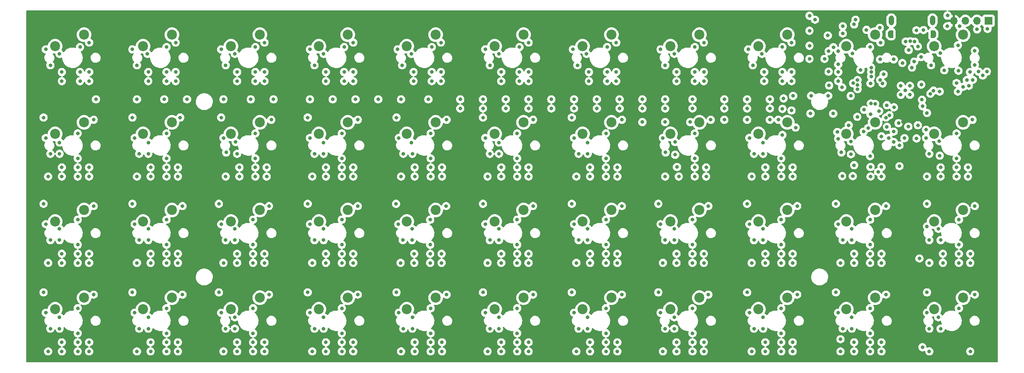
<source format=gbr>
%TF.GenerationSoftware,KiCad,Pcbnew,7.0.8*%
%TF.CreationDate,2023-10-13T02:07:57+02:00*%
%TF.ProjectId,keyboard_steamdeck,6b657962-6f61-4726-945f-737465616d64,V 1.0*%
%TF.SameCoordinates,Original*%
%TF.FileFunction,Copper,L3,Inr*%
%TF.FilePolarity,Positive*%
%FSLAX46Y46*%
G04 Gerber Fmt 4.6, Leading zero omitted, Abs format (unit mm)*
G04 Created by KiCad (PCBNEW 7.0.8) date 2023-10-13 02:07:57*
%MOMM*%
%LPD*%
G01*
G04 APERTURE LIST*
G04 Aperture macros list*
%AMFreePoly0*
4,1,17,-0.600000,0.455000,-0.180000,0.875000,0.300000,0.875000,0.368685,0.867031,0.469541,0.822499,0.547499,0.744541,0.592031,0.643685,0.600000,0.575000,0.600000,-0.575000,0.592031,-0.643685,0.547499,-0.744541,0.469541,-0.822499,0.368685,-0.867031,0.300000,-0.875000,-0.180000,-0.875000,-0.600000,-0.455000,-0.600000,0.455000,-0.600000,0.455000,$1*%
G04 Aperture macros list end*
%TA.AperFunction,ComponentPad*%
%ADD10C,2.200000*%
%TD*%
%TA.AperFunction,ComponentPad*%
%ADD11FreePoly0,180.000000*%
%TD*%
%TA.AperFunction,ComponentPad*%
%ADD12O,1.200000X2.150000*%
%TD*%
%TA.AperFunction,ComponentPad*%
%ADD13FreePoly0,0.000000*%
%TD*%
%TA.AperFunction,ComponentPad*%
%ADD14R,1.700000X1.700000*%
%TD*%
%TA.AperFunction,ComponentPad*%
%ADD15O,1.700000X1.700000*%
%TD*%
%TA.AperFunction,ViaPad*%
%ADD16C,0.800000*%
%TD*%
G04 APERTURE END LIST*
D10*
%TO.N,C4*%
%TO.C,B15*%
X141986000Y-132080000D03*
%TO.N,Net-(D27-A)*%
X135636000Y-134620000D03*
%TD*%
%TO.N,C9*%
%TO.C,B36*%
X238506000Y-151384000D03*
%TO.N,Net-(D38-A)*%
X232156000Y-153924000D03*
%TD*%
%TO.N,C1*%
%TO.C,B2*%
X84074000Y-93472000D03*
%TO.N,Net-(D11-A)*%
X77724000Y-96012000D03*
%TD*%
%TO.N,C10*%
%TO.C,B40*%
X257810000Y-151384000D03*
%TO.N,Net-(D40-A)*%
X251460000Y-153924000D03*
%TD*%
%TO.N,C9*%
%TO.C,B34*%
X238506000Y-112776000D03*
%TO.N,Net-(D4-A)*%
X232156000Y-115316000D03*
%TD*%
%TO.N,C2*%
%TO.C,B9*%
X103378000Y-132080000D03*
%TO.N,Net-(D23-A)*%
X97028000Y-134620000D03*
%TD*%
%TO.N,C2*%
%TO.C,B8*%
X103378000Y-112776000D03*
%TO.N,Net-(D7-A)*%
X97028000Y-115316000D03*
%TD*%
%TO.N,C5*%
%TO.C,B18*%
X161290000Y-112776000D03*
%TO.N,Net-(D10-A)*%
X154940000Y-115316000D03*
%TD*%
%TO.N,C7*%
%TO.C,B25*%
X199898000Y-93472000D03*
%TO.N,Net-(D17-A)*%
X193548000Y-96012000D03*
%TD*%
%TO.N,C10*%
%TO.C,B39*%
X257810000Y-132080000D03*
%TO.N,Net-(D39-A)*%
X251460000Y-134620000D03*
%TD*%
%TO.N,C8*%
%TO.C,B29*%
X219202000Y-93472000D03*
%TO.N,Net-(D18-A)*%
X212852000Y-96012000D03*
%TD*%
%TO.N,C4*%
%TO.C,B5*%
X141986000Y-93472000D03*
%TO.N,Net-(D14-A)*%
X135636000Y-96012000D03*
%TD*%
%TO.N,C3*%
%TO.C,B13*%
X122682000Y-151384000D03*
%TO.N,Net-(D26-A)*%
X116332000Y-153924000D03*
%TD*%
%TO.N,C7*%
%TO.C,B27*%
X199898000Y-132080000D03*
%TO.N,Net-(D33-A)*%
X193548000Y-134620000D03*
%TD*%
%TO.N,C11*%
%TO.C,B41*%
X277114000Y-93472000D03*
%TO.N,Net-(D41-A)*%
X270764000Y-96012000D03*
%TD*%
%TO.N,C7*%
%TO.C,B26*%
X199898000Y-112776000D03*
%TO.N,Net-(D2-A)*%
X193548000Y-115316000D03*
%TD*%
%TO.N,C9*%
%TO.C,B35*%
X238506000Y-132080000D03*
%TO.N,Net-(D37-A)*%
X232156000Y-134620000D03*
%TD*%
%TO.N,C8*%
%TO.C,B30*%
X219202000Y-112776000D03*
%TO.N,Net-(D3-A)*%
X212852000Y-115316000D03*
%TD*%
%TO.N,C9*%
%TO.C,B33*%
X238506000Y-93472000D03*
%TO.N,Net-(D19-A)*%
X232156000Y-96012000D03*
%TD*%
%TO.N,C6*%
%TO.C,B23*%
X180594000Y-132080000D03*
%TO.N,Net-(D31-A)*%
X174244000Y-134620000D03*
%TD*%
%TO.N,C2*%
%TO.C,B3*%
X103378000Y-93472000D03*
%TO.N,Net-(D12-A)*%
X97028000Y-96012000D03*
%TD*%
%TO.N,C3*%
%TO.C,B12*%
X122682000Y-132080000D03*
%TO.N,Net-(D25-A)*%
X116332000Y-134620000D03*
%TD*%
%TO.N,C2*%
%TO.C,B10*%
X103378000Y-151384000D03*
%TO.N,Net-(D24-A)*%
X97028000Y-153924000D03*
%TD*%
%TO.N,C5*%
%TO.C,B17*%
X161290000Y-93472000D03*
%TO.N,Net-(D15-A)*%
X154940000Y-96012000D03*
%TD*%
%TO.N,C11*%
%TO.C,B44*%
X277114000Y-151384000D03*
%TO.N,Net-(D44-A)*%
X270764000Y-153924000D03*
%TD*%
%TO.N,C4*%
%TO.C,B16*%
X141986000Y-151384000D03*
%TO.N,Net-(D28-A)*%
X135636000Y-153924000D03*
%TD*%
%TO.N,C1*%
%TO.C,B7*%
X84074000Y-151384000D03*
%TO.N,Net-(D22-A)*%
X77724000Y-153924000D03*
%TD*%
%TO.N,C7*%
%TO.C,B28*%
X199898000Y-151384000D03*
%TO.N,Net-(D34-A)*%
X193548000Y-153924000D03*
%TD*%
%TO.N,C6*%
%TO.C,B21*%
X180594000Y-93472000D03*
%TO.N,Net-(D16-A)*%
X174244000Y-96012000D03*
%TD*%
%TO.N,C1*%
%TO.C,B6*%
X84074000Y-132080000D03*
%TO.N,Net-(D21-A)*%
X77724000Y-134620000D03*
%TD*%
%TO.N,C4*%
%TO.C,B14*%
X141986000Y-112776000D03*
%TO.N,Net-(D9-A)*%
X135636000Y-115316000D03*
%TD*%
%TO.N,C10*%
%TO.C,B38*%
X257810000Y-112776000D03*
%TO.N,Net-(D5-A)*%
X251460000Y-115316000D03*
%TD*%
%TO.N,C1*%
%TO.C,B1*%
X84074000Y-112776000D03*
%TO.N,Net-(D6-A)*%
X77724000Y-115316000D03*
%TD*%
%TO.N,C5*%
%TO.C,B20*%
X161290000Y-151384000D03*
%TO.N,Net-(D30-A)*%
X154940000Y-153924000D03*
%TD*%
%TO.N,C8*%
%TO.C,B32*%
X219202000Y-151384000D03*
%TO.N,Net-(D36-A)*%
X212852000Y-153924000D03*
%TD*%
%TO.N,C3*%
%TO.C,B11*%
X122682000Y-112776000D03*
%TO.N,Net-(D8-A)*%
X116332000Y-115316000D03*
%TD*%
%TO.N,C10*%
%TO.C,B37*%
X257810000Y-93472000D03*
%TO.N,Net-(D20-A)*%
X251460000Y-96012000D03*
%TD*%
%TO.N,C3*%
%TO.C,B4*%
X122682000Y-93472000D03*
%TO.N,Net-(D13-A)*%
X116332000Y-96012000D03*
%TD*%
%TO.N,C11*%
%TO.C,B43*%
X277114000Y-132080000D03*
%TO.N,Net-(D43-A)*%
X270764000Y-134620000D03*
%TD*%
%TO.N,C6*%
%TO.C,B22*%
X180594000Y-112776000D03*
%TO.N,Net-(D1-A)*%
X174244000Y-115316000D03*
%TD*%
%TO.N,C5*%
%TO.C,B19*%
X161290000Y-132080000D03*
%TO.N,Net-(D29-A)*%
X154940000Y-134620000D03*
%TD*%
%TO.N,C11*%
%TO.C,B42*%
X277114000Y-112776000D03*
%TO.N,Net-(D42-A)*%
X270764000Y-115316000D03*
%TD*%
%TO.N,C6*%
%TO.C,B24*%
X180594000Y-151384000D03*
%TO.N,Net-(D32-A)*%
X174244000Y-153924000D03*
%TD*%
%TO.N,C8*%
%TO.C,B31*%
X219202000Y-132080000D03*
%TO.N,Net-(D35-A)*%
X212852000Y-134620000D03*
%TD*%
D11*
%TO.N,GND*%
%TO.C,J3*%
X270560000Y-93343000D03*
D12*
X270410000Y-90343000D03*
D13*
X261220000Y-93343000D03*
D12*
X261370000Y-90343000D03*
%TD*%
D14*
%TO.N,GND*%
%TO.C,J2*%
X282702000Y-90424000D03*
D15*
%TO.N,SWDIO*%
X280162000Y-90424000D03*
%TO.N,SWCLK*%
X277622000Y-90424000D03*
%TO.N,+3.3V*%
X275082000Y-90424000D03*
%TD*%
D16*
%TO.N,C10*%
X257810000Y-108708000D03*
%TO.N,C1*%
X256940000Y-100708000D03*
X253940000Y-103458000D03*
%TO.N,C2*%
X253940000Y-104508497D03*
X256940000Y-101708000D03*
%TO.N,C3*%
X256940000Y-102708000D03*
X253940000Y-105458000D03*
%TO.N,C11*%
X277114000Y-104958000D03*
%TO.N,+3.3V*%
X272890000Y-90408000D03*
X262940000Y-116208000D03*
X267190000Y-112208000D03*
X263896114Y-112664114D03*
X261190353Y-101357500D03*
%TO.N,L1*%
X258913311Y-103417966D03*
X265889374Y-100708000D03*
%TO.N,L2*%
X259440000Y-104208000D03*
X258484500Y-123678000D03*
%TO.N,L3*%
X269940000Y-106458000D03*
X267537000Y-142748000D03*
%TO.N,L4*%
X270611400Y-105786600D03*
X268190000Y-162286000D03*
%TO.N,GND*%
X121190000Y-141708000D03*
X98190000Y-103708000D03*
X156690000Y-124708000D03*
X233690000Y-143708000D03*
X186690000Y-107708000D03*
X186690000Y-109708000D03*
X250698000Y-93218000D03*
X217690000Y-143708000D03*
X237190000Y-163208000D03*
X272090000Y-97508000D03*
X229690000Y-109708000D03*
X269186718Y-135692322D03*
X249690000Y-100008000D03*
X121190000Y-143708000D03*
X179190000Y-141708000D03*
X101690000Y-107708000D03*
X123690000Y-101708000D03*
X137190000Y-122708000D03*
X133690000Y-154708000D03*
X121190000Y-153708000D03*
X133690000Y-135208000D03*
X104190000Y-103708000D03*
X194690000Y-155708000D03*
X123690000Y-161208000D03*
X231190000Y-158208000D03*
X179190000Y-153708000D03*
X195190000Y-161208000D03*
X76690000Y-119708000D03*
X239690000Y-122708000D03*
X252890000Y-124608000D03*
X229690000Y-150208000D03*
X117190000Y-97708000D03*
X121190000Y-161208000D03*
X117190000Y-155708000D03*
X192190000Y-143708000D03*
X249490000Y-114908000D03*
X256690000Y-143708000D03*
X220190000Y-95208000D03*
X115290000Y-119408000D03*
X249690000Y-97108000D03*
X243390000Y-92608000D03*
X237190000Y-153708000D03*
X194690000Y-119708000D03*
X143190000Y-163208000D03*
X211690000Y-109708000D03*
X117690000Y-119708000D03*
X82690000Y-159208000D03*
X198690000Y-161208000D03*
X194690000Y-117208000D03*
X160440000Y-96208000D03*
X269190000Y-110708000D03*
X181690000Y-95208000D03*
X278190000Y-124708000D03*
X155940000Y-97708000D03*
X230690000Y-163208000D03*
X78690000Y-158208000D03*
X194690000Y-158208000D03*
X272190000Y-158208000D03*
X160190000Y-153708000D03*
X230190000Y-116208000D03*
X214190000Y-161208000D03*
X192190000Y-124708000D03*
X240690000Y-150708000D03*
X214690000Y-124708000D03*
X201690000Y-107708000D03*
X279690000Y-150708000D03*
X213890000Y-119908000D03*
X175690000Y-163208000D03*
X179190000Y-163208000D03*
X213690000Y-97708000D03*
X191690000Y-109708000D03*
X191190000Y-130708000D03*
X252440000Y-106958000D03*
X239790000Y-106958000D03*
X259190000Y-141708000D03*
X153690000Y-107708000D03*
X194690000Y-136208000D03*
X156590000Y-141708000D03*
X179190000Y-134208000D03*
X236540000Y-112208000D03*
X202190000Y-150708000D03*
X140690000Y-163208000D03*
X162690000Y-124708000D03*
X156090000Y-138708000D03*
X250190000Y-143708000D03*
X153690000Y-124708000D03*
X201190000Y-163208000D03*
X201690000Y-109708000D03*
X85190000Y-95208000D03*
X179190000Y-115208000D03*
X124690000Y-131208000D03*
X237440000Y-101708000D03*
X267190000Y-113408000D03*
X259190000Y-161208000D03*
X237190000Y-159208000D03*
X82690000Y-163208000D03*
X173190000Y-138708000D03*
X233190000Y-155708000D03*
X154190000Y-158208000D03*
X198690000Y-153708000D03*
X156690000Y-161208000D03*
X276190000Y-143708000D03*
X195190000Y-141708000D03*
X104190000Y-95208000D03*
X79190000Y-122708000D03*
X153590000Y-143708000D03*
X78690000Y-138708000D03*
X234690000Y-107708000D03*
X198690000Y-134208000D03*
X260390000Y-113758000D03*
X118190000Y-124708000D03*
X98690000Y-161208000D03*
X137190000Y-103708000D03*
X121690000Y-122708000D03*
X162690000Y-122708000D03*
X162590000Y-141708000D03*
X114190000Y-154708000D03*
X252790000Y-97608000D03*
X194940000Y-103708000D03*
X198690000Y-159208000D03*
X221190000Y-131208000D03*
X213690000Y-158208000D03*
X237190000Y-122708000D03*
X172690000Y-124708000D03*
X83190000Y-101708000D03*
X250690000Y-158208000D03*
X239690000Y-161208000D03*
X176690000Y-107708000D03*
X239690000Y-163208000D03*
X171690000Y-107708000D03*
X153690000Y-163208000D03*
X114690000Y-107708000D03*
X195190000Y-124708000D03*
X266890000Y-116308000D03*
X211190000Y-143708000D03*
X152690000Y-150208000D03*
X181690000Y-107708000D03*
X195190000Y-122708000D03*
X237690000Y-107508000D03*
X233690000Y-163208000D03*
X201190000Y-122708000D03*
X234690000Y-112208000D03*
X123690000Y-95208000D03*
X85190000Y-122708000D03*
X133690000Y-96708000D03*
X102190000Y-159208000D03*
X143690000Y-107708000D03*
X113690000Y-130708000D03*
X179190000Y-124708000D03*
X134190000Y-163208000D03*
X275690000Y-104108000D03*
X153190000Y-116208000D03*
X239440000Y-110158000D03*
X269190000Y-150208000D03*
X211790000Y-119408000D03*
X263440000Y-104708000D03*
X243390000Y-89308000D03*
X221690000Y-112208000D03*
X260190000Y-150708000D03*
X231190000Y-119708000D03*
X233690000Y-161208000D03*
X105690000Y-131208000D03*
X261890000Y-98908000D03*
X124190000Y-124708000D03*
X191190000Y-150208000D03*
X237440000Y-115558000D03*
X102190000Y-163208000D03*
X182690000Y-131208000D03*
X114690000Y-116208000D03*
X96190000Y-119708000D03*
X271990000Y-120108000D03*
X253190000Y-141708000D03*
X191690000Y-107708000D03*
X198690000Y-120708000D03*
X247490000Y-106908000D03*
X252490000Y-119808000D03*
X256690000Y-139708000D03*
X239440000Y-101708000D03*
X156090000Y-136208000D03*
X250557712Y-105075712D03*
X271690000Y-155708000D03*
X220190000Y-161208000D03*
X104690000Y-163208000D03*
X156590000Y-143708000D03*
X133190000Y-111708000D03*
X198690000Y-143708000D03*
X282490000Y-92208000D03*
X269690000Y-143708000D03*
X220190000Y-163208000D03*
X86690000Y-107708000D03*
X82690000Y-134208000D03*
X98190000Y-101708000D03*
X239690000Y-143708000D03*
X251990000Y-113408000D03*
X156190000Y-158208000D03*
X86190000Y-150708000D03*
X172190000Y-116208000D03*
X214290000Y-122608000D03*
X143190000Y-95208000D03*
X278640000Y-101708000D03*
X102190000Y-161208000D03*
X181690000Y-141708000D03*
X252690000Y-155708000D03*
X115190000Y-158208000D03*
X268090000Y-107808000D03*
X125690000Y-107708000D03*
X78690000Y-136208000D03*
X229690000Y-107708000D03*
X256690000Y-96208000D03*
X270090000Y-100208000D03*
X232940000Y-97708000D03*
X121190000Y-139708000D03*
X140690000Y-141708000D03*
X266446000Y-94996000D03*
X195190000Y-163208000D03*
X125190000Y-112208000D03*
X233190000Y-158208000D03*
X102190000Y-124708000D03*
X143190000Y-143708000D03*
X117690000Y-163208000D03*
X137190000Y-163208000D03*
X237190000Y-124708000D03*
X233690000Y-122708000D03*
X247590000Y-101608000D03*
X79190000Y-124708000D03*
X206690000Y-112708000D03*
X175190000Y-117208000D03*
X272990000Y-101308000D03*
X210690000Y-135208000D03*
X275690000Y-124708000D03*
X98190000Y-158208000D03*
X121690000Y-96208000D03*
X96190000Y-158208000D03*
X133190000Y-150208000D03*
X256690000Y-163208000D03*
X136690000Y-138708000D03*
X95690000Y-143708000D03*
X104690000Y-143708000D03*
X256790000Y-104208000D03*
X123690000Y-143708000D03*
X162590000Y-143708000D03*
X267890000Y-98408000D03*
X114690000Y-163208000D03*
X104690000Y-161208000D03*
X95190000Y-116208000D03*
X211690000Y-112708000D03*
X115190000Y-100208000D03*
X175190000Y-136208000D03*
X98190000Y-117208000D03*
X230190000Y-154708000D03*
X269690000Y-158208000D03*
X124690000Y-150708000D03*
X133690000Y-107708000D03*
X104690000Y-122708000D03*
X134690000Y-100208000D03*
X143190000Y-124708000D03*
X137190000Y-161208000D03*
X237440000Y-109808000D03*
X191190000Y-111708000D03*
X104690000Y-124708000D03*
X278190000Y-122708000D03*
X252690000Y-158208000D03*
X172190000Y-96708000D03*
X105690000Y-150708000D03*
X249690000Y-101708000D03*
X221190000Y-150708000D03*
X79190000Y-161208000D03*
X214190000Y-141708000D03*
X160440000Y-103708000D03*
X230690000Y-143708000D03*
X213690000Y-138708000D03*
X123690000Y-141708000D03*
X201190000Y-143708000D03*
X75690000Y-116208000D03*
X143190000Y-122708000D03*
X275690000Y-120708000D03*
X156440000Y-101708000D03*
X175690000Y-122708000D03*
X224690000Y-112208000D03*
X252690000Y-136208000D03*
X229690000Y-112208000D03*
X137190000Y-124708000D03*
X249690000Y-116408000D03*
X269190000Y-154708000D03*
X118190000Y-122708000D03*
X218190000Y-122708000D03*
X114690000Y-143708000D03*
X137190000Y-141708000D03*
X76190000Y-124708000D03*
X98690000Y-122708000D03*
X243595516Y-110850984D03*
X265440000Y-106708000D03*
X233440000Y-103708000D03*
X152940000Y-96708000D03*
X201190000Y-161208000D03*
X98190000Y-155708000D03*
X121190000Y-163208000D03*
X136690000Y-119708000D03*
X76190000Y-163208000D03*
X117190000Y-158208000D03*
X181690000Y-103708000D03*
X230190000Y-135208000D03*
X217690000Y-141708000D03*
X243390000Y-95908000D03*
X210690000Y-96708000D03*
X256690000Y-120208000D03*
X233690000Y-124708000D03*
X229690000Y-130708000D03*
X224690000Y-109708000D03*
X175690000Y-141708000D03*
X275690000Y-122708000D03*
X217690000Y-161208000D03*
X121690000Y-103708000D03*
X143190000Y-103708000D03*
X166690000Y-109708000D03*
X79190000Y-163208000D03*
X175690000Y-101708000D03*
X247690000Y-104658000D03*
X136690000Y-155708000D03*
X268190000Y-109208000D03*
X237190000Y-141708000D03*
X191690000Y-154708000D03*
X279190000Y-112208000D03*
X143190000Y-101708000D03*
X124190000Y-122708000D03*
X140690000Y-161208000D03*
X269690000Y-119708000D03*
X172690000Y-163208000D03*
X96190000Y-138708000D03*
X259190000Y-122608000D03*
X155990000Y-117208000D03*
X259190000Y-163208000D03*
X279690000Y-131208000D03*
X196690000Y-107708000D03*
X213690000Y-155708000D03*
X85190000Y-143708000D03*
X121190000Y-134208000D03*
X249690000Y-154708000D03*
X210190000Y-130708000D03*
X249690000Y-103708000D03*
X172190000Y-154708000D03*
X76690000Y-158208000D03*
X102190000Y-122708000D03*
X260190000Y-131208000D03*
X82690000Y-161208000D03*
X198690000Y-139708000D03*
X250390000Y-119408000D03*
X229940000Y-96708000D03*
X271990000Y-106008000D03*
X275690000Y-115208000D03*
X256690000Y-153708000D03*
X104690000Y-141708000D03*
X141190000Y-101708000D03*
X260940000Y-111208000D03*
X102190000Y-120708000D03*
X254590000Y-101208000D03*
X179690000Y-101708000D03*
X160190000Y-159208000D03*
X220190000Y-143708000D03*
X120690000Y-107708000D03*
X160090000Y-134208000D03*
X160090000Y-141708000D03*
X140690000Y-122708000D03*
X85190000Y-124708000D03*
X259670000Y-102208000D03*
X182690000Y-112208000D03*
X94690000Y-96708000D03*
X250590000Y-124608000D03*
X94690000Y-150208000D03*
X175190000Y-158208000D03*
X211690000Y-158208000D03*
X181690000Y-101708000D03*
X256690000Y-141708000D03*
X102190000Y-103708000D03*
X263440000Y-106708000D03*
X273690000Y-89258000D03*
X175190000Y-97708000D03*
X137190000Y-101708000D03*
X123690000Y-163208000D03*
X179190000Y-122708000D03*
X256790000Y-122608000D03*
X269690000Y-138708000D03*
X263144000Y-122428000D03*
X175190000Y-138708000D03*
X86190000Y-131208000D03*
X211690000Y-100208000D03*
X143190000Y-141708000D03*
X201190000Y-124708000D03*
X162440000Y-101708000D03*
X256790000Y-124708000D03*
X259190000Y-124708000D03*
X175690000Y-161208000D03*
X198690000Y-141708000D03*
X182690000Y-150708000D03*
X271690000Y-136208000D03*
X250698000Y-91608000D03*
X140690000Y-115208000D03*
X156440000Y-103708000D03*
X214190000Y-103708000D03*
X267940000Y-104458000D03*
X175190000Y-155708000D03*
X266390000Y-99408000D03*
X78690000Y-97708000D03*
X163590000Y-131208000D03*
X140690000Y-139708000D03*
X261940000Y-109458000D03*
X138690000Y-107708000D03*
X117690000Y-141708000D03*
X76690000Y-100208000D03*
X179190000Y-143708000D03*
X253492000Y-90170000D03*
X117690000Y-103708000D03*
X181690000Y-124708000D03*
X95190000Y-154708000D03*
X192690000Y-119708000D03*
X175690000Y-124708000D03*
X153090000Y-135208000D03*
X220190000Y-103708000D03*
X202190000Y-112208000D03*
X179690000Y-103708000D03*
X198940000Y-101708000D03*
X179190000Y-139708000D03*
X144190000Y-112208000D03*
X82690000Y-115208000D03*
X82690000Y-124708000D03*
X95690000Y-100208000D03*
X256690000Y-159208000D03*
X198690000Y-124708000D03*
X237190000Y-120708000D03*
X211190000Y-163208000D03*
X218190000Y-115208000D03*
X166690000Y-107708000D03*
X279690000Y-97008000D03*
X211190000Y-116208000D03*
X218190000Y-101708000D03*
X224690000Y-107708000D03*
X141190000Y-103708000D03*
X82690000Y-120708000D03*
X252690000Y-138708000D03*
X253890000Y-111558000D03*
X173190000Y-119708000D03*
X279690000Y-100108000D03*
X252990000Y-104158000D03*
X79190000Y-143708000D03*
X113690000Y-150208000D03*
X136690000Y-97708000D03*
X276190000Y-153708000D03*
X276090000Y-101408000D03*
X163690000Y-150708000D03*
X211690000Y-138708000D03*
X140690000Y-120708000D03*
X82690000Y-139708000D03*
X163690000Y-112208000D03*
X154190000Y-119708000D03*
X85190000Y-161208000D03*
X171690000Y-111708000D03*
X134190000Y-143708000D03*
X181690000Y-163208000D03*
X173190000Y-158208000D03*
X260390000Y-109008000D03*
X233190000Y-119708000D03*
X115190000Y-124708000D03*
X192690000Y-158208000D03*
X82690000Y-141708000D03*
X256290000Y-114008000D03*
X217690000Y-159208000D03*
X253190000Y-122208000D03*
X94690000Y-130708000D03*
X252490000Y-117008000D03*
X154090000Y-138708000D03*
X156190000Y-155708000D03*
X278390000Y-104708000D03*
X136690000Y-158208000D03*
X258890000Y-98908000D03*
X83190000Y-103708000D03*
X264440000Y-105708000D03*
X98690000Y-141708000D03*
X152690000Y-111708000D03*
X121690000Y-101708000D03*
X280190000Y-92308000D03*
X237190000Y-134208000D03*
X249690000Y-135208000D03*
X95690000Y-107708000D03*
X181690000Y-122708000D03*
X179690000Y-96208000D03*
X115190000Y-138708000D03*
X237440000Y-96208000D03*
X140690000Y-159208000D03*
X278690000Y-141708000D03*
X156690000Y-163208000D03*
X172190000Y-135208000D03*
X192440000Y-100208000D03*
X217690000Y-107708000D03*
X211690000Y-107708000D03*
X143190000Y-161208000D03*
X240340000Y-113908000D03*
X196690000Y-109708000D03*
X246690000Y-98808000D03*
X265090000Y-113708000D03*
X256790000Y-111008000D03*
X79190000Y-141708000D03*
X141190000Y-96208000D03*
X268990000Y-116208000D03*
X268990000Y-114408000D03*
X78690000Y-155708000D03*
X156190000Y-119708000D03*
X275990000Y-95808000D03*
X272190000Y-122708000D03*
X160440000Y-101708000D03*
X179190000Y-120708000D03*
X75190000Y-130708000D03*
X114190000Y-135208000D03*
X211690000Y-124708000D03*
X102190000Y-101708000D03*
X210690000Y-154708000D03*
X218190000Y-124708000D03*
X255890000Y-92408000D03*
X271890000Y-116908000D03*
X134690000Y-119708000D03*
X173190000Y-100208000D03*
X194440000Y-97708000D03*
X102190000Y-134208000D03*
X218190000Y-96208000D03*
X250190000Y-163208000D03*
X213890000Y-117108000D03*
X220190000Y-141708000D03*
X79190000Y-101708000D03*
X233190000Y-117208000D03*
X272190000Y-124708000D03*
X206690000Y-109708000D03*
X160190000Y-163208000D03*
X200940000Y-103708000D03*
X75690000Y-135208000D03*
X134190000Y-124708000D03*
X259190000Y-115858000D03*
X75190000Y-111708000D03*
X237190000Y-143708000D03*
X117190000Y-136208000D03*
X160090000Y-139708000D03*
X95190000Y-135208000D03*
X256690000Y-134208000D03*
X106690000Y-107708000D03*
X276190000Y-134208000D03*
X260740000Y-116208000D03*
X276190000Y-141708000D03*
X230690000Y-124708000D03*
X75690000Y-154708000D03*
X82690000Y-122708000D03*
X275990000Y-106008000D03*
X195190000Y-143708000D03*
X156690000Y-122708000D03*
X192190000Y-163208000D03*
X134690000Y-158208000D03*
X201190000Y-141708000D03*
X75690000Y-96708000D03*
X179190000Y-159208000D03*
X102190000Y-143708000D03*
X160190000Y-124708000D03*
X162440000Y-95208000D03*
X220190000Y-101708000D03*
X85190000Y-141708000D03*
X160190000Y-122708000D03*
X83190000Y-96208000D03*
X171690000Y-109708000D03*
X269190000Y-124708000D03*
X279240000Y-103408000D03*
X237190000Y-139708000D03*
X171690000Y-150208000D03*
X217690000Y-109708000D03*
X253190000Y-143708000D03*
X198690000Y-122708000D03*
X247408000Y-93660000D03*
X102190000Y-96208000D03*
X117690000Y-101708000D03*
X181690000Y-161208000D03*
X98190000Y-136208000D03*
X136690000Y-117208000D03*
X239690000Y-141708000D03*
X117690000Y-161208000D03*
X134690000Y-138708000D03*
X160190000Y-115208000D03*
X95690000Y-163208000D03*
X278690000Y-143708000D03*
X217690000Y-139708000D03*
X175690000Y-103708000D03*
X78690000Y-117208000D03*
X98690000Y-124708000D03*
X210190000Y-150208000D03*
X258690000Y-110308000D03*
X234690000Y-109708000D03*
X144190000Y-150708000D03*
X121690000Y-115208000D03*
X263144000Y-117856000D03*
X198690000Y-115208000D03*
X192690000Y-138708000D03*
X159690000Y-107708000D03*
X217690000Y-163208000D03*
X94690000Y-111708000D03*
X162690000Y-161208000D03*
X214190000Y-143708000D03*
X172690000Y-143708000D03*
X247590000Y-97108000D03*
X239440000Y-95208000D03*
X200940000Y-101708000D03*
X140690000Y-143708000D03*
X256690000Y-161208000D03*
X104190000Y-101708000D03*
X262940000Y-112958000D03*
X218190000Y-103708000D03*
X176690000Y-109708000D03*
X181690000Y-143708000D03*
X269190000Y-130708000D03*
X98190000Y-138708000D03*
X259190000Y-143708000D03*
X137190000Y-143708000D03*
X114190000Y-96708000D03*
X280540000Y-101608000D03*
X117390000Y-117108000D03*
X233440000Y-101708000D03*
X86190000Y-112208000D03*
X82690000Y-143708000D03*
X140690000Y-134208000D03*
X140690000Y-153708000D03*
X265440000Y-104708000D03*
X140690000Y-124708000D03*
X160190000Y-120708000D03*
X191690000Y-116208000D03*
X233190000Y-138708000D03*
X162440000Y-103708000D03*
X220690000Y-122708000D03*
X214190000Y-101708000D03*
X102190000Y-115208000D03*
X76190000Y-143708000D03*
X239440000Y-103708000D03*
X250190000Y-160528000D03*
X191440000Y-96708000D03*
X264240000Y-116258000D03*
X133190000Y-130708000D03*
X240690000Y-131208000D03*
X248590000Y-110856500D03*
X98690000Y-163208000D03*
X75190000Y-150208000D03*
X249190000Y-150208000D03*
X175690000Y-143708000D03*
X218190000Y-120708000D03*
X85190000Y-101708000D03*
X272690000Y-141708000D03*
X162690000Y-163208000D03*
X97990000Y-97708000D03*
X148690000Y-107708000D03*
X278690000Y-163208000D03*
X214190000Y-163208000D03*
X233190000Y-136208000D03*
X231190000Y-138708000D03*
X269690000Y-163208000D03*
X153190000Y-154708000D03*
X85190000Y-163208000D03*
X263790000Y-99708000D03*
X272690000Y-143708000D03*
X121690000Y-124708000D03*
X249190000Y-130708000D03*
X117690000Y-143708000D03*
X250690000Y-138708000D03*
X206690000Y-107708000D03*
X136690000Y-136208000D03*
X98190000Y-119708000D03*
X160190000Y-161208000D03*
X76690000Y-138708000D03*
X153940000Y-100208000D03*
X282340000Y-101608000D03*
X217690000Y-153708000D03*
X233690000Y-141708000D03*
X102190000Y-139708000D03*
X133690000Y-116208000D03*
X98690000Y-143708000D03*
X95690000Y-124708000D03*
X198940000Y-103708000D03*
X253190000Y-163208000D03*
X78690000Y-119708000D03*
X258990000Y-95208000D03*
X191690000Y-135208000D03*
X255390000Y-110008000D03*
X272190000Y-138708000D03*
X217190000Y-112708000D03*
X256866057Y-108605398D03*
X79190000Y-103708000D03*
X217690000Y-134208000D03*
X160090000Y-143708000D03*
X121190000Y-159208000D03*
X105190000Y-111708000D03*
X202190000Y-131208000D03*
X82690000Y-153708000D03*
X237190000Y-161208000D03*
X239690000Y-124708000D03*
X237440000Y-103708000D03*
X152590000Y-130708000D03*
X213690000Y-136208000D03*
X260190000Y-111708000D03*
X200940000Y-95208000D03*
X121690000Y-120708000D03*
X194940000Y-101708000D03*
X243740000Y-106908000D03*
X181690000Y-109708000D03*
X243390000Y-98808000D03*
X198690000Y-163208000D03*
X123690000Y-103708000D03*
X117190000Y-138708000D03*
X102190000Y-153708000D03*
X273640000Y-91608000D03*
X198940000Y-96208000D03*
X276190000Y-139708000D03*
X220690000Y-124708000D03*
X230940000Y-100208000D03*
X276340000Y-91608000D03*
X179190000Y-161208000D03*
X114190000Y-111708000D03*
X85190000Y-103708000D03*
X144190000Y-131208000D03*
X175190000Y-119708000D03*
X194690000Y-138708000D03*
X253190000Y-161208000D03*
X102190000Y-141708000D03*
X171690000Y-130708000D03*
%TO.N,D-*%
X266881372Y-92501872D03*
X265497038Y-94921319D03*
%TO.N,D+*%
X267190000Y-96070397D03*
X264508467Y-94991357D03*
%TO.N,VBUS*%
X258826000Y-91948000D03*
X265167849Y-96869897D03*
X253190000Y-91208000D03*
X268436690Y-92456000D03*
%TO.N,SWDIO*%
X281440000Y-102458000D03*
%TO.N,SWCLK*%
X277940000Y-103458000D03*
%TO.N,3V3N*%
X261874000Y-114808000D03*
X248642681Y-96226385D03*
X255270000Y-114808000D03*
X261874000Y-117094000D03*
X244602000Y-90170000D03*
%TD*%
%TA.AperFunction,Conductor*%
%TO.N,+3.3V*%
G36*
X273512926Y-88158185D02*
G01*
X273558681Y-88210989D01*
X273568625Y-88280147D01*
X273539600Y-88343703D01*
X273480822Y-88381477D01*
X273471668Y-88383790D01*
X273410197Y-88396855D01*
X273410192Y-88396857D01*
X273237270Y-88473848D01*
X273237265Y-88473851D01*
X273084129Y-88585111D01*
X272957466Y-88725785D01*
X272862821Y-88889715D01*
X272862818Y-88889722D01*
X272804782Y-89068341D01*
X272804326Y-89069744D01*
X272784540Y-89258000D01*
X272804326Y-89446256D01*
X272804327Y-89446259D01*
X272862818Y-89626277D01*
X272862821Y-89626284D01*
X272957467Y-89790216D01*
X273077927Y-89924000D01*
X273084129Y-89930888D01*
X273237265Y-90042148D01*
X273237270Y-90042151D01*
X273410192Y-90119142D01*
X273410197Y-90119144D01*
X273595354Y-90158500D01*
X273595355Y-90158500D01*
X273678320Y-90158500D01*
X273731107Y-90174000D01*
X274648314Y-90174000D01*
X274622507Y-90214156D01*
X274582000Y-90352111D01*
X274582000Y-90495889D01*
X274622507Y-90633844D01*
X274648314Y-90674000D01*
X273742323Y-90674000D01*
X273706455Y-90700190D01*
X273664508Y-90707500D01*
X273545354Y-90707500D01*
X273512897Y-90714398D01*
X273360197Y-90746855D01*
X273360192Y-90746857D01*
X273187270Y-90823848D01*
X273187265Y-90823851D01*
X273034129Y-90935111D01*
X272907466Y-91075785D01*
X272812821Y-91239715D01*
X272812818Y-91239722D01*
X272755612Y-91415785D01*
X272754326Y-91419744D01*
X272734540Y-91608000D01*
X272754326Y-91796256D01*
X272754327Y-91796259D01*
X272812818Y-91976277D01*
X272812821Y-91976284D01*
X272907467Y-92140216D01*
X273022294Y-92267744D01*
X273034129Y-92280888D01*
X273187265Y-92392148D01*
X273187270Y-92392151D01*
X273360192Y-92469142D01*
X273360197Y-92469144D01*
X273545354Y-92508500D01*
X273545355Y-92508500D01*
X273734644Y-92508500D01*
X273734646Y-92508500D01*
X273919803Y-92469144D01*
X274092730Y-92392151D01*
X274245871Y-92280888D01*
X274372533Y-92140216D01*
X274467179Y-91976284D01*
X274525674Y-91796256D01*
X274525674Y-91796255D01*
X274526285Y-91794375D01*
X274565722Y-91736699D01*
X274630081Y-91709501D01*
X274676309Y-91712918D01*
X274832000Y-91754634D01*
X274832000Y-90859501D01*
X274939685Y-90908680D01*
X275046237Y-90924000D01*
X275117763Y-90924000D01*
X275224315Y-90908680D01*
X275332000Y-90859501D01*
X275332000Y-91754634D01*
X275337326Y-91758721D01*
X275388276Y-91759935D01*
X275446139Y-91799097D01*
X275468451Y-91839729D01*
X275512818Y-91976277D01*
X275512821Y-91976284D01*
X275607467Y-92140216D01*
X275734129Y-92280888D01*
X275806030Y-92333127D01*
X275848694Y-92388454D01*
X275854673Y-92458067D01*
X275827436Y-92513972D01*
X275815164Y-92528341D01*
X275815158Y-92528349D01*
X275683533Y-92743140D01*
X275587126Y-92975889D01*
X275528317Y-93220848D01*
X275508551Y-93472000D01*
X275528317Y-93723151D01*
X275587126Y-93968110D01*
X275683533Y-94200859D01*
X275815160Y-94415653D01*
X275815161Y-94415656D01*
X275856267Y-94463785D01*
X275973359Y-94600882D01*
X275978778Y-94607226D01*
X276074769Y-94689210D01*
X276112963Y-94747716D01*
X276113462Y-94817584D01*
X276076108Y-94876631D01*
X276012761Y-94906109D01*
X275994238Y-94907500D01*
X275895354Y-94907500D01*
X275862897Y-94914398D01*
X275710197Y-94946855D01*
X275710192Y-94946857D01*
X275537270Y-95023848D01*
X275537265Y-95023851D01*
X275384129Y-95135111D01*
X275257466Y-95275785D01*
X275162821Y-95439715D01*
X275162818Y-95439722D01*
X275125851Y-95553496D01*
X275104326Y-95619744D01*
X275084540Y-95808000D01*
X275104326Y-95996256D01*
X275104327Y-95996259D01*
X275164531Y-96181548D01*
X275166526Y-96251389D01*
X275130446Y-96311222D01*
X275067745Y-96342050D01*
X275027480Y-96341465D01*
X275027380Y-96342213D01*
X275023273Y-96341660D01*
X275023271Y-96341660D01*
X274724653Y-96301500D01*
X274498756Y-96301500D01*
X274498748Y-96301500D01*
X274273368Y-96316587D01*
X274273359Y-96316589D01*
X273978094Y-96376604D01*
X273693464Y-96475439D01*
X273693459Y-96475441D01*
X273424546Y-96611328D01*
X273322119Y-96681641D01*
X273176131Y-96781856D01*
X273176128Y-96781858D01*
X273176123Y-96781862D01*
X273176120Y-96781865D01*
X272977173Y-96961802D01*
X272914249Y-96992172D01*
X272844895Y-96983701D01*
X272801846Y-96952809D01*
X272788262Y-96937723D01*
X272695871Y-96835112D01*
X272680369Y-96823849D01*
X272542734Y-96723851D01*
X272542729Y-96723848D01*
X272363866Y-96644212D01*
X272364944Y-96641790D01*
X272316980Y-96608954D01*
X272289818Y-96544580D01*
X272292444Y-96501568D01*
X272317727Y-96396256D01*
X272349683Y-96263148D01*
X272369449Y-96012000D01*
X272349683Y-95760852D01*
X272290873Y-95515889D01*
X272241320Y-95396256D01*
X272194466Y-95283140D01*
X272062839Y-95068346D01*
X272062838Y-95068343D01*
X271997085Y-94991357D01*
X271899224Y-94876776D01*
X271713907Y-94718500D01*
X271707656Y-94713161D01*
X271707653Y-94713160D01*
X271492859Y-94581533D01*
X271375401Y-94532881D01*
X271320998Y-94489040D01*
X271298933Y-94422746D01*
X271316212Y-94355047D01*
X271335163Y-94330650D01*
X271542884Y-94122931D01*
X271594864Y-94056016D01*
X271649940Y-93923050D01*
X271660500Y-93838977D01*
X271660499Y-92847025D01*
X271649940Y-92762950D01*
X271594863Y-92629984D01*
X271542879Y-92563065D01*
X271064931Y-92085116D01*
X271064930Y-92085115D01*
X271064922Y-92085108D01*
X270998017Y-92033136D01*
X270946764Y-92011907D01*
X270892361Y-91968066D01*
X270870296Y-91901772D01*
X270887575Y-91834073D01*
X270938712Y-91786462D01*
X270942707Y-91784551D01*
X270953418Y-91779659D01*
X270962753Y-91775396D01*
X271133952Y-91653486D01*
X271151472Y-91635112D01*
X271278985Y-91501379D01*
X271278986Y-91501378D01*
X271392613Y-91324572D01*
X271470725Y-91129457D01*
X271510500Y-90923085D01*
X271510500Y-89815575D01*
X271495528Y-89658782D01*
X271436316Y-89457125D01*
X271340011Y-89270318D01*
X271340009Y-89270316D01*
X271340008Y-89270313D01*
X271210094Y-89105116D01*
X271210090Y-89105112D01*
X271051253Y-88967478D01*
X270869249Y-88862398D01*
X270869245Y-88862396D01*
X270869244Y-88862396D01*
X270670633Y-88793656D01*
X270462602Y-88763746D01*
X270462598Y-88763746D01*
X270252672Y-88773745D01*
X270048421Y-88823296D01*
X270048417Y-88823298D01*
X269857256Y-88910598D01*
X269857251Y-88910601D01*
X269686046Y-89032515D01*
X269686040Y-89032520D01*
X269541014Y-89184620D01*
X269427388Y-89361425D01*
X269349274Y-89556544D01*
X269310468Y-89757890D01*
X269309500Y-89762915D01*
X269309500Y-90870425D01*
X269314616Y-90924000D01*
X269324472Y-91027217D01*
X269324473Y-91027221D01*
X269377554Y-91208000D01*
X269383684Y-91228875D01*
X269431633Y-91321883D01*
X269479991Y-91415686D01*
X269609905Y-91580883D01*
X269609909Y-91580887D01*
X269768746Y-91718521D01*
X269937218Y-91815789D01*
X269985434Y-91866356D01*
X269998656Y-91934963D01*
X269972688Y-91999828D01*
X269916175Y-92040217D01*
X269910478Y-92042210D01*
X269757737Y-92138184D01*
X269630182Y-92265739D01*
X269557116Y-92382023D01*
X269504781Y-92428313D01*
X269435728Y-92438961D01*
X269371880Y-92410586D01*
X269333508Y-92352196D01*
X269328804Y-92329021D01*
X269322364Y-92267744D01*
X269321712Y-92265738D01*
X269263871Y-92087722D01*
X269263870Y-92087721D01*
X269263869Y-92087716D01*
X269169223Y-91923784D01*
X269042561Y-91783112D01*
X269042560Y-91783111D01*
X268889424Y-91671851D01*
X268889419Y-91671848D01*
X268716497Y-91594857D01*
X268716492Y-91594855D01*
X268570691Y-91563865D01*
X268531336Y-91555500D01*
X268342044Y-91555500D01*
X268309587Y-91562398D01*
X268156887Y-91594855D01*
X268156882Y-91594857D01*
X267983960Y-91671848D01*
X267983955Y-91671851D01*
X267830819Y-91783111D01*
X267830818Y-91783112D01*
X267730528Y-91894495D01*
X267671042Y-91931143D01*
X267601185Y-91929812D01*
X267546230Y-91894495D01*
X267487243Y-91828984D01*
X267459695Y-91808969D01*
X267334106Y-91717723D01*
X267334101Y-91717720D01*
X267161179Y-91640729D01*
X267161174Y-91640727D01*
X267015373Y-91609737D01*
X266976018Y-91601372D01*
X266786726Y-91601372D01*
X266755543Y-91608000D01*
X266601569Y-91640727D01*
X266601564Y-91640729D01*
X266428642Y-91717720D01*
X266428637Y-91717723D01*
X266275501Y-91828983D01*
X266148838Y-91969657D01*
X266054193Y-92133587D01*
X266054190Y-92133594D01*
X265996001Y-92312682D01*
X265995698Y-92313616D01*
X265975912Y-92501872D01*
X265995698Y-92690128D01*
X265995699Y-92690131D01*
X266054190Y-92870149D01*
X266054193Y-92870156D01*
X266148839Y-93034088D01*
X266270443Y-93169142D01*
X266275501Y-93174760D01*
X266428637Y-93286020D01*
X266428642Y-93286023D01*
X266601564Y-93363014D01*
X266601569Y-93363016D01*
X266786726Y-93402372D01*
X266786727Y-93402372D01*
X266976016Y-93402372D01*
X266976018Y-93402372D01*
X267161175Y-93363016D01*
X267334102Y-93286023D01*
X267487243Y-93174760D01*
X267587534Y-93063375D01*
X267647018Y-93026728D01*
X267716875Y-93028058D01*
X267771830Y-93063375D01*
X267830819Y-93128888D01*
X267830822Y-93128890D01*
X267983955Y-93240148D01*
X267983960Y-93240151D01*
X268156882Y-93317142D01*
X268156887Y-93317144D01*
X268342044Y-93356500D01*
X268342045Y-93356500D01*
X268531334Y-93356500D01*
X268531336Y-93356500D01*
X268716493Y-93317144D01*
X268889420Y-93240151D01*
X269042561Y-93128888D01*
X269169223Y-92988216D01*
X269228113Y-92886214D01*
X269278679Y-92838000D01*
X269347286Y-92824776D01*
X269412151Y-92850744D01*
X269452680Y-92907658D01*
X269459500Y-92948215D01*
X269459500Y-93962960D01*
X269474630Y-94097249D01*
X269474631Y-94097254D01*
X269534211Y-94267523D01*
X269610656Y-94389184D01*
X269630184Y-94420262D01*
X269757738Y-94547816D01*
X269762521Y-94550821D01*
X269808814Y-94603153D01*
X269819465Y-94672206D01*
X269791092Y-94736056D01*
X269777085Y-94750107D01*
X269628776Y-94876776D01*
X269465161Y-95068343D01*
X269465160Y-95068346D01*
X269333533Y-95283140D01*
X269237126Y-95515889D01*
X269178317Y-95760848D01*
X269158551Y-96012000D01*
X269178317Y-96263151D01*
X269237126Y-96508110D01*
X269333533Y-96740859D01*
X269465160Y-96955653D01*
X269465161Y-96955656D01*
X269506606Y-97004181D01*
X269628776Y-97147224D01*
X269740526Y-97242668D01*
X269778719Y-97301174D01*
X269779218Y-97371041D01*
X269741864Y-97430088D01*
X269678517Y-97459566D01*
X269636527Y-97458716D01*
X269599086Y-97451500D01*
X269599085Y-97451500D01*
X269441575Y-97451500D01*
X269284782Y-97466472D01*
X269284778Y-97466473D01*
X269083127Y-97525683D01*
X268896313Y-97621991D01*
X268731118Y-97751904D01*
X268731112Y-97751909D01*
X268715091Y-97770398D01*
X268656312Y-97808170D01*
X268586442Y-97808167D01*
X268529232Y-97772163D01*
X268520325Y-97762271D01*
X268495871Y-97735112D01*
X268490265Y-97731039D01*
X268342734Y-97623851D01*
X268342729Y-97623848D01*
X268169807Y-97546857D01*
X268169802Y-97546855D01*
X268024001Y-97515865D01*
X267984646Y-97507500D01*
X267795354Y-97507500D01*
X267762897Y-97514398D01*
X267610197Y-97546855D01*
X267610192Y-97546857D01*
X267437270Y-97623848D01*
X267437265Y-97623851D01*
X267284129Y-97735111D01*
X267157466Y-97875785D01*
X267062821Y-98039715D01*
X267062818Y-98039722D01*
X267004935Y-98217870D01*
X267004326Y-98219744D01*
X266985941Y-98394670D01*
X266984540Y-98408000D01*
X266992852Y-98487086D01*
X266980282Y-98555816D01*
X266932550Y-98606839D01*
X266864809Y-98623957D01*
X266819095Y-98613326D01*
X266669806Y-98546857D01*
X266669802Y-98546855D01*
X266517659Y-98514517D01*
X266484646Y-98507500D01*
X266295354Y-98507500D01*
X266277114Y-98511377D01*
X266110197Y-98546855D01*
X266110192Y-98546857D01*
X265937270Y-98623848D01*
X265937265Y-98623851D01*
X265784129Y-98735111D01*
X265657466Y-98875785D01*
X265562821Y-99039715D01*
X265562818Y-99039722D01*
X265507765Y-99209160D01*
X265504326Y-99219744D01*
X265484540Y-99408000D01*
X265504326Y-99596256D01*
X265504327Y-99596259D01*
X265554259Y-99749936D01*
X265556254Y-99819778D01*
X265520173Y-99879610D01*
X265486765Y-99901533D01*
X265436641Y-99923849D01*
X265283503Y-100035111D01*
X265156840Y-100175785D01*
X265062195Y-100339715D01*
X265062192Y-100339722D01*
X265009012Y-100503394D01*
X265003700Y-100519744D01*
X264983914Y-100708000D01*
X265003700Y-100896256D01*
X265003701Y-100896259D01*
X265062192Y-101076277D01*
X265062194Y-101076281D01*
X265062195Y-101076284D01*
X265156841Y-101240216D01*
X265252861Y-101346857D01*
X265283503Y-101380888D01*
X265436639Y-101492148D01*
X265436644Y-101492151D01*
X265609566Y-101569142D01*
X265609571Y-101569144D01*
X265794728Y-101608500D01*
X265794729Y-101608500D01*
X265984018Y-101608500D01*
X265984020Y-101608500D01*
X266169177Y-101569144D01*
X266342104Y-101492151D01*
X266495245Y-101380888D01*
X266621907Y-101240216D01*
X266716553Y-101076284D01*
X266775048Y-100896256D01*
X266794834Y-100708000D01*
X266775048Y-100519744D01*
X266739683Y-100410903D01*
X266725114Y-100366063D01*
X266723119Y-100296222D01*
X266759199Y-100236389D01*
X266792607Y-100214466D01*
X266842730Y-100192151D01*
X266995871Y-100080888D01*
X267122533Y-99940216D01*
X267217179Y-99776284D01*
X267275674Y-99596256D01*
X267295460Y-99408000D01*
X267287147Y-99328910D01*
X267299716Y-99260184D01*
X267347448Y-99209160D01*
X267415188Y-99192042D01*
X267460899Y-99202671D01*
X267610197Y-99269144D01*
X267795354Y-99308500D01*
X267795355Y-99308500D01*
X267984644Y-99308500D01*
X267984646Y-99308500D01*
X268169803Y-99269144D01*
X268342730Y-99192151D01*
X268410239Y-99143102D01*
X268476042Y-99119624D01*
X268544096Y-99135449D01*
X268584129Y-99171494D01*
X268658513Y-99275951D01*
X268658520Y-99275959D01*
X268810620Y-99420985D01*
X268905575Y-99482009D01*
X268987428Y-99534613D01*
X269182543Y-99612725D01*
X269201726Y-99616422D01*
X269263829Y-99648438D01*
X269298764Y-99708947D01*
X269295439Y-99778737D01*
X269285647Y-99800179D01*
X269262822Y-99839713D01*
X269262818Y-99839722D01*
X269208062Y-100008245D01*
X269204326Y-100019744D01*
X269184540Y-100208000D01*
X269204326Y-100396256D01*
X269204327Y-100396259D01*
X269262818Y-100576277D01*
X269262821Y-100576284D01*
X269357467Y-100740216D01*
X269479533Y-100875784D01*
X269484129Y-100880888D01*
X269637265Y-100992148D01*
X269637270Y-100992151D01*
X269810192Y-101069142D01*
X269810197Y-101069144D01*
X269995354Y-101108500D01*
X269995355Y-101108500D01*
X270184644Y-101108500D01*
X270184646Y-101108500D01*
X270369803Y-101069144D01*
X270542730Y-100992151D01*
X270695871Y-100880888D01*
X270822533Y-100740216D01*
X270917179Y-100576284D01*
X270975674Y-100396256D01*
X270995460Y-100208000D01*
X270975674Y-100019744D01*
X270917179Y-99839716D01*
X270822533Y-99675784D01*
X270695871Y-99535112D01*
X270695867Y-99535109D01*
X270542734Y-99423851D01*
X270542729Y-99423848D01*
X270444055Y-99379915D01*
X270390818Y-99334665D01*
X270370497Y-99267815D01*
X270389543Y-99200592D01*
X270393494Y-99194694D01*
X270394508Y-99193267D01*
X270394519Y-99193256D01*
X270499604Y-99011244D01*
X270568344Y-98812633D01*
X270598254Y-98604602D01*
X270588254Y-98394670D01*
X270538704Y-98190424D01*
X270532500Y-98176839D01*
X270451401Y-97999256D01*
X270451398Y-97999251D01*
X270451396Y-97999248D01*
X270451396Y-97999247D01*
X270329486Y-97828048D01*
X270278215Y-97779161D01*
X270243281Y-97718654D01*
X270246605Y-97648864D01*
X270287132Y-97591949D01*
X270351997Y-97565981D01*
X270392732Y-97568845D01*
X270394990Y-97569387D01*
X270512852Y-97597683D01*
X270764000Y-97617449D01*
X271015148Y-97597683D01*
X271052076Y-97588817D01*
X271121855Y-97592306D01*
X271178674Y-97632968D01*
X271201808Y-97690150D01*
X271202976Y-97689902D01*
X271204327Y-97696260D01*
X271262818Y-97876277D01*
X271262821Y-97876284D01*
X271357467Y-98040216D01*
X271442911Y-98135111D01*
X271484129Y-98180888D01*
X271637265Y-98292148D01*
X271637270Y-98292151D01*
X271810192Y-98369142D01*
X271810197Y-98369144D01*
X271995354Y-98408500D01*
X271995355Y-98408500D01*
X272184640Y-98408500D01*
X272184646Y-98408500D01*
X272184651Y-98408498D01*
X272185875Y-98408370D01*
X272186586Y-98408500D01*
X272191145Y-98408500D01*
X272191145Y-98409333D01*
X272254607Y-98420931D01*
X272305636Y-98468656D01*
X272322783Y-98535831D01*
X272319723Y-98627368D01*
X272319723Y-98627369D01*
X272349881Y-98927160D01*
X272349882Y-98927162D01*
X272419728Y-99220252D01*
X272419733Y-99220266D01*
X272528020Y-99501427D01*
X272528024Y-99501436D01*
X272672825Y-99765665D01*
X272672829Y-99765671D01*
X272801435Y-99940216D01*
X272851554Y-100008238D01*
X272959671Y-100120030D01*
X273034397Y-100197296D01*
X273066853Y-100259170D01*
X273060704Y-100328769D01*
X273017904Y-100383995D01*
X272952041Y-100407315D01*
X272945263Y-100407500D01*
X272895354Y-100407500D01*
X272862897Y-100414398D01*
X272710197Y-100446855D01*
X272710192Y-100446857D01*
X272537270Y-100523848D01*
X272537265Y-100523851D01*
X272384129Y-100635111D01*
X272257466Y-100775785D01*
X272162821Y-100939715D01*
X272162818Y-100939722D01*
X272107979Y-101108500D01*
X272104326Y-101119744D01*
X272084540Y-101308000D01*
X272104326Y-101496256D01*
X272104327Y-101496259D01*
X272162818Y-101676277D01*
X272162821Y-101676284D01*
X272257467Y-101840216D01*
X272379977Y-101976277D01*
X272384129Y-101980888D01*
X272537265Y-102092148D01*
X272537270Y-102092151D01*
X272710192Y-102169142D01*
X272710197Y-102169144D01*
X272895354Y-102208500D01*
X272895355Y-102208500D01*
X273084644Y-102208500D01*
X273084646Y-102208500D01*
X273269803Y-102169144D01*
X273442730Y-102092151D01*
X273595871Y-101980888D01*
X273722533Y-101840216D01*
X273817179Y-101676284D01*
X273875674Y-101496256D01*
X273895460Y-101308000D01*
X273875674Y-101119744D01*
X273817179Y-100939716D01*
X273788621Y-100890252D01*
X273772149Y-100822355D01*
X273795001Y-100756328D01*
X273849922Y-100713138D01*
X273919476Y-100706496D01*
X273928769Y-100708661D01*
X273962683Y-100717951D01*
X274124729Y-100762340D01*
X274423347Y-100802500D01*
X274423351Y-100802500D01*
X274649252Y-100802500D01*
X274813164Y-100791526D01*
X274874634Y-100787412D01*
X275169903Y-100727396D01*
X275197103Y-100717950D01*
X275266889Y-100714556D01*
X275327433Y-100749428D01*
X275359513Y-100811498D01*
X275352943Y-100881058D01*
X275345166Y-100897089D01*
X275293501Y-100986576D01*
X275269479Y-101028185D01*
X275262820Y-101039718D01*
X275262818Y-101039722D01*
X275204327Y-101219740D01*
X275204326Y-101219744D01*
X275184540Y-101408000D01*
X275204326Y-101596256D01*
X275204327Y-101596259D01*
X275262818Y-101776277D01*
X275262821Y-101776284D01*
X275357467Y-101940216D01*
X275404227Y-101992148D01*
X275484129Y-102080888D01*
X275637265Y-102192148D01*
X275637270Y-102192151D01*
X275810192Y-102269142D01*
X275810197Y-102269144D01*
X275995354Y-102308500D01*
X275995355Y-102308500D01*
X276184644Y-102308500D01*
X276184646Y-102308500D01*
X276369803Y-102269144D01*
X276542730Y-102192151D01*
X276695871Y-102080888D01*
X276822533Y-101940216D01*
X276917179Y-101776284D01*
X276975674Y-101596256D01*
X276995460Y-101408000D01*
X276975674Y-101219744D01*
X276917179Y-101039716D01*
X276822533Y-100875784D01*
X276695871Y-100735112D01*
X276685251Y-100727396D01*
X276542734Y-100623851D01*
X276542729Y-100623848D01*
X276369807Y-100546857D01*
X276369802Y-100546855D01*
X276224001Y-100515865D01*
X276184646Y-100507500D01*
X276088889Y-100507500D01*
X276021850Y-100487815D01*
X275976095Y-100435011D01*
X275966151Y-100365853D01*
X275995176Y-100302297D01*
X276005705Y-100291540D01*
X276195333Y-100120032D01*
X276389865Y-99889939D01*
X276551993Y-99635970D01*
X276678823Y-99362658D01*
X276768093Y-99074879D01*
X276818209Y-98777770D01*
X276828277Y-98476631D01*
X276798118Y-98176838D01*
X276728269Y-97883739D01*
X276619977Y-97602566D01*
X276475175Y-97338335D01*
X276475168Y-97338326D01*
X276383613Y-97214066D01*
X276296446Y-97095762D01*
X276156253Y-96950804D01*
X276105315Y-96898134D01*
X276072859Y-96836260D01*
X276079008Y-96766661D01*
X276121808Y-96711435D01*
X276168662Y-96690641D01*
X276269803Y-96669144D01*
X276269807Y-96669142D01*
X276269808Y-96669142D01*
X276335885Y-96639722D01*
X276442730Y-96592151D01*
X276595871Y-96480888D01*
X276722533Y-96340216D01*
X276817179Y-96176284D01*
X276875674Y-95996256D01*
X276895460Y-95808000D01*
X276875674Y-95619744D01*
X276817179Y-95439716D01*
X276722533Y-95275784D01*
X276700512Y-95251327D01*
X276670282Y-95188335D01*
X276678908Y-95119000D01*
X276723649Y-95065335D01*
X276790302Y-95044377D01*
X276821604Y-95047780D01*
X276862852Y-95057683D01*
X277114000Y-95077449D01*
X277365148Y-95057683D01*
X277610111Y-94998873D01*
X277842859Y-94902466D01*
X278057659Y-94770836D01*
X278249224Y-94607224D01*
X278412836Y-94415659D01*
X278544466Y-94200859D01*
X278640873Y-93968111D01*
X278699683Y-93723148D01*
X278719449Y-93472000D01*
X278699683Y-93220852D01*
X278640873Y-92975889D01*
X278603729Y-92886215D01*
X278544466Y-92743140D01*
X278412839Y-92528346D01*
X278412838Y-92528343D01*
X278314325Y-92413000D01*
X278249224Y-92336776D01*
X278112197Y-92219744D01*
X278057656Y-92173161D01*
X278057653Y-92173160D01*
X277842859Y-92041533D01*
X277750543Y-92003295D01*
X277696140Y-91959454D01*
X277674075Y-91893160D01*
X277691354Y-91825460D01*
X277742492Y-91777850D01*
X277787186Y-91765206D01*
X277857408Y-91759063D01*
X278085663Y-91697903D01*
X278299830Y-91598035D01*
X278493401Y-91462495D01*
X278660495Y-91295401D01*
X278790425Y-91109842D01*
X278845002Y-91066217D01*
X278914500Y-91059023D01*
X278976855Y-91090546D01*
X278993575Y-91109842D01*
X279123501Y-91295396D01*
X279123506Y-91295402D01*
X279290597Y-91462493D01*
X279290603Y-91462498D01*
X279451141Y-91574908D01*
X279494766Y-91629485D01*
X279501960Y-91698983D01*
X279472172Y-91759451D01*
X279457466Y-91775785D01*
X279362821Y-91939715D01*
X279362818Y-91939722D01*
X279314509Y-92088404D01*
X279304326Y-92119744D01*
X279284540Y-92308000D01*
X279304326Y-92496256D01*
X279304327Y-92496259D01*
X279362818Y-92676277D01*
X279362821Y-92676284D01*
X279457467Y-92840216D01*
X279541002Y-92932991D01*
X279584129Y-92980888D01*
X279737265Y-93092148D01*
X279737270Y-93092151D01*
X279910192Y-93169142D01*
X279910197Y-93169144D01*
X280095354Y-93208500D01*
X280095355Y-93208500D01*
X280284644Y-93208500D01*
X280284646Y-93208500D01*
X280469803Y-93169144D01*
X280642730Y-93092151D01*
X280795871Y-92980888D01*
X280922533Y-92840216D01*
X281017179Y-92676284D01*
X281075674Y-92496256D01*
X281095460Y-92308000D01*
X281075674Y-92119744D01*
X281017179Y-91939716D01*
X280922533Y-91775784D01*
X280886174Y-91735403D01*
X280855946Y-91672415D01*
X280864571Y-91603080D01*
X280907201Y-91550861D01*
X281033401Y-91462495D01*
X281155329Y-91340566D01*
X281216648Y-91307084D01*
X281286340Y-91312068D01*
X281342274Y-91353939D01*
X281359189Y-91384917D01*
X281408202Y-91516328D01*
X281408206Y-91516335D01*
X281494452Y-91631544D01*
X281494455Y-91631547D01*
X281613241Y-91720471D01*
X281655112Y-91776405D01*
X281660096Y-91846096D01*
X281656861Y-91858055D01*
X281606872Y-92011907D01*
X281604326Y-92019744D01*
X281584540Y-92208000D01*
X281604326Y-92396256D01*
X281604327Y-92396259D01*
X281662818Y-92576277D01*
X281662821Y-92576284D01*
X281757467Y-92740216D01*
X281847506Y-92840214D01*
X281884129Y-92880888D01*
X282037265Y-92992148D01*
X282037270Y-92992151D01*
X282210192Y-93069142D01*
X282210197Y-93069144D01*
X282395354Y-93108500D01*
X282395355Y-93108500D01*
X282584644Y-93108500D01*
X282584646Y-93108500D01*
X282769803Y-93069144D01*
X282942730Y-92992151D01*
X283095871Y-92880888D01*
X283222533Y-92740216D01*
X283317179Y-92576284D01*
X283375674Y-92396256D01*
X283395460Y-92208000D01*
X283375674Y-92019744D01*
X283348728Y-91936816D01*
X283346734Y-91866976D01*
X283382814Y-91807143D01*
X283445515Y-91776315D01*
X283466660Y-91774499D01*
X283599871Y-91774499D01*
X283599872Y-91774499D01*
X283659483Y-91768091D01*
X283794331Y-91717796D01*
X283909546Y-91631546D01*
X283995796Y-91516331D01*
X284046091Y-91381483D01*
X284052500Y-91321873D01*
X284052499Y-89526128D01*
X284046091Y-89466517D01*
X284044810Y-89463083D01*
X283995797Y-89331671D01*
X283995793Y-89331664D01*
X283909547Y-89216455D01*
X283909544Y-89216452D01*
X283794335Y-89130206D01*
X283794328Y-89130202D01*
X283659482Y-89079908D01*
X283659483Y-89079908D01*
X283599883Y-89073501D01*
X283599881Y-89073500D01*
X283599873Y-89073500D01*
X283599864Y-89073500D01*
X281804129Y-89073500D01*
X281804123Y-89073501D01*
X281744516Y-89079908D01*
X281609671Y-89130202D01*
X281609664Y-89130206D01*
X281494455Y-89216452D01*
X281494452Y-89216455D01*
X281408206Y-89331664D01*
X281408203Y-89331669D01*
X281359189Y-89463083D01*
X281317317Y-89519016D01*
X281251853Y-89543433D01*
X281183580Y-89528581D01*
X281155326Y-89507430D01*
X281033402Y-89385506D01*
X281033395Y-89385501D01*
X280999015Y-89361428D01*
X280956518Y-89331671D01*
X280839834Y-89249967D01*
X280839830Y-89249965D01*
X280814834Y-89238309D01*
X280625663Y-89150097D01*
X280625659Y-89150096D01*
X280625655Y-89150094D01*
X280397413Y-89088938D01*
X280397403Y-89088936D01*
X280162001Y-89068341D01*
X280161999Y-89068341D01*
X279926596Y-89088936D01*
X279926586Y-89088938D01*
X279698344Y-89150094D01*
X279698335Y-89150098D01*
X279484171Y-89249964D01*
X279484169Y-89249965D01*
X279290597Y-89385505D01*
X279123505Y-89552597D01*
X278993575Y-89738158D01*
X278938998Y-89781783D01*
X278869500Y-89788977D01*
X278807145Y-89757454D01*
X278790425Y-89738158D01*
X278660494Y-89552597D01*
X278493402Y-89385506D01*
X278493395Y-89385501D01*
X278459015Y-89361428D01*
X278416518Y-89331671D01*
X278299834Y-89249967D01*
X278299830Y-89249965D01*
X278274834Y-89238309D01*
X278085663Y-89150097D01*
X278085659Y-89150096D01*
X278085655Y-89150094D01*
X277857413Y-89088938D01*
X277857403Y-89088936D01*
X277622001Y-89068341D01*
X277621999Y-89068341D01*
X277386596Y-89088936D01*
X277386586Y-89088938D01*
X277158344Y-89150094D01*
X277158335Y-89150098D01*
X276944171Y-89249964D01*
X276944169Y-89249965D01*
X276750597Y-89385505D01*
X276583508Y-89552594D01*
X276453269Y-89738595D01*
X276398692Y-89782219D01*
X276329193Y-89789412D01*
X276266839Y-89757890D01*
X276250119Y-89738594D01*
X276120113Y-89552926D01*
X276120108Y-89552920D01*
X275953082Y-89385894D01*
X275759578Y-89250399D01*
X275545492Y-89150570D01*
X275545486Y-89150567D01*
X275332000Y-89093364D01*
X275332000Y-89988498D01*
X275224315Y-89939320D01*
X275117763Y-89924000D01*
X275046237Y-89924000D01*
X274939685Y-89939320D01*
X274832000Y-89988498D01*
X274832000Y-89093364D01*
X274831999Y-89093363D01*
X274716924Y-89124198D01*
X274647075Y-89122535D01*
X274589212Y-89083372D01*
X274566900Y-89042741D01*
X274517181Y-88889721D01*
X274517178Y-88889715D01*
X274501407Y-88862398D01*
X274422533Y-88725784D01*
X274295871Y-88585112D01*
X274295870Y-88585111D01*
X274142734Y-88473851D01*
X274142729Y-88473848D01*
X273969807Y-88396857D01*
X273969802Y-88396855D01*
X273908332Y-88383790D01*
X273846850Y-88350598D01*
X273813074Y-88289435D01*
X273817726Y-88219720D01*
X273859331Y-88163588D01*
X273924678Y-88138859D01*
X273934113Y-88138500D01*
X284609500Y-88138500D01*
X284676539Y-88158185D01*
X284722294Y-88210989D01*
X284733500Y-88262500D01*
X284733500Y-165483500D01*
X284713815Y-165550539D01*
X284661011Y-165596294D01*
X284609500Y-165607500D01*
X71498500Y-165607500D01*
X71431461Y-165587815D01*
X71385706Y-165535011D01*
X71374500Y-165483500D01*
X71374500Y-163208000D01*
X75284540Y-163208000D01*
X75304326Y-163396256D01*
X75304327Y-163396259D01*
X75362818Y-163576277D01*
X75362821Y-163576284D01*
X75457467Y-163740216D01*
X75584129Y-163880888D01*
X75737265Y-163992148D01*
X75737270Y-163992151D01*
X75910192Y-164069142D01*
X75910197Y-164069144D01*
X76095354Y-164108500D01*
X76095355Y-164108500D01*
X76284644Y-164108500D01*
X76284646Y-164108500D01*
X76469803Y-164069144D01*
X76642730Y-163992151D01*
X76795871Y-163880888D01*
X76922533Y-163740216D01*
X77017179Y-163576284D01*
X77075674Y-163396256D01*
X77095460Y-163208000D01*
X78284540Y-163208000D01*
X78304326Y-163396256D01*
X78304327Y-163396259D01*
X78362818Y-163576277D01*
X78362821Y-163576284D01*
X78457467Y-163740216D01*
X78584129Y-163880888D01*
X78737265Y-163992148D01*
X78737270Y-163992151D01*
X78910192Y-164069142D01*
X78910197Y-164069144D01*
X79095354Y-164108500D01*
X79095355Y-164108500D01*
X79284644Y-164108500D01*
X79284646Y-164108500D01*
X79469803Y-164069144D01*
X79642730Y-163992151D01*
X79795871Y-163880888D01*
X79922533Y-163740216D01*
X80017179Y-163576284D01*
X80075674Y-163396256D01*
X80095460Y-163208000D01*
X80075674Y-163019744D01*
X80017179Y-162839716D01*
X79922533Y-162675784D01*
X79795871Y-162535112D01*
X79795870Y-162535111D01*
X79642734Y-162423851D01*
X79642729Y-162423848D01*
X79469807Y-162346857D01*
X79469800Y-162346855D01*
X79387161Y-162329290D01*
X79325679Y-162296098D01*
X79291902Y-162234935D01*
X79296554Y-162165221D01*
X79338158Y-162109088D01*
X79387161Y-162086710D01*
X79393201Y-162085426D01*
X79469803Y-162069144D01*
X79642730Y-161992151D01*
X79795871Y-161880888D01*
X79922533Y-161740216D01*
X80017179Y-161576284D01*
X80075674Y-161396256D01*
X80095460Y-161208000D01*
X80075674Y-161019744D01*
X80017179Y-160839716D01*
X79922533Y-160675784D01*
X79795871Y-160535112D01*
X79795870Y-160535111D01*
X79642734Y-160423851D01*
X79642729Y-160423848D01*
X79469807Y-160346857D01*
X79469802Y-160346855D01*
X79324001Y-160315865D01*
X79284646Y-160307500D01*
X79095354Y-160307500D01*
X79062897Y-160314398D01*
X78910197Y-160346855D01*
X78910192Y-160346857D01*
X78737270Y-160423848D01*
X78737265Y-160423851D01*
X78584129Y-160535111D01*
X78457466Y-160675785D01*
X78362821Y-160839715D01*
X78362818Y-160839722D01*
X78304327Y-161019740D01*
X78304326Y-161019744D01*
X78284540Y-161208000D01*
X78304326Y-161396256D01*
X78304327Y-161396259D01*
X78362818Y-161576277D01*
X78362821Y-161576284D01*
X78457467Y-161740216D01*
X78469684Y-161753784D01*
X78584129Y-161880888D01*
X78737265Y-161992148D01*
X78737270Y-161992151D01*
X78910192Y-162069142D01*
X78910197Y-162069144D01*
X78992839Y-162086710D01*
X79054321Y-162119902D01*
X79088097Y-162181065D01*
X79083445Y-162250780D01*
X79041840Y-162306912D01*
X78992839Y-162329290D01*
X78910197Y-162346855D01*
X78910192Y-162346857D01*
X78737270Y-162423848D01*
X78737265Y-162423851D01*
X78584129Y-162535111D01*
X78457466Y-162675785D01*
X78362821Y-162839715D01*
X78362818Y-162839722D01*
X78340037Y-162909836D01*
X78304326Y-163019744D01*
X78284540Y-163208000D01*
X77095460Y-163208000D01*
X77075674Y-163019744D01*
X77017179Y-162839716D01*
X76922533Y-162675784D01*
X76795871Y-162535112D01*
X76795870Y-162535111D01*
X76642734Y-162423851D01*
X76642729Y-162423848D01*
X76469807Y-162346857D01*
X76469802Y-162346855D01*
X76324001Y-162315865D01*
X76284646Y-162307500D01*
X76095354Y-162307500D01*
X76062897Y-162314398D01*
X75910197Y-162346855D01*
X75910192Y-162346857D01*
X75737270Y-162423848D01*
X75737265Y-162423851D01*
X75584129Y-162535111D01*
X75457466Y-162675785D01*
X75362821Y-162839715D01*
X75362818Y-162839722D01*
X75340037Y-162909836D01*
X75304326Y-163019744D01*
X75284540Y-163208000D01*
X71374500Y-163208000D01*
X71374500Y-154708000D01*
X74784540Y-154708000D01*
X74804326Y-154896256D01*
X74804327Y-154896259D01*
X74862818Y-155076277D01*
X74862821Y-155076284D01*
X74957467Y-155240216D01*
X75061281Y-155355513D01*
X75084129Y-155380888D01*
X75237265Y-155492148D01*
X75237270Y-155492151D01*
X75410192Y-155569142D01*
X75410193Y-155569142D01*
X75410197Y-155569144D01*
X75502630Y-155588791D01*
X75511225Y-155590618D01*
X75572707Y-155623810D01*
X75606484Y-155684973D01*
X75601832Y-155754687D01*
X75579158Y-155793110D01*
X75553480Y-155822743D01*
X75553480Y-155822744D01*
X75448398Y-156004750D01*
X75379656Y-156203365D01*
X75379656Y-156203367D01*
X75352972Y-156388966D01*
X75349746Y-156411401D01*
X75359745Y-156621327D01*
X75409296Y-156825578D01*
X75409298Y-156825582D01*
X75496598Y-157016743D01*
X75496601Y-157016748D01*
X75496602Y-157016750D01*
X75496604Y-157016753D01*
X75614092Y-157181742D01*
X75618515Y-157187953D01*
X75618520Y-157187959D01*
X75770620Y-157332985D01*
X75792717Y-157347186D01*
X75947428Y-157446613D01*
X75947440Y-157446617D01*
X75952279Y-157449113D01*
X76002848Y-157497327D01*
X76019323Y-157565226D01*
X75996473Y-157631254D01*
X75987617Y-157642298D01*
X75969568Y-157662345D01*
X75957464Y-157675787D01*
X75862821Y-157839715D01*
X75862818Y-157839722D01*
X75807931Y-158008648D01*
X75804326Y-158019744D01*
X75784540Y-158208000D01*
X75804326Y-158396256D01*
X75804327Y-158396259D01*
X75862818Y-158576277D01*
X75862821Y-158576284D01*
X75957467Y-158740216D01*
X76047063Y-158839722D01*
X76084129Y-158880888D01*
X76237265Y-158992148D01*
X76237270Y-158992151D01*
X76410192Y-159069142D01*
X76410197Y-159069144D01*
X76595354Y-159108500D01*
X76595355Y-159108500D01*
X76784644Y-159108500D01*
X76784646Y-159108500D01*
X76969803Y-159069144D01*
X77142730Y-158992151D01*
X77295871Y-158880888D01*
X77422533Y-158740216D01*
X77517179Y-158576284D01*
X77572069Y-158407351D01*
X77611506Y-158349675D01*
X77675865Y-158322477D01*
X77744711Y-158334392D01*
X77796187Y-158381636D01*
X77807931Y-158407351D01*
X77862818Y-158576277D01*
X77862821Y-158576284D01*
X77957467Y-158740216D01*
X78047063Y-158839722D01*
X78084129Y-158880888D01*
X78237265Y-158992148D01*
X78237270Y-158992151D01*
X78410192Y-159069142D01*
X78410197Y-159069144D01*
X78595354Y-159108500D01*
X78595355Y-159108500D01*
X78784644Y-159108500D01*
X78784646Y-159108500D01*
X78969803Y-159069144D01*
X79142730Y-158992151D01*
X79295871Y-158880888D01*
X79422533Y-158740216D01*
X79517179Y-158576284D01*
X79575674Y-158396256D01*
X79595460Y-158208000D01*
X79575674Y-158019744D01*
X79568567Y-157997871D01*
X79566572Y-157928030D01*
X79602652Y-157868197D01*
X79665353Y-157837369D01*
X79734767Y-157845334D01*
X79786325Y-157885998D01*
X79811554Y-157920238D01*
X80021020Y-158136824D01*
X80080388Y-158183706D01*
X80257478Y-158323553D01*
X80257480Y-158323554D01*
X80257485Y-158323558D01*
X80516730Y-158477109D01*
X80794128Y-158594736D01*
X81084729Y-158674340D01*
X81383347Y-158714500D01*
X81383351Y-158714500D01*
X81609252Y-158714500D01*
X81680515Y-158709728D01*
X81727208Y-158706603D01*
X81795411Y-158721765D01*
X81844591Y-158771395D01*
X81859133Y-158839735D01*
X81853421Y-158868644D01*
X81804327Y-159019740D01*
X81804326Y-159019744D01*
X81784540Y-159208000D01*
X81804326Y-159396256D01*
X81804327Y-159396259D01*
X81862818Y-159576277D01*
X81862821Y-159576284D01*
X81957467Y-159740216D01*
X82060919Y-159855111D01*
X82084129Y-159880888D01*
X82237265Y-159992148D01*
X82237270Y-159992151D01*
X82410192Y-160069142D01*
X82410197Y-160069144D01*
X82492839Y-160086710D01*
X82554321Y-160119902D01*
X82588097Y-160181065D01*
X82583445Y-160250780D01*
X82541840Y-160306912D01*
X82492839Y-160329290D01*
X82410197Y-160346855D01*
X82410192Y-160346857D01*
X82237270Y-160423848D01*
X82237265Y-160423851D01*
X82084129Y-160535111D01*
X81957466Y-160675785D01*
X81862821Y-160839715D01*
X81862818Y-160839722D01*
X81804327Y-161019740D01*
X81804326Y-161019744D01*
X81784540Y-161208000D01*
X81804326Y-161396256D01*
X81804327Y-161396259D01*
X81862818Y-161576277D01*
X81862821Y-161576284D01*
X81957467Y-161740216D01*
X81969684Y-161753784D01*
X82084129Y-161880888D01*
X82237265Y-161992148D01*
X82237270Y-161992151D01*
X82410192Y-162069142D01*
X82410197Y-162069144D01*
X82492839Y-162086710D01*
X82554321Y-162119902D01*
X82588097Y-162181065D01*
X82583445Y-162250780D01*
X82541840Y-162306912D01*
X82492839Y-162329290D01*
X82410197Y-162346855D01*
X82410192Y-162346857D01*
X82237270Y-162423848D01*
X82237265Y-162423851D01*
X82084129Y-162535111D01*
X81957466Y-162675785D01*
X81862821Y-162839715D01*
X81862818Y-162839722D01*
X81840037Y-162909836D01*
X81804326Y-163019744D01*
X81784540Y-163208000D01*
X81804326Y-163396256D01*
X81804327Y-163396259D01*
X81862818Y-163576277D01*
X81862821Y-163576284D01*
X81957467Y-163740216D01*
X82084129Y-163880888D01*
X82237265Y-163992148D01*
X82237270Y-163992151D01*
X82410192Y-164069142D01*
X82410197Y-164069144D01*
X82595354Y-164108500D01*
X82595355Y-164108500D01*
X82784644Y-164108500D01*
X82784646Y-164108500D01*
X82969803Y-164069144D01*
X83142730Y-163992151D01*
X83295871Y-163880888D01*
X83422533Y-163740216D01*
X83517179Y-163576284D01*
X83575674Y-163396256D01*
X83595460Y-163208000D01*
X84284540Y-163208000D01*
X84304326Y-163396256D01*
X84304327Y-163396259D01*
X84362818Y-163576277D01*
X84362821Y-163576284D01*
X84457467Y-163740216D01*
X84584129Y-163880888D01*
X84737265Y-163992148D01*
X84737270Y-163992151D01*
X84910192Y-164069142D01*
X84910197Y-164069144D01*
X85095354Y-164108500D01*
X85095355Y-164108500D01*
X85284644Y-164108500D01*
X85284646Y-164108500D01*
X85469803Y-164069144D01*
X85642730Y-163992151D01*
X85795871Y-163880888D01*
X85922533Y-163740216D01*
X86017179Y-163576284D01*
X86075674Y-163396256D01*
X86095460Y-163208000D01*
X94784540Y-163208000D01*
X94804326Y-163396256D01*
X94804327Y-163396259D01*
X94862818Y-163576277D01*
X94862821Y-163576284D01*
X94957467Y-163740216D01*
X95084129Y-163880888D01*
X95237265Y-163992148D01*
X95237270Y-163992151D01*
X95410192Y-164069142D01*
X95410197Y-164069144D01*
X95595354Y-164108500D01*
X95595355Y-164108500D01*
X95784644Y-164108500D01*
X95784646Y-164108500D01*
X95969803Y-164069144D01*
X96142730Y-163992151D01*
X96295871Y-163880888D01*
X96422533Y-163740216D01*
X96517179Y-163576284D01*
X96575674Y-163396256D01*
X96595460Y-163208000D01*
X97784540Y-163208000D01*
X97804326Y-163396256D01*
X97804327Y-163396259D01*
X97862818Y-163576277D01*
X97862821Y-163576284D01*
X97957467Y-163740216D01*
X98084129Y-163880888D01*
X98237265Y-163992148D01*
X98237270Y-163992151D01*
X98410192Y-164069142D01*
X98410197Y-164069144D01*
X98595354Y-164108500D01*
X98595355Y-164108500D01*
X98784644Y-164108500D01*
X98784646Y-164108500D01*
X98969803Y-164069144D01*
X99142730Y-163992151D01*
X99295871Y-163880888D01*
X99422533Y-163740216D01*
X99517179Y-163576284D01*
X99575674Y-163396256D01*
X99595460Y-163208000D01*
X99575674Y-163019744D01*
X99517179Y-162839716D01*
X99422533Y-162675784D01*
X99295871Y-162535112D01*
X99295870Y-162535111D01*
X99142734Y-162423851D01*
X99142729Y-162423848D01*
X98969807Y-162346857D01*
X98969800Y-162346855D01*
X98887161Y-162329290D01*
X98825679Y-162296098D01*
X98791902Y-162234935D01*
X98796554Y-162165221D01*
X98838158Y-162109088D01*
X98887161Y-162086710D01*
X98893201Y-162085426D01*
X98969803Y-162069144D01*
X99142730Y-161992151D01*
X99295871Y-161880888D01*
X99422533Y-161740216D01*
X99517179Y-161576284D01*
X99575674Y-161396256D01*
X99595460Y-161208000D01*
X99575674Y-161019744D01*
X99517179Y-160839716D01*
X99422533Y-160675784D01*
X99295871Y-160535112D01*
X99295870Y-160535111D01*
X99142734Y-160423851D01*
X99142729Y-160423848D01*
X98969807Y-160346857D01*
X98969802Y-160346855D01*
X98824001Y-160315865D01*
X98784646Y-160307500D01*
X98595354Y-160307500D01*
X98562897Y-160314398D01*
X98410197Y-160346855D01*
X98410192Y-160346857D01*
X98237270Y-160423848D01*
X98237265Y-160423851D01*
X98084129Y-160535111D01*
X97957466Y-160675785D01*
X97862821Y-160839715D01*
X97862818Y-160839722D01*
X97804327Y-161019740D01*
X97804326Y-161019744D01*
X97784540Y-161208000D01*
X97804326Y-161396256D01*
X97804327Y-161396259D01*
X97862818Y-161576277D01*
X97862821Y-161576284D01*
X97957467Y-161740216D01*
X97969684Y-161753784D01*
X98084129Y-161880888D01*
X98237265Y-161992148D01*
X98237270Y-161992151D01*
X98410192Y-162069142D01*
X98410197Y-162069144D01*
X98492839Y-162086710D01*
X98554321Y-162119902D01*
X98588097Y-162181065D01*
X98583445Y-162250780D01*
X98541840Y-162306912D01*
X98492839Y-162329290D01*
X98410197Y-162346855D01*
X98410192Y-162346857D01*
X98237270Y-162423848D01*
X98237265Y-162423851D01*
X98084129Y-162535111D01*
X97957466Y-162675785D01*
X97862821Y-162839715D01*
X97862818Y-162839722D01*
X97840037Y-162909836D01*
X97804326Y-163019744D01*
X97784540Y-163208000D01*
X96595460Y-163208000D01*
X96575674Y-163019744D01*
X96517179Y-162839716D01*
X96422533Y-162675784D01*
X96295871Y-162535112D01*
X96295870Y-162535111D01*
X96142734Y-162423851D01*
X96142729Y-162423848D01*
X95969807Y-162346857D01*
X95969802Y-162346855D01*
X95824001Y-162315865D01*
X95784646Y-162307500D01*
X95595354Y-162307500D01*
X95562897Y-162314398D01*
X95410197Y-162346855D01*
X95410192Y-162346857D01*
X95237270Y-162423848D01*
X95237265Y-162423851D01*
X95084129Y-162535111D01*
X94957466Y-162675785D01*
X94862821Y-162839715D01*
X94862818Y-162839722D01*
X94840037Y-162909836D01*
X94804326Y-163019744D01*
X94784540Y-163208000D01*
X86095460Y-163208000D01*
X86075674Y-163019744D01*
X86017179Y-162839716D01*
X85922533Y-162675784D01*
X85795871Y-162535112D01*
X85795870Y-162535111D01*
X85642734Y-162423851D01*
X85642729Y-162423848D01*
X85469807Y-162346857D01*
X85469800Y-162346855D01*
X85387161Y-162329290D01*
X85325679Y-162296098D01*
X85291902Y-162234935D01*
X85296554Y-162165221D01*
X85338158Y-162109088D01*
X85387161Y-162086710D01*
X85393201Y-162085426D01*
X85469803Y-162069144D01*
X85642730Y-161992151D01*
X85795871Y-161880888D01*
X85922533Y-161740216D01*
X86017179Y-161576284D01*
X86075674Y-161396256D01*
X86095460Y-161208000D01*
X86075674Y-161019744D01*
X86017179Y-160839716D01*
X85922533Y-160675784D01*
X85795871Y-160535112D01*
X85795870Y-160535111D01*
X85642734Y-160423851D01*
X85642729Y-160423848D01*
X85469807Y-160346857D01*
X85469802Y-160346855D01*
X85324001Y-160315865D01*
X85284646Y-160307500D01*
X85095354Y-160307500D01*
X85062897Y-160314398D01*
X84910197Y-160346855D01*
X84910192Y-160346857D01*
X84737270Y-160423848D01*
X84737265Y-160423851D01*
X84584129Y-160535111D01*
X84457466Y-160675785D01*
X84362821Y-160839715D01*
X84362818Y-160839722D01*
X84304327Y-161019740D01*
X84304326Y-161019744D01*
X84284540Y-161208000D01*
X84304326Y-161396256D01*
X84304327Y-161396259D01*
X84362818Y-161576277D01*
X84362821Y-161576284D01*
X84457467Y-161740216D01*
X84469684Y-161753784D01*
X84584129Y-161880888D01*
X84737265Y-161992148D01*
X84737270Y-161992151D01*
X84910192Y-162069142D01*
X84910197Y-162069144D01*
X84992839Y-162086710D01*
X85054321Y-162119902D01*
X85088097Y-162181065D01*
X85083445Y-162250780D01*
X85041840Y-162306912D01*
X84992839Y-162329290D01*
X84910197Y-162346855D01*
X84910192Y-162346857D01*
X84737270Y-162423848D01*
X84737265Y-162423851D01*
X84584129Y-162535111D01*
X84457466Y-162675785D01*
X84362821Y-162839715D01*
X84362818Y-162839722D01*
X84340037Y-162909836D01*
X84304326Y-163019744D01*
X84284540Y-163208000D01*
X83595460Y-163208000D01*
X83575674Y-163019744D01*
X83517179Y-162839716D01*
X83422533Y-162675784D01*
X83295871Y-162535112D01*
X83295870Y-162535111D01*
X83142734Y-162423851D01*
X83142729Y-162423848D01*
X82969807Y-162346857D01*
X82969800Y-162346855D01*
X82887161Y-162329290D01*
X82825679Y-162296098D01*
X82791902Y-162234935D01*
X82796554Y-162165221D01*
X82838158Y-162109088D01*
X82887161Y-162086710D01*
X82893201Y-162085426D01*
X82969803Y-162069144D01*
X83142730Y-161992151D01*
X83295871Y-161880888D01*
X83422533Y-161740216D01*
X83517179Y-161576284D01*
X83575674Y-161396256D01*
X83595460Y-161208000D01*
X83575674Y-161019744D01*
X83517179Y-160839716D01*
X83422533Y-160675784D01*
X83295871Y-160535112D01*
X83295870Y-160535111D01*
X83142734Y-160423851D01*
X83142729Y-160423848D01*
X82969807Y-160346857D01*
X82969800Y-160346855D01*
X82887161Y-160329290D01*
X82825679Y-160296098D01*
X82791902Y-160234935D01*
X82796554Y-160165221D01*
X82838158Y-160109088D01*
X82887161Y-160086710D01*
X82893201Y-160085426D01*
X82969803Y-160069144D01*
X83142730Y-159992151D01*
X83295871Y-159880888D01*
X83422533Y-159740216D01*
X83517179Y-159576284D01*
X83575674Y-159396256D01*
X83595460Y-159208000D01*
X83575674Y-159019744D01*
X83517179Y-158839716D01*
X83422533Y-158675784D01*
X83295871Y-158535112D01*
X83295870Y-158535111D01*
X83142734Y-158423851D01*
X83142729Y-158423848D01*
X83034882Y-158375831D01*
X82981645Y-158330581D01*
X82961324Y-158263731D01*
X82980370Y-158196508D01*
X83002140Y-158170587D01*
X83155333Y-158032032D01*
X83349865Y-157801939D01*
X83511993Y-157547970D01*
X83638823Y-157274658D01*
X83728093Y-156986879D01*
X83778209Y-156689770D01*
X83787516Y-156411401D01*
X85509746Y-156411401D01*
X85519745Y-156621327D01*
X85569296Y-156825578D01*
X85569298Y-156825582D01*
X85656598Y-157016743D01*
X85656601Y-157016748D01*
X85656602Y-157016750D01*
X85656604Y-157016753D01*
X85774092Y-157181742D01*
X85778515Y-157187953D01*
X85778520Y-157187959D01*
X85930620Y-157332985D01*
X86047769Y-157408272D01*
X86107428Y-157446613D01*
X86302543Y-157524725D01*
X86376899Y-157539056D01*
X86508914Y-157564500D01*
X86508915Y-157564500D01*
X86666419Y-157564500D01*
X86666425Y-157564500D01*
X86823218Y-157549528D01*
X87024875Y-157490316D01*
X87211682Y-157394011D01*
X87222088Y-157385828D01*
X87271645Y-157346855D01*
X87376886Y-157264092D01*
X87514519Y-157105256D01*
X87619604Y-156923244D01*
X87688344Y-156724633D01*
X87718254Y-156516602D01*
X87708254Y-156306670D01*
X87658704Y-156102424D01*
X87652500Y-156088839D01*
X87571401Y-155911256D01*
X87571398Y-155911251D01*
X87571397Y-155911250D01*
X87571396Y-155911247D01*
X87449486Y-155740048D01*
X87449484Y-155740046D01*
X87449479Y-155740040D01*
X87297379Y-155595014D01*
X87120574Y-155481388D01*
X87108279Y-155476466D01*
X86954078Y-155414733D01*
X86925455Y-155403274D01*
X86719086Y-155363500D01*
X86719085Y-155363500D01*
X86561575Y-155363500D01*
X86404782Y-155378472D01*
X86404778Y-155378473D01*
X86203127Y-155437683D01*
X86016313Y-155533991D01*
X85851116Y-155663905D01*
X85851112Y-155663909D01*
X85713478Y-155822746D01*
X85608398Y-156004750D01*
X85539656Y-156203365D01*
X85539656Y-156203367D01*
X85512972Y-156388966D01*
X85509746Y-156411401D01*
X83787516Y-156411401D01*
X83788277Y-156388631D01*
X83758118Y-156088838D01*
X83688269Y-155795739D01*
X83579977Y-155514566D01*
X83435175Y-155250335D01*
X83421372Y-155231602D01*
X83315796Y-155088313D01*
X83256446Y-155007762D01*
X83096788Y-154842677D01*
X83046983Y-154791179D01*
X83046982Y-154791178D01*
X83046980Y-154791176D01*
X83000368Y-154754367D01*
X82967493Y-154708000D01*
X94284540Y-154708000D01*
X94304326Y-154896256D01*
X94304327Y-154896259D01*
X94362818Y-155076277D01*
X94362821Y-155076284D01*
X94457467Y-155240216D01*
X94561281Y-155355513D01*
X94584129Y-155380888D01*
X94737265Y-155492148D01*
X94737270Y-155492151D01*
X94877892Y-155554761D01*
X94931129Y-155600011D01*
X94951450Y-155666860D01*
X94932404Y-155734084D01*
X94921170Y-155749242D01*
X94857478Y-155822747D01*
X94752398Y-156004750D01*
X94683656Y-156203365D01*
X94683656Y-156203367D01*
X94656972Y-156388966D01*
X94653746Y-156411401D01*
X94663745Y-156621327D01*
X94713296Y-156825578D01*
X94713298Y-156825582D01*
X94800598Y-157016743D01*
X94800601Y-157016748D01*
X94800602Y-157016750D01*
X94800604Y-157016753D01*
X94918092Y-157181742D01*
X94922515Y-157187953D01*
X94922520Y-157187959D01*
X95074620Y-157332985D01*
X95191769Y-157408272D01*
X95251428Y-157446613D01*
X95393405Y-157503452D01*
X95448324Y-157546641D01*
X95471177Y-157612667D01*
X95454705Y-157680567D01*
X95362820Y-157839718D01*
X95362818Y-157839722D01*
X95307931Y-158008648D01*
X95304326Y-158019744D01*
X95284540Y-158208000D01*
X95304326Y-158396256D01*
X95304327Y-158396259D01*
X95362818Y-158576277D01*
X95362821Y-158576284D01*
X95457467Y-158740216D01*
X95547063Y-158839722D01*
X95584129Y-158880888D01*
X95737265Y-158992148D01*
X95737270Y-158992151D01*
X95910192Y-159069142D01*
X95910197Y-159069144D01*
X96095354Y-159108500D01*
X96095355Y-159108500D01*
X96284644Y-159108500D01*
X96284646Y-159108500D01*
X96469803Y-159069144D01*
X96642730Y-158992151D01*
X96795871Y-158880888D01*
X96922533Y-158740216D01*
X97017179Y-158576284D01*
X97072069Y-158407351D01*
X97111506Y-158349675D01*
X97175865Y-158322477D01*
X97244711Y-158334392D01*
X97296187Y-158381636D01*
X97307931Y-158407351D01*
X97362818Y-158576277D01*
X97362821Y-158576284D01*
X97457467Y-158740216D01*
X97547063Y-158839722D01*
X97584129Y-158880888D01*
X97737265Y-158992148D01*
X97737270Y-158992151D01*
X97910192Y-159069142D01*
X97910197Y-159069144D01*
X98095354Y-159108500D01*
X98095355Y-159108500D01*
X98284644Y-159108500D01*
X98284646Y-159108500D01*
X98469803Y-159069144D01*
X98642730Y-158992151D01*
X98795871Y-158880888D01*
X98922533Y-158740216D01*
X99017179Y-158576284D01*
X99075674Y-158396256D01*
X99095460Y-158208000D01*
X99095460Y-158207997D01*
X99095460Y-158206043D01*
X99095779Y-158204953D01*
X99096139Y-158201537D01*
X99096763Y-158201602D01*
X99115145Y-158139004D01*
X99167949Y-158093249D01*
X99237107Y-158083305D01*
X99300663Y-158112330D01*
X99308587Y-158119833D01*
X99325020Y-158136824D01*
X99448959Y-158234697D01*
X99561478Y-158323553D01*
X99561480Y-158323554D01*
X99561485Y-158323558D01*
X99820730Y-158477109D01*
X100098128Y-158594736D01*
X100388729Y-158674340D01*
X100687347Y-158714500D01*
X100687351Y-158714500D01*
X100913252Y-158714500D01*
X101077164Y-158703526D01*
X101138634Y-158699412D01*
X101219165Y-158683043D01*
X101288779Y-158688979D01*
X101344135Y-158731611D01*
X101367655Y-158797402D01*
X101361793Y-158842876D01*
X101304327Y-159019740D01*
X101304326Y-159019744D01*
X101284540Y-159208000D01*
X101304326Y-159396256D01*
X101304327Y-159396259D01*
X101362818Y-159576277D01*
X101362821Y-159576284D01*
X101457467Y-159740216D01*
X101560919Y-159855111D01*
X101584129Y-159880888D01*
X101737265Y-159992148D01*
X101737270Y-159992151D01*
X101910192Y-160069142D01*
X101910197Y-160069144D01*
X101992839Y-160086710D01*
X102054321Y-160119902D01*
X102088097Y-160181065D01*
X102083445Y-160250780D01*
X102041840Y-160306912D01*
X101992839Y-160329290D01*
X101910197Y-160346855D01*
X101910192Y-160346857D01*
X101737270Y-160423848D01*
X101737265Y-160423851D01*
X101584129Y-160535111D01*
X101457466Y-160675785D01*
X101362821Y-160839715D01*
X101362818Y-160839722D01*
X101304327Y-161019740D01*
X101304326Y-161019744D01*
X101284540Y-161208000D01*
X101304326Y-161396256D01*
X101304327Y-161396259D01*
X101362818Y-161576277D01*
X101362821Y-161576284D01*
X101457467Y-161740216D01*
X101469684Y-161753784D01*
X101584129Y-161880888D01*
X101737265Y-161992148D01*
X101737270Y-161992151D01*
X101910192Y-162069142D01*
X101910197Y-162069144D01*
X101992839Y-162086710D01*
X102054321Y-162119902D01*
X102088097Y-162181065D01*
X102083445Y-162250780D01*
X102041840Y-162306912D01*
X101992839Y-162329290D01*
X101910197Y-162346855D01*
X101910192Y-162346857D01*
X101737270Y-162423848D01*
X101737265Y-162423851D01*
X101584129Y-162535111D01*
X101457466Y-162675785D01*
X101362821Y-162839715D01*
X101362818Y-162839722D01*
X101340037Y-162909836D01*
X101304326Y-163019744D01*
X101284540Y-163208000D01*
X101304326Y-163396256D01*
X101304327Y-163396259D01*
X101362818Y-163576277D01*
X101362821Y-163576284D01*
X101457467Y-163740216D01*
X101584129Y-163880888D01*
X101737265Y-163992148D01*
X101737270Y-163992151D01*
X101910192Y-164069142D01*
X101910197Y-164069144D01*
X102095354Y-164108500D01*
X102095355Y-164108500D01*
X102284644Y-164108500D01*
X102284646Y-164108500D01*
X102469803Y-164069144D01*
X102642730Y-163992151D01*
X102795871Y-163880888D01*
X102922533Y-163740216D01*
X103017179Y-163576284D01*
X103075674Y-163396256D01*
X103095460Y-163208000D01*
X103784540Y-163208000D01*
X103804326Y-163396256D01*
X103804327Y-163396259D01*
X103862818Y-163576277D01*
X103862821Y-163576284D01*
X103957467Y-163740216D01*
X104084129Y-163880888D01*
X104237265Y-163992148D01*
X104237270Y-163992151D01*
X104410192Y-164069142D01*
X104410197Y-164069144D01*
X104595354Y-164108500D01*
X104595355Y-164108500D01*
X104784644Y-164108500D01*
X104784646Y-164108500D01*
X104969803Y-164069144D01*
X105142730Y-163992151D01*
X105295871Y-163880888D01*
X105422533Y-163740216D01*
X105517179Y-163576284D01*
X105575674Y-163396256D01*
X105595460Y-163208000D01*
X113784540Y-163208000D01*
X113804326Y-163396256D01*
X113804327Y-163396259D01*
X113862818Y-163576277D01*
X113862821Y-163576284D01*
X113957467Y-163740216D01*
X114084129Y-163880888D01*
X114237265Y-163992148D01*
X114237270Y-163992151D01*
X114410192Y-164069142D01*
X114410197Y-164069144D01*
X114595354Y-164108500D01*
X114595355Y-164108500D01*
X114784644Y-164108500D01*
X114784646Y-164108500D01*
X114969803Y-164069144D01*
X115142730Y-163992151D01*
X115295871Y-163880888D01*
X115422533Y-163740216D01*
X115517179Y-163576284D01*
X115575674Y-163396256D01*
X115595460Y-163208000D01*
X116784540Y-163208000D01*
X116804326Y-163396256D01*
X116804327Y-163396259D01*
X116862818Y-163576277D01*
X116862821Y-163576284D01*
X116957467Y-163740216D01*
X117084129Y-163880888D01*
X117237265Y-163992148D01*
X117237270Y-163992151D01*
X117410192Y-164069142D01*
X117410197Y-164069144D01*
X117595354Y-164108500D01*
X117595355Y-164108500D01*
X117784644Y-164108500D01*
X117784646Y-164108500D01*
X117969803Y-164069144D01*
X118142730Y-163992151D01*
X118295871Y-163880888D01*
X118422533Y-163740216D01*
X118517179Y-163576284D01*
X118575674Y-163396256D01*
X118595460Y-163208000D01*
X118575674Y-163019744D01*
X118517179Y-162839716D01*
X118422533Y-162675784D01*
X118295871Y-162535112D01*
X118295870Y-162535111D01*
X118142734Y-162423851D01*
X118142729Y-162423848D01*
X117969807Y-162346857D01*
X117969800Y-162346855D01*
X117887161Y-162329290D01*
X117825679Y-162296098D01*
X117791902Y-162234935D01*
X117796554Y-162165221D01*
X117838158Y-162109088D01*
X117887161Y-162086710D01*
X117893201Y-162085426D01*
X117969803Y-162069144D01*
X118142730Y-161992151D01*
X118295871Y-161880888D01*
X118422533Y-161740216D01*
X118517179Y-161576284D01*
X118575674Y-161396256D01*
X118595460Y-161208000D01*
X118575674Y-161019744D01*
X118517179Y-160839716D01*
X118422533Y-160675784D01*
X118295871Y-160535112D01*
X118295870Y-160535111D01*
X118142734Y-160423851D01*
X118142729Y-160423848D01*
X117969807Y-160346857D01*
X117969802Y-160346855D01*
X117824001Y-160315865D01*
X117784646Y-160307500D01*
X117595354Y-160307500D01*
X117562897Y-160314398D01*
X117410197Y-160346855D01*
X117410192Y-160346857D01*
X117237270Y-160423848D01*
X117237265Y-160423851D01*
X117084129Y-160535111D01*
X116957466Y-160675785D01*
X116862821Y-160839715D01*
X116862818Y-160839722D01*
X116804327Y-161019740D01*
X116804326Y-161019744D01*
X116784540Y-161208000D01*
X116804326Y-161396256D01*
X116804327Y-161396259D01*
X116862818Y-161576277D01*
X116862821Y-161576284D01*
X116957467Y-161740216D01*
X116969684Y-161753784D01*
X117084129Y-161880888D01*
X117237265Y-161992148D01*
X117237270Y-161992151D01*
X117410192Y-162069142D01*
X117410197Y-162069144D01*
X117492839Y-162086710D01*
X117554321Y-162119902D01*
X117588097Y-162181065D01*
X117583445Y-162250780D01*
X117541840Y-162306912D01*
X117492839Y-162329290D01*
X117410197Y-162346855D01*
X117410192Y-162346857D01*
X117237270Y-162423848D01*
X117237265Y-162423851D01*
X117084129Y-162535111D01*
X116957466Y-162675785D01*
X116862821Y-162839715D01*
X116862818Y-162839722D01*
X116840037Y-162909836D01*
X116804326Y-163019744D01*
X116784540Y-163208000D01*
X115595460Y-163208000D01*
X115575674Y-163019744D01*
X115517179Y-162839716D01*
X115422533Y-162675784D01*
X115295871Y-162535112D01*
X115295870Y-162535111D01*
X115142734Y-162423851D01*
X115142729Y-162423848D01*
X114969807Y-162346857D01*
X114969802Y-162346855D01*
X114824001Y-162315865D01*
X114784646Y-162307500D01*
X114595354Y-162307500D01*
X114562897Y-162314398D01*
X114410197Y-162346855D01*
X114410192Y-162346857D01*
X114237270Y-162423848D01*
X114237265Y-162423851D01*
X114084129Y-162535111D01*
X113957466Y-162675785D01*
X113862821Y-162839715D01*
X113862818Y-162839722D01*
X113840037Y-162909836D01*
X113804326Y-163019744D01*
X113784540Y-163208000D01*
X105595460Y-163208000D01*
X105575674Y-163019744D01*
X105517179Y-162839716D01*
X105422533Y-162675784D01*
X105295871Y-162535112D01*
X105295870Y-162535111D01*
X105142734Y-162423851D01*
X105142729Y-162423848D01*
X104969807Y-162346857D01*
X104969800Y-162346855D01*
X104887161Y-162329290D01*
X104825679Y-162296098D01*
X104791902Y-162234935D01*
X104796554Y-162165221D01*
X104838158Y-162109088D01*
X104887161Y-162086710D01*
X104893201Y-162085426D01*
X104969803Y-162069144D01*
X105142730Y-161992151D01*
X105295871Y-161880888D01*
X105422533Y-161740216D01*
X105517179Y-161576284D01*
X105575674Y-161396256D01*
X105595460Y-161208000D01*
X105575674Y-161019744D01*
X105517179Y-160839716D01*
X105422533Y-160675784D01*
X105295871Y-160535112D01*
X105295870Y-160535111D01*
X105142734Y-160423851D01*
X105142729Y-160423848D01*
X104969807Y-160346857D01*
X104969802Y-160346855D01*
X104824001Y-160315865D01*
X104784646Y-160307500D01*
X104595354Y-160307500D01*
X104562897Y-160314398D01*
X104410197Y-160346855D01*
X104410192Y-160346857D01*
X104237270Y-160423848D01*
X104237265Y-160423851D01*
X104084129Y-160535111D01*
X103957466Y-160675785D01*
X103862821Y-160839715D01*
X103862818Y-160839722D01*
X103804327Y-161019740D01*
X103804326Y-161019744D01*
X103784540Y-161208000D01*
X103804326Y-161396256D01*
X103804327Y-161396259D01*
X103862818Y-161576277D01*
X103862821Y-161576284D01*
X103957467Y-161740216D01*
X103969684Y-161753784D01*
X104084129Y-161880888D01*
X104237265Y-161992148D01*
X104237270Y-161992151D01*
X104410192Y-162069142D01*
X104410197Y-162069144D01*
X104492839Y-162086710D01*
X104554321Y-162119902D01*
X104588097Y-162181065D01*
X104583445Y-162250780D01*
X104541840Y-162306912D01*
X104492839Y-162329290D01*
X104410197Y-162346855D01*
X104410192Y-162346857D01*
X104237270Y-162423848D01*
X104237265Y-162423851D01*
X104084129Y-162535111D01*
X103957466Y-162675785D01*
X103862821Y-162839715D01*
X103862818Y-162839722D01*
X103840037Y-162909836D01*
X103804326Y-163019744D01*
X103784540Y-163208000D01*
X103095460Y-163208000D01*
X103075674Y-163019744D01*
X103017179Y-162839716D01*
X102922533Y-162675784D01*
X102795871Y-162535112D01*
X102795870Y-162535111D01*
X102642734Y-162423851D01*
X102642729Y-162423848D01*
X102469807Y-162346857D01*
X102469800Y-162346855D01*
X102387161Y-162329290D01*
X102325679Y-162296098D01*
X102291902Y-162234935D01*
X102296554Y-162165221D01*
X102338158Y-162109088D01*
X102387161Y-162086710D01*
X102393201Y-162085426D01*
X102469803Y-162069144D01*
X102642730Y-161992151D01*
X102795871Y-161880888D01*
X102922533Y-161740216D01*
X103017179Y-161576284D01*
X103075674Y-161396256D01*
X103095460Y-161208000D01*
X103075674Y-161019744D01*
X103017179Y-160839716D01*
X102922533Y-160675784D01*
X102795871Y-160535112D01*
X102795870Y-160535111D01*
X102642734Y-160423851D01*
X102642729Y-160423848D01*
X102469807Y-160346857D01*
X102469800Y-160346855D01*
X102387161Y-160329290D01*
X102325679Y-160296098D01*
X102291902Y-160234935D01*
X102296554Y-160165221D01*
X102338158Y-160109088D01*
X102387161Y-160086710D01*
X102393201Y-160085426D01*
X102469803Y-160069144D01*
X102642730Y-159992151D01*
X102795871Y-159880888D01*
X102922533Y-159740216D01*
X103017179Y-159576284D01*
X103075674Y-159396256D01*
X103095460Y-159208000D01*
X103075674Y-159019744D01*
X103017179Y-158839716D01*
X102922533Y-158675784D01*
X102795871Y-158535112D01*
X102795870Y-158535111D01*
X102642734Y-158423851D01*
X102642729Y-158423848D01*
X102469807Y-158346857D01*
X102469803Y-158346856D01*
X102416869Y-158335604D01*
X102355387Y-158302411D01*
X102321611Y-158241248D01*
X102326265Y-158171533D01*
X102359473Y-158122350D01*
X102459333Y-158032032D01*
X102653865Y-157801939D01*
X102815993Y-157547970D01*
X102942823Y-157274658D01*
X103032093Y-156986879D01*
X103082209Y-156689770D01*
X103091516Y-156411401D01*
X104813746Y-156411401D01*
X104823745Y-156621327D01*
X104873296Y-156825578D01*
X104873298Y-156825582D01*
X104960598Y-157016743D01*
X104960601Y-157016748D01*
X104960602Y-157016750D01*
X104960604Y-157016753D01*
X105078092Y-157181742D01*
X105082515Y-157187953D01*
X105082520Y-157187959D01*
X105234620Y-157332985D01*
X105351769Y-157408272D01*
X105411428Y-157446613D01*
X105606543Y-157524725D01*
X105680899Y-157539056D01*
X105812914Y-157564500D01*
X105812915Y-157564500D01*
X105970419Y-157564500D01*
X105970425Y-157564500D01*
X106127218Y-157549528D01*
X106328875Y-157490316D01*
X106515682Y-157394011D01*
X106526088Y-157385828D01*
X106575645Y-157346855D01*
X106680886Y-157264092D01*
X106818519Y-157105256D01*
X106923604Y-156923244D01*
X106992344Y-156724633D01*
X107022254Y-156516602D01*
X107012254Y-156306670D01*
X106962704Y-156102424D01*
X106956500Y-156088839D01*
X106875401Y-155911256D01*
X106875398Y-155911251D01*
X106875397Y-155911250D01*
X106875396Y-155911247D01*
X106753486Y-155740048D01*
X106753484Y-155740046D01*
X106753479Y-155740040D01*
X106601379Y-155595014D01*
X106424574Y-155481388D01*
X106412279Y-155476466D01*
X106258078Y-155414733D01*
X106229455Y-155403274D01*
X106023086Y-155363500D01*
X106023085Y-155363500D01*
X105865575Y-155363500D01*
X105708782Y-155378472D01*
X105708778Y-155378473D01*
X105507127Y-155437683D01*
X105320313Y-155533991D01*
X105155116Y-155663905D01*
X105155112Y-155663909D01*
X105017478Y-155822746D01*
X104912398Y-156004750D01*
X104843656Y-156203365D01*
X104843656Y-156203367D01*
X104816972Y-156388966D01*
X104813746Y-156411401D01*
X103091516Y-156411401D01*
X103092277Y-156388631D01*
X103062118Y-156088838D01*
X102992269Y-155795739D01*
X102883977Y-155514566D01*
X102739175Y-155250335D01*
X102725372Y-155231602D01*
X102619796Y-155088313D01*
X102560446Y-155007762D01*
X102350980Y-154791176D01*
X102348775Y-154788896D01*
X102316319Y-154727022D01*
X102318000Y-154708000D01*
X113284540Y-154708000D01*
X113304326Y-154896256D01*
X113304327Y-154896259D01*
X113362818Y-155076277D01*
X113362821Y-155076284D01*
X113457467Y-155240216D01*
X113561281Y-155355513D01*
X113584129Y-155380888D01*
X113737265Y-155492148D01*
X113737270Y-155492151D01*
X113910192Y-155569142D01*
X113910197Y-155569144D01*
X114095354Y-155608500D01*
X114095355Y-155608500D01*
X114101711Y-155609851D01*
X114101119Y-155612636D01*
X114154189Y-155634410D01*
X114194230Y-155691668D01*
X114196959Y-155761484D01*
X114170426Y-155812419D01*
X114161479Y-155822744D01*
X114056398Y-156004750D01*
X113987656Y-156203365D01*
X113987656Y-156203367D01*
X113960972Y-156388966D01*
X113957746Y-156411401D01*
X113967745Y-156621327D01*
X114017296Y-156825578D01*
X114017298Y-156825582D01*
X114104598Y-157016743D01*
X114104601Y-157016748D01*
X114104602Y-157016750D01*
X114104604Y-157016753D01*
X114222092Y-157181742D01*
X114226515Y-157187953D01*
X114226520Y-157187959D01*
X114378619Y-157332984D01*
X114378621Y-157332985D01*
X114378622Y-157332986D01*
X114501357Y-157411863D01*
X114547111Y-157464666D01*
X114557055Y-157533825D01*
X114528030Y-157597381D01*
X114526468Y-157599149D01*
X114457466Y-157675785D01*
X114362821Y-157839715D01*
X114362818Y-157839722D01*
X114307931Y-158008648D01*
X114304326Y-158019744D01*
X114284540Y-158208000D01*
X114304326Y-158396256D01*
X114304327Y-158396259D01*
X114362818Y-158576277D01*
X114362821Y-158576284D01*
X114457467Y-158740216D01*
X114547063Y-158839722D01*
X114584129Y-158880888D01*
X114737265Y-158992148D01*
X114737270Y-158992151D01*
X114910192Y-159069142D01*
X114910197Y-159069144D01*
X115095354Y-159108500D01*
X115095355Y-159108500D01*
X115284644Y-159108500D01*
X115284646Y-159108500D01*
X115469803Y-159069144D01*
X115642730Y-158992151D01*
X115795871Y-158880888D01*
X115922533Y-158740216D01*
X116017179Y-158576284D01*
X116072069Y-158407351D01*
X116111506Y-158349675D01*
X116175865Y-158322477D01*
X116244711Y-158334392D01*
X116296187Y-158381636D01*
X116307931Y-158407351D01*
X116362818Y-158576277D01*
X116362821Y-158576284D01*
X116457467Y-158740216D01*
X116547063Y-158839722D01*
X116584129Y-158880888D01*
X116737265Y-158992148D01*
X116737270Y-158992151D01*
X116910192Y-159069142D01*
X116910197Y-159069144D01*
X117095354Y-159108500D01*
X117095355Y-159108500D01*
X117284644Y-159108500D01*
X117284646Y-159108500D01*
X117469803Y-159069144D01*
X117642730Y-158992151D01*
X117795871Y-158880888D01*
X117922533Y-158740216D01*
X118017179Y-158576284D01*
X118075674Y-158396256D01*
X118095460Y-158208000D01*
X118075674Y-158019744D01*
X118017179Y-157839716D01*
X117922533Y-157675784D01*
X117795871Y-157535112D01*
X117794100Y-157533825D01*
X117642734Y-157423851D01*
X117642729Y-157423848D01*
X117469807Y-157346857D01*
X117469802Y-157346855D01*
X117310766Y-157313052D01*
X117284646Y-157307500D01*
X117095354Y-157307500D01*
X117069234Y-157313052D01*
X116910197Y-157346855D01*
X116910192Y-157346857D01*
X116737270Y-157423848D01*
X116737265Y-157423851D01*
X116584129Y-157535111D01*
X116457466Y-157675785D01*
X116362821Y-157839715D01*
X116362818Y-157839722D01*
X116307931Y-158008648D01*
X116268493Y-158066324D01*
X116204135Y-158093522D01*
X116135288Y-158081607D01*
X116083813Y-158034363D01*
X116072069Y-158008648D01*
X116017181Y-157839722D01*
X116017180Y-157839721D01*
X116017179Y-157839716D01*
X115922533Y-157675784D01*
X115808850Y-157549527D01*
X115795873Y-157535114D01*
X115795872Y-157535113D01*
X115795871Y-157535112D01*
X115764504Y-157512323D01*
X115721841Y-157456996D01*
X115715862Y-157387383D01*
X115748467Y-157325587D01*
X115760735Y-157314540D01*
X115824886Y-157264092D01*
X115962519Y-157105256D01*
X116067604Y-156923244D01*
X116136344Y-156724633D01*
X116166254Y-156516602D01*
X116156254Y-156306670D01*
X116106704Y-156102424D01*
X116100500Y-156088839D01*
X116019401Y-155911256D01*
X116019398Y-155911251D01*
X116019397Y-155911250D01*
X116019396Y-155911247D01*
X115897486Y-155740048D01*
X115896270Y-155738889D01*
X115877476Y-155720969D01*
X115846215Y-155691161D01*
X115811281Y-155630654D01*
X115814605Y-155560864D01*
X115855132Y-155503949D01*
X115919997Y-155477981D01*
X115960732Y-155480845D01*
X116080852Y-155509683D01*
X116172017Y-155516857D01*
X116176644Y-155517222D01*
X116241932Y-155542106D01*
X116283403Y-155598337D01*
X116290236Y-155653800D01*
X116286256Y-155691668D01*
X116284540Y-155708000D01*
X116304326Y-155896256D01*
X116304327Y-155896259D01*
X116362818Y-156076277D01*
X116362821Y-156076284D01*
X116457467Y-156240216D01*
X116553854Y-156347264D01*
X116584129Y-156380888D01*
X116737265Y-156492148D01*
X116737270Y-156492151D01*
X116910192Y-156569142D01*
X116910197Y-156569144D01*
X117095354Y-156608500D01*
X117095355Y-156608500D01*
X117284644Y-156608500D01*
X117284646Y-156608500D01*
X117469803Y-156569144D01*
X117642730Y-156492151D01*
X117691955Y-156456386D01*
X117757761Y-156432906D01*
X117825815Y-156448731D01*
X117874510Y-156498836D01*
X117888218Y-156544292D01*
X117917881Y-156839159D01*
X117917882Y-156839162D01*
X117987728Y-157132252D01*
X117987733Y-157132266D01*
X118096020Y-157413427D01*
X118096024Y-157413436D01*
X118240825Y-157677665D01*
X118240829Y-157677671D01*
X118412019Y-157910012D01*
X118419554Y-157920238D01*
X118629020Y-158136824D01*
X118688388Y-158183706D01*
X118865478Y-158323553D01*
X118865480Y-158323554D01*
X118865485Y-158323558D01*
X119124730Y-158477109D01*
X119402128Y-158594736D01*
X119692729Y-158674340D01*
X119991347Y-158714500D01*
X119991351Y-158714500D01*
X120217249Y-158714500D01*
X120222082Y-158714176D01*
X120224800Y-158713994D01*
X120293006Y-158729154D01*
X120342187Y-158778782D01*
X120356731Y-158847121D01*
X120351019Y-158876034D01*
X120304327Y-159019739D01*
X120304327Y-159019740D01*
X120304326Y-159019744D01*
X120284540Y-159208000D01*
X120304326Y-159396256D01*
X120304327Y-159396259D01*
X120362818Y-159576277D01*
X120362821Y-159576284D01*
X120457467Y-159740216D01*
X120560919Y-159855111D01*
X120584129Y-159880888D01*
X120737265Y-159992148D01*
X120737270Y-159992151D01*
X120910192Y-160069142D01*
X120910197Y-160069144D01*
X120992839Y-160086710D01*
X121054321Y-160119902D01*
X121088097Y-160181065D01*
X121083445Y-160250780D01*
X121041840Y-160306912D01*
X120992839Y-160329290D01*
X120910197Y-160346855D01*
X120910192Y-160346857D01*
X120737270Y-160423848D01*
X120737265Y-160423851D01*
X120584129Y-160535111D01*
X120457466Y-160675785D01*
X120362821Y-160839715D01*
X120362818Y-160839722D01*
X120304327Y-161019740D01*
X120304326Y-161019744D01*
X120284540Y-161208000D01*
X120304326Y-161396256D01*
X120304327Y-161396259D01*
X120362818Y-161576277D01*
X120362821Y-161576284D01*
X120457467Y-161740216D01*
X120469684Y-161753784D01*
X120584129Y-161880888D01*
X120737265Y-161992148D01*
X120737270Y-161992151D01*
X120910192Y-162069142D01*
X120910197Y-162069144D01*
X120992839Y-162086710D01*
X121054321Y-162119902D01*
X121088097Y-162181065D01*
X121083445Y-162250780D01*
X121041840Y-162306912D01*
X120992839Y-162329290D01*
X120910197Y-162346855D01*
X120910192Y-162346857D01*
X120737270Y-162423848D01*
X120737265Y-162423851D01*
X120584129Y-162535111D01*
X120457466Y-162675785D01*
X120362821Y-162839715D01*
X120362818Y-162839722D01*
X120340037Y-162909836D01*
X120304326Y-163019744D01*
X120284540Y-163208000D01*
X120304326Y-163396256D01*
X120304327Y-163396259D01*
X120362818Y-163576277D01*
X120362821Y-163576284D01*
X120457467Y-163740216D01*
X120584129Y-163880888D01*
X120737265Y-163992148D01*
X120737270Y-163992151D01*
X120910192Y-164069142D01*
X120910197Y-164069144D01*
X121095354Y-164108500D01*
X121095355Y-164108500D01*
X121284644Y-164108500D01*
X121284646Y-164108500D01*
X121469803Y-164069144D01*
X121642730Y-163992151D01*
X121795871Y-163880888D01*
X121922533Y-163740216D01*
X122017179Y-163576284D01*
X122075674Y-163396256D01*
X122095460Y-163208000D01*
X122784540Y-163208000D01*
X122804326Y-163396256D01*
X122804327Y-163396259D01*
X122862818Y-163576277D01*
X122862821Y-163576284D01*
X122957467Y-163740216D01*
X123084129Y-163880888D01*
X123237265Y-163992148D01*
X123237270Y-163992151D01*
X123410192Y-164069142D01*
X123410197Y-164069144D01*
X123595354Y-164108500D01*
X123595355Y-164108500D01*
X123784644Y-164108500D01*
X123784646Y-164108500D01*
X123969803Y-164069144D01*
X124142730Y-163992151D01*
X124295871Y-163880888D01*
X124422533Y-163740216D01*
X124517179Y-163576284D01*
X124575674Y-163396256D01*
X124595460Y-163208000D01*
X133284540Y-163208000D01*
X133304326Y-163396256D01*
X133304327Y-163396259D01*
X133362818Y-163576277D01*
X133362821Y-163576284D01*
X133457467Y-163740216D01*
X133584129Y-163880888D01*
X133737265Y-163992148D01*
X133737270Y-163992151D01*
X133910192Y-164069142D01*
X133910197Y-164069144D01*
X134095354Y-164108500D01*
X134095355Y-164108500D01*
X134284644Y-164108500D01*
X134284646Y-164108500D01*
X134469803Y-164069144D01*
X134642730Y-163992151D01*
X134795871Y-163880888D01*
X134922533Y-163740216D01*
X135017179Y-163576284D01*
X135075674Y-163396256D01*
X135095460Y-163208000D01*
X136284540Y-163208000D01*
X136304326Y-163396256D01*
X136304327Y-163396259D01*
X136362818Y-163576277D01*
X136362821Y-163576284D01*
X136457467Y-163740216D01*
X136584129Y-163880888D01*
X136737265Y-163992148D01*
X136737270Y-163992151D01*
X136910192Y-164069142D01*
X136910197Y-164069144D01*
X137095354Y-164108500D01*
X137095355Y-164108500D01*
X137284644Y-164108500D01*
X137284646Y-164108500D01*
X137469803Y-164069144D01*
X137642730Y-163992151D01*
X137795871Y-163880888D01*
X137922533Y-163740216D01*
X138017179Y-163576284D01*
X138075674Y-163396256D01*
X138095460Y-163208000D01*
X138075674Y-163019744D01*
X138017179Y-162839716D01*
X137922533Y-162675784D01*
X137795871Y-162535112D01*
X137795870Y-162535111D01*
X137642734Y-162423851D01*
X137642729Y-162423848D01*
X137469807Y-162346857D01*
X137469800Y-162346855D01*
X137387161Y-162329290D01*
X137325679Y-162296098D01*
X137291902Y-162234935D01*
X137296554Y-162165221D01*
X137338158Y-162109088D01*
X137387161Y-162086710D01*
X137393201Y-162085426D01*
X137469803Y-162069144D01*
X137642730Y-161992151D01*
X137795871Y-161880888D01*
X137922533Y-161740216D01*
X138017179Y-161576284D01*
X138075674Y-161396256D01*
X138095460Y-161208000D01*
X138075674Y-161019744D01*
X138017179Y-160839716D01*
X137922533Y-160675784D01*
X137795871Y-160535112D01*
X137795870Y-160535111D01*
X137642734Y-160423851D01*
X137642729Y-160423848D01*
X137469807Y-160346857D01*
X137469802Y-160346855D01*
X137324001Y-160315865D01*
X137284646Y-160307500D01*
X137095354Y-160307500D01*
X137062897Y-160314398D01*
X136910197Y-160346855D01*
X136910192Y-160346857D01*
X136737270Y-160423848D01*
X136737265Y-160423851D01*
X136584129Y-160535111D01*
X136457466Y-160675785D01*
X136362821Y-160839715D01*
X136362818Y-160839722D01*
X136304327Y-161019740D01*
X136304326Y-161019744D01*
X136284540Y-161208000D01*
X136304326Y-161396256D01*
X136304327Y-161396259D01*
X136362818Y-161576277D01*
X136362821Y-161576284D01*
X136457467Y-161740216D01*
X136469684Y-161753784D01*
X136584129Y-161880888D01*
X136737265Y-161992148D01*
X136737270Y-161992151D01*
X136910192Y-162069142D01*
X136910197Y-162069144D01*
X136992839Y-162086710D01*
X137054321Y-162119902D01*
X137088097Y-162181065D01*
X137083445Y-162250780D01*
X137041840Y-162306912D01*
X136992839Y-162329290D01*
X136910197Y-162346855D01*
X136910192Y-162346857D01*
X136737270Y-162423848D01*
X136737265Y-162423851D01*
X136584129Y-162535111D01*
X136457466Y-162675785D01*
X136362821Y-162839715D01*
X136362818Y-162839722D01*
X136340037Y-162909836D01*
X136304326Y-163019744D01*
X136284540Y-163208000D01*
X135095460Y-163208000D01*
X135075674Y-163019744D01*
X135017179Y-162839716D01*
X134922533Y-162675784D01*
X134795871Y-162535112D01*
X134795870Y-162535111D01*
X134642734Y-162423851D01*
X134642729Y-162423848D01*
X134469807Y-162346857D01*
X134469802Y-162346855D01*
X134324001Y-162315865D01*
X134284646Y-162307500D01*
X134095354Y-162307500D01*
X134062897Y-162314398D01*
X133910197Y-162346855D01*
X133910192Y-162346857D01*
X133737270Y-162423848D01*
X133737265Y-162423851D01*
X133584129Y-162535111D01*
X133457466Y-162675785D01*
X133362821Y-162839715D01*
X133362818Y-162839722D01*
X133340037Y-162909836D01*
X133304326Y-163019744D01*
X133284540Y-163208000D01*
X124595460Y-163208000D01*
X124575674Y-163019744D01*
X124517179Y-162839716D01*
X124422533Y-162675784D01*
X124295871Y-162535112D01*
X124295870Y-162535111D01*
X124142734Y-162423851D01*
X124142729Y-162423848D01*
X123969807Y-162346857D01*
X123969800Y-162346855D01*
X123887161Y-162329290D01*
X123825679Y-162296098D01*
X123791902Y-162234935D01*
X123796554Y-162165221D01*
X123838158Y-162109088D01*
X123887161Y-162086710D01*
X123893201Y-162085426D01*
X123969803Y-162069144D01*
X124142730Y-161992151D01*
X124295871Y-161880888D01*
X124422533Y-161740216D01*
X124517179Y-161576284D01*
X124575674Y-161396256D01*
X124595460Y-161208000D01*
X124575674Y-161019744D01*
X124517179Y-160839716D01*
X124422533Y-160675784D01*
X124295871Y-160535112D01*
X124295870Y-160535111D01*
X124142734Y-160423851D01*
X124142729Y-160423848D01*
X123969807Y-160346857D01*
X123969802Y-160346855D01*
X123824001Y-160315865D01*
X123784646Y-160307500D01*
X123595354Y-160307500D01*
X123562897Y-160314398D01*
X123410197Y-160346855D01*
X123410192Y-160346857D01*
X123237270Y-160423848D01*
X123237265Y-160423851D01*
X123084129Y-160535111D01*
X122957466Y-160675785D01*
X122862821Y-160839715D01*
X122862818Y-160839722D01*
X122804327Y-161019740D01*
X122804326Y-161019744D01*
X122784540Y-161208000D01*
X122804326Y-161396256D01*
X122804327Y-161396259D01*
X122862818Y-161576277D01*
X122862821Y-161576284D01*
X122957467Y-161740216D01*
X122969684Y-161753784D01*
X123084129Y-161880888D01*
X123237265Y-161992148D01*
X123237270Y-161992151D01*
X123410192Y-162069142D01*
X123410197Y-162069144D01*
X123492839Y-162086710D01*
X123554321Y-162119902D01*
X123588097Y-162181065D01*
X123583445Y-162250780D01*
X123541840Y-162306912D01*
X123492839Y-162329290D01*
X123410197Y-162346855D01*
X123410192Y-162346857D01*
X123237270Y-162423848D01*
X123237265Y-162423851D01*
X123084129Y-162535111D01*
X122957466Y-162675785D01*
X122862821Y-162839715D01*
X122862818Y-162839722D01*
X122840037Y-162909836D01*
X122804326Y-163019744D01*
X122784540Y-163208000D01*
X122095460Y-163208000D01*
X122075674Y-163019744D01*
X122017179Y-162839716D01*
X121922533Y-162675784D01*
X121795871Y-162535112D01*
X121795870Y-162535111D01*
X121642734Y-162423851D01*
X121642729Y-162423848D01*
X121469807Y-162346857D01*
X121469800Y-162346855D01*
X121387161Y-162329290D01*
X121325679Y-162296098D01*
X121291902Y-162234935D01*
X121296554Y-162165221D01*
X121338158Y-162109088D01*
X121387161Y-162086710D01*
X121393201Y-162085426D01*
X121469803Y-162069144D01*
X121642730Y-161992151D01*
X121795871Y-161880888D01*
X121922533Y-161740216D01*
X122017179Y-161576284D01*
X122075674Y-161396256D01*
X122095460Y-161208000D01*
X122075674Y-161019744D01*
X122017179Y-160839716D01*
X121922533Y-160675784D01*
X121795871Y-160535112D01*
X121795870Y-160535111D01*
X121642734Y-160423851D01*
X121642729Y-160423848D01*
X121469807Y-160346857D01*
X121469800Y-160346855D01*
X121387161Y-160329290D01*
X121325679Y-160296098D01*
X121291902Y-160234935D01*
X121296554Y-160165221D01*
X121338158Y-160109088D01*
X121387161Y-160086710D01*
X121393201Y-160085426D01*
X121469803Y-160069144D01*
X121642730Y-159992151D01*
X121795871Y-159880888D01*
X121922533Y-159740216D01*
X122017179Y-159576284D01*
X122075674Y-159396256D01*
X122095460Y-159208000D01*
X122075674Y-159019744D01*
X122017179Y-158839716D01*
X121922533Y-158675784D01*
X121795871Y-158535112D01*
X121795870Y-158535111D01*
X121642734Y-158423851D01*
X121642731Y-158423849D01*
X121642730Y-158423849D01*
X121607253Y-158408053D01*
X121554017Y-158362804D01*
X121533696Y-158295955D01*
X121552741Y-158228731D01*
X121574513Y-158202810D01*
X121763333Y-158032032D01*
X121957865Y-157801939D01*
X122119993Y-157547970D01*
X122246823Y-157274658D01*
X122336093Y-156986879D01*
X122386209Y-156689770D01*
X122395516Y-156411401D01*
X124117746Y-156411401D01*
X124127745Y-156621327D01*
X124177296Y-156825578D01*
X124177298Y-156825582D01*
X124264598Y-157016743D01*
X124264601Y-157016748D01*
X124264602Y-157016750D01*
X124264604Y-157016753D01*
X124382092Y-157181742D01*
X124386515Y-157187953D01*
X124386520Y-157187959D01*
X124538620Y-157332985D01*
X124655769Y-157408272D01*
X124715428Y-157446613D01*
X124910543Y-157524725D01*
X124984899Y-157539056D01*
X125116914Y-157564500D01*
X125116915Y-157564500D01*
X125274419Y-157564500D01*
X125274425Y-157564500D01*
X125431218Y-157549528D01*
X125632875Y-157490316D01*
X125819682Y-157394011D01*
X125830088Y-157385828D01*
X125879645Y-157346855D01*
X125984886Y-157264092D01*
X126122519Y-157105256D01*
X126227604Y-156923244D01*
X126296344Y-156724633D01*
X126326254Y-156516602D01*
X126316254Y-156306670D01*
X126266704Y-156102424D01*
X126260500Y-156088839D01*
X126179401Y-155911256D01*
X126179398Y-155911251D01*
X126179397Y-155911250D01*
X126179396Y-155911247D01*
X126057486Y-155740048D01*
X126057484Y-155740046D01*
X126057479Y-155740040D01*
X125905379Y-155595014D01*
X125728574Y-155481388D01*
X125716279Y-155476466D01*
X125562078Y-155414733D01*
X125533455Y-155403274D01*
X125327086Y-155363500D01*
X125327085Y-155363500D01*
X125169575Y-155363500D01*
X125012782Y-155378472D01*
X125012778Y-155378473D01*
X124811127Y-155437683D01*
X124624313Y-155533991D01*
X124459116Y-155663905D01*
X124459112Y-155663909D01*
X124321478Y-155822746D01*
X124216398Y-156004750D01*
X124147656Y-156203365D01*
X124147656Y-156203367D01*
X124120972Y-156388966D01*
X124117746Y-156411401D01*
X122395516Y-156411401D01*
X122396277Y-156388631D01*
X122366118Y-156088838D01*
X122296269Y-155795739D01*
X122187977Y-155514566D01*
X122043175Y-155250335D01*
X122029372Y-155231602D01*
X121923796Y-155088313D01*
X121864446Y-155007762D01*
X121654980Y-154791176D01*
X121569430Y-154723618D01*
X121558356Y-154708000D01*
X132784540Y-154708000D01*
X132804326Y-154896256D01*
X132804327Y-154896259D01*
X132862818Y-155076277D01*
X132862821Y-155076284D01*
X132957467Y-155240216D01*
X133061281Y-155355513D01*
X133084129Y-155380888D01*
X133237265Y-155492148D01*
X133237270Y-155492151D01*
X133410192Y-155569142D01*
X133410197Y-155569144D01*
X133436912Y-155574822D01*
X133498393Y-155608012D01*
X133532171Y-155669174D01*
X133527520Y-155738889D01*
X133504845Y-155777314D01*
X133465480Y-155822743D01*
X133465480Y-155822744D01*
X133360398Y-156004750D01*
X133291656Y-156203365D01*
X133291656Y-156203367D01*
X133264972Y-156388966D01*
X133261746Y-156411401D01*
X133271745Y-156621327D01*
X133321296Y-156825578D01*
X133321298Y-156825582D01*
X133408598Y-157016743D01*
X133408601Y-157016748D01*
X133408602Y-157016750D01*
X133408604Y-157016753D01*
X133526092Y-157181742D01*
X133530515Y-157187953D01*
X133530520Y-157187959D01*
X133682620Y-157332985D01*
X133799769Y-157408272D01*
X133859428Y-157446613D01*
X133918203Y-157470142D01*
X133973123Y-157513333D01*
X133995976Y-157579360D01*
X133979503Y-157647260D01*
X133964269Y-157668228D01*
X133957469Y-157675779D01*
X133957466Y-157675784D01*
X133862821Y-157839715D01*
X133862818Y-157839722D01*
X133807931Y-158008648D01*
X133804326Y-158019744D01*
X133784540Y-158208000D01*
X133804326Y-158396256D01*
X133804327Y-158396259D01*
X133862818Y-158576277D01*
X133862821Y-158576284D01*
X133957467Y-158740216D01*
X134047063Y-158839722D01*
X134084129Y-158880888D01*
X134237265Y-158992148D01*
X134237270Y-158992151D01*
X134410192Y-159069142D01*
X134410197Y-159069144D01*
X134595354Y-159108500D01*
X134595355Y-159108500D01*
X134784644Y-159108500D01*
X134784646Y-159108500D01*
X134969803Y-159069144D01*
X135142730Y-158992151D01*
X135295871Y-158880888D01*
X135422533Y-158740216D01*
X135517179Y-158576284D01*
X135572069Y-158407351D01*
X135611506Y-158349675D01*
X135675865Y-158322477D01*
X135744711Y-158334392D01*
X135796187Y-158381636D01*
X135807931Y-158407351D01*
X135862818Y-158576277D01*
X135862821Y-158576284D01*
X135957467Y-158740216D01*
X136047063Y-158839722D01*
X136084129Y-158880888D01*
X136237265Y-158992148D01*
X136237270Y-158992151D01*
X136410192Y-159069142D01*
X136410197Y-159069144D01*
X136595354Y-159108500D01*
X136595355Y-159108500D01*
X136784644Y-159108500D01*
X136784646Y-159108500D01*
X136969803Y-159069144D01*
X137142730Y-158992151D01*
X137295871Y-158880888D01*
X137422533Y-158740216D01*
X137517179Y-158576284D01*
X137575674Y-158396256D01*
X137595460Y-158208000D01*
X137583506Y-158094268D01*
X137596075Y-158025542D01*
X137643807Y-157974518D01*
X137711547Y-157957400D01*
X137777789Y-157979622D01*
X137795959Y-157995105D01*
X137933020Y-158136824D01*
X137992388Y-158183706D01*
X138169478Y-158323553D01*
X138169480Y-158323554D01*
X138169485Y-158323558D01*
X138428730Y-158477109D01*
X138706128Y-158594736D01*
X138996729Y-158674340D01*
X139295347Y-158714500D01*
X139295351Y-158714500D01*
X139521252Y-158714500D01*
X139624849Y-158707564D01*
X139729164Y-158700581D01*
X139797368Y-158715743D01*
X139846548Y-158765373D01*
X139861089Y-158833713D01*
X139855377Y-158862621D01*
X139804327Y-159019739D01*
X139804327Y-159019740D01*
X139804326Y-159019744D01*
X139784540Y-159208000D01*
X139804326Y-159396256D01*
X139804327Y-159396259D01*
X139862818Y-159576277D01*
X139862821Y-159576284D01*
X139957467Y-159740216D01*
X140060919Y-159855111D01*
X140084129Y-159880888D01*
X140237265Y-159992148D01*
X140237270Y-159992151D01*
X140410192Y-160069142D01*
X140410197Y-160069144D01*
X140492839Y-160086710D01*
X140554321Y-160119902D01*
X140588097Y-160181065D01*
X140583445Y-160250780D01*
X140541840Y-160306912D01*
X140492839Y-160329290D01*
X140410197Y-160346855D01*
X140410192Y-160346857D01*
X140237270Y-160423848D01*
X140237265Y-160423851D01*
X140084129Y-160535111D01*
X139957466Y-160675785D01*
X139862821Y-160839715D01*
X139862818Y-160839722D01*
X139804327Y-161019740D01*
X139804326Y-161019744D01*
X139784540Y-161208000D01*
X139804326Y-161396256D01*
X139804327Y-161396259D01*
X139862818Y-161576277D01*
X139862821Y-161576284D01*
X139957467Y-161740216D01*
X139969684Y-161753784D01*
X140084129Y-161880888D01*
X140237265Y-161992148D01*
X140237270Y-161992151D01*
X140410192Y-162069142D01*
X140410197Y-162069144D01*
X140492839Y-162086710D01*
X140554321Y-162119902D01*
X140588097Y-162181065D01*
X140583445Y-162250780D01*
X140541840Y-162306912D01*
X140492839Y-162329290D01*
X140410197Y-162346855D01*
X140410192Y-162346857D01*
X140237270Y-162423848D01*
X140237265Y-162423851D01*
X140084129Y-162535111D01*
X139957466Y-162675785D01*
X139862821Y-162839715D01*
X139862818Y-162839722D01*
X139840037Y-162909836D01*
X139804326Y-163019744D01*
X139784540Y-163208000D01*
X139804326Y-163396256D01*
X139804327Y-163396259D01*
X139862818Y-163576277D01*
X139862821Y-163576284D01*
X139957467Y-163740216D01*
X140084129Y-163880888D01*
X140237265Y-163992148D01*
X140237270Y-163992151D01*
X140410192Y-164069142D01*
X140410197Y-164069144D01*
X140595354Y-164108500D01*
X140595355Y-164108500D01*
X140784644Y-164108500D01*
X140784646Y-164108500D01*
X140969803Y-164069144D01*
X141142730Y-163992151D01*
X141295871Y-163880888D01*
X141422533Y-163740216D01*
X141517179Y-163576284D01*
X141575674Y-163396256D01*
X141595460Y-163208000D01*
X142284540Y-163208000D01*
X142304326Y-163396256D01*
X142304327Y-163396259D01*
X142362818Y-163576277D01*
X142362821Y-163576284D01*
X142457467Y-163740216D01*
X142584129Y-163880888D01*
X142737265Y-163992148D01*
X142737270Y-163992151D01*
X142910192Y-164069142D01*
X142910197Y-164069144D01*
X143095354Y-164108500D01*
X143095355Y-164108500D01*
X143284644Y-164108500D01*
X143284646Y-164108500D01*
X143469803Y-164069144D01*
X143642730Y-163992151D01*
X143795871Y-163880888D01*
X143922533Y-163740216D01*
X144017179Y-163576284D01*
X144075674Y-163396256D01*
X144095460Y-163208000D01*
X152784540Y-163208000D01*
X152804326Y-163396256D01*
X152804327Y-163396259D01*
X152862818Y-163576277D01*
X152862821Y-163576284D01*
X152957467Y-163740216D01*
X153084129Y-163880888D01*
X153237265Y-163992148D01*
X153237270Y-163992151D01*
X153410192Y-164069142D01*
X153410197Y-164069144D01*
X153595354Y-164108500D01*
X153595355Y-164108500D01*
X153784644Y-164108500D01*
X153784646Y-164108500D01*
X153969803Y-164069144D01*
X154142730Y-163992151D01*
X154295871Y-163880888D01*
X154422533Y-163740216D01*
X154517179Y-163576284D01*
X154575674Y-163396256D01*
X154595460Y-163208000D01*
X155784540Y-163208000D01*
X155804326Y-163396256D01*
X155804327Y-163396259D01*
X155862818Y-163576277D01*
X155862821Y-163576284D01*
X155957467Y-163740216D01*
X156084129Y-163880888D01*
X156237265Y-163992148D01*
X156237270Y-163992151D01*
X156410192Y-164069142D01*
X156410197Y-164069144D01*
X156595354Y-164108500D01*
X156595355Y-164108500D01*
X156784644Y-164108500D01*
X156784646Y-164108500D01*
X156969803Y-164069144D01*
X157142730Y-163992151D01*
X157295871Y-163880888D01*
X157422533Y-163740216D01*
X157517179Y-163576284D01*
X157575674Y-163396256D01*
X157595460Y-163208000D01*
X157575674Y-163019744D01*
X157517179Y-162839716D01*
X157422533Y-162675784D01*
X157295871Y-162535112D01*
X157295870Y-162535111D01*
X157142734Y-162423851D01*
X157142729Y-162423848D01*
X156969807Y-162346857D01*
X156969800Y-162346855D01*
X156887161Y-162329290D01*
X156825679Y-162296098D01*
X156791902Y-162234935D01*
X156796554Y-162165221D01*
X156838158Y-162109088D01*
X156887161Y-162086710D01*
X156893201Y-162085426D01*
X156969803Y-162069144D01*
X157142730Y-161992151D01*
X157295871Y-161880888D01*
X157422533Y-161740216D01*
X157517179Y-161576284D01*
X157575674Y-161396256D01*
X157595460Y-161208000D01*
X157575674Y-161019744D01*
X157517179Y-160839716D01*
X157422533Y-160675784D01*
X157295871Y-160535112D01*
X157295870Y-160535111D01*
X157142734Y-160423851D01*
X157142729Y-160423848D01*
X156969807Y-160346857D01*
X156969802Y-160346855D01*
X156824001Y-160315865D01*
X156784646Y-160307500D01*
X156595354Y-160307500D01*
X156562897Y-160314398D01*
X156410197Y-160346855D01*
X156410192Y-160346857D01*
X156237270Y-160423848D01*
X156237265Y-160423851D01*
X156084129Y-160535111D01*
X155957466Y-160675785D01*
X155862821Y-160839715D01*
X155862818Y-160839722D01*
X155804327Y-161019740D01*
X155804326Y-161019744D01*
X155784540Y-161208000D01*
X155804326Y-161396256D01*
X155804327Y-161396259D01*
X155862818Y-161576277D01*
X155862821Y-161576284D01*
X155957467Y-161740216D01*
X155969684Y-161753784D01*
X156084129Y-161880888D01*
X156237265Y-161992148D01*
X156237270Y-161992151D01*
X156410192Y-162069142D01*
X156410197Y-162069144D01*
X156492839Y-162086710D01*
X156554321Y-162119902D01*
X156588097Y-162181065D01*
X156583445Y-162250780D01*
X156541840Y-162306912D01*
X156492839Y-162329290D01*
X156410197Y-162346855D01*
X156410192Y-162346857D01*
X156237270Y-162423848D01*
X156237265Y-162423851D01*
X156084129Y-162535111D01*
X155957466Y-162675785D01*
X155862821Y-162839715D01*
X155862818Y-162839722D01*
X155840037Y-162909836D01*
X155804326Y-163019744D01*
X155784540Y-163208000D01*
X154595460Y-163208000D01*
X154575674Y-163019744D01*
X154517179Y-162839716D01*
X154422533Y-162675784D01*
X154295871Y-162535112D01*
X154295870Y-162535111D01*
X154142734Y-162423851D01*
X154142729Y-162423848D01*
X153969807Y-162346857D01*
X153969802Y-162346855D01*
X153824001Y-162315865D01*
X153784646Y-162307500D01*
X153595354Y-162307500D01*
X153562897Y-162314398D01*
X153410197Y-162346855D01*
X153410192Y-162346857D01*
X153237270Y-162423848D01*
X153237265Y-162423851D01*
X153084129Y-162535111D01*
X152957466Y-162675785D01*
X152862821Y-162839715D01*
X152862818Y-162839722D01*
X152840037Y-162909836D01*
X152804326Y-163019744D01*
X152784540Y-163208000D01*
X144095460Y-163208000D01*
X144075674Y-163019744D01*
X144017179Y-162839716D01*
X143922533Y-162675784D01*
X143795871Y-162535112D01*
X143795870Y-162535111D01*
X143642734Y-162423851D01*
X143642729Y-162423848D01*
X143469807Y-162346857D01*
X143469800Y-162346855D01*
X143387161Y-162329290D01*
X143325679Y-162296098D01*
X143291902Y-162234935D01*
X143296554Y-162165221D01*
X143338158Y-162109088D01*
X143387161Y-162086710D01*
X143393201Y-162085426D01*
X143469803Y-162069144D01*
X143642730Y-161992151D01*
X143795871Y-161880888D01*
X143922533Y-161740216D01*
X144017179Y-161576284D01*
X144075674Y-161396256D01*
X144095460Y-161208000D01*
X144075674Y-161019744D01*
X144017179Y-160839716D01*
X143922533Y-160675784D01*
X143795871Y-160535112D01*
X143795870Y-160535111D01*
X143642734Y-160423851D01*
X143642729Y-160423848D01*
X143469807Y-160346857D01*
X143469802Y-160346855D01*
X143324001Y-160315865D01*
X143284646Y-160307500D01*
X143095354Y-160307500D01*
X143062897Y-160314398D01*
X142910197Y-160346855D01*
X142910192Y-160346857D01*
X142737270Y-160423848D01*
X142737265Y-160423851D01*
X142584129Y-160535111D01*
X142457466Y-160675785D01*
X142362821Y-160839715D01*
X142362818Y-160839722D01*
X142304327Y-161019740D01*
X142304326Y-161019744D01*
X142284540Y-161208000D01*
X142304326Y-161396256D01*
X142304327Y-161396259D01*
X142362818Y-161576277D01*
X142362821Y-161576284D01*
X142457467Y-161740216D01*
X142469684Y-161753784D01*
X142584129Y-161880888D01*
X142737265Y-161992148D01*
X142737270Y-161992151D01*
X142910192Y-162069142D01*
X142910197Y-162069144D01*
X142992839Y-162086710D01*
X143054321Y-162119902D01*
X143088097Y-162181065D01*
X143083445Y-162250780D01*
X143041840Y-162306912D01*
X142992839Y-162329290D01*
X142910197Y-162346855D01*
X142910192Y-162346857D01*
X142737270Y-162423848D01*
X142737265Y-162423851D01*
X142584129Y-162535111D01*
X142457466Y-162675785D01*
X142362821Y-162839715D01*
X142362818Y-162839722D01*
X142340037Y-162909836D01*
X142304326Y-163019744D01*
X142284540Y-163208000D01*
X141595460Y-163208000D01*
X141575674Y-163019744D01*
X141517179Y-162839716D01*
X141422533Y-162675784D01*
X141295871Y-162535112D01*
X141295870Y-162535111D01*
X141142734Y-162423851D01*
X141142729Y-162423848D01*
X140969807Y-162346857D01*
X140969800Y-162346855D01*
X140887161Y-162329290D01*
X140825679Y-162296098D01*
X140791902Y-162234935D01*
X140796554Y-162165221D01*
X140838158Y-162109088D01*
X140887161Y-162086710D01*
X140893201Y-162085426D01*
X140969803Y-162069144D01*
X141142730Y-161992151D01*
X141295871Y-161880888D01*
X141422533Y-161740216D01*
X141517179Y-161576284D01*
X141575674Y-161396256D01*
X141595460Y-161208000D01*
X141575674Y-161019744D01*
X141517179Y-160839716D01*
X141422533Y-160675784D01*
X141295871Y-160535112D01*
X141295870Y-160535111D01*
X141142734Y-160423851D01*
X141142729Y-160423848D01*
X140969807Y-160346857D01*
X140969800Y-160346855D01*
X140887161Y-160329290D01*
X140825679Y-160296098D01*
X140791902Y-160234935D01*
X140796554Y-160165221D01*
X140838158Y-160109088D01*
X140887161Y-160086710D01*
X140893201Y-160085426D01*
X140969803Y-160069144D01*
X141142730Y-159992151D01*
X141295871Y-159880888D01*
X141422533Y-159740216D01*
X141517179Y-159576284D01*
X141575674Y-159396256D01*
X141595460Y-159208000D01*
X141575674Y-159019744D01*
X141517179Y-158839716D01*
X141422533Y-158675784D01*
X141295871Y-158535112D01*
X141295870Y-158535111D01*
X141142734Y-158423851D01*
X141142729Y-158423848D01*
X140975911Y-158349575D01*
X140922674Y-158304325D01*
X140902353Y-158237476D01*
X140921399Y-158170252D01*
X140943170Y-158144331D01*
X141067333Y-158032032D01*
X141261865Y-157801939D01*
X141423993Y-157547970D01*
X141550823Y-157274658D01*
X141640093Y-156986879D01*
X141690209Y-156689770D01*
X141699516Y-156411401D01*
X143421746Y-156411401D01*
X143431745Y-156621327D01*
X143481296Y-156825578D01*
X143481298Y-156825582D01*
X143568598Y-157016743D01*
X143568601Y-157016748D01*
X143568602Y-157016750D01*
X143568604Y-157016753D01*
X143686092Y-157181742D01*
X143690515Y-157187953D01*
X143690520Y-157187959D01*
X143842620Y-157332985D01*
X143959769Y-157408272D01*
X144019428Y-157446613D01*
X144214543Y-157524725D01*
X144288899Y-157539056D01*
X144420914Y-157564500D01*
X144420915Y-157564500D01*
X144578419Y-157564500D01*
X144578425Y-157564500D01*
X144735218Y-157549528D01*
X144936875Y-157490316D01*
X145123682Y-157394011D01*
X145134088Y-157385828D01*
X145183645Y-157346855D01*
X145288886Y-157264092D01*
X145426519Y-157105256D01*
X145531604Y-156923244D01*
X145600344Y-156724633D01*
X145630254Y-156516602D01*
X145620254Y-156306670D01*
X145570704Y-156102424D01*
X145564500Y-156088839D01*
X145483401Y-155911256D01*
X145483398Y-155911251D01*
X145483397Y-155911250D01*
X145483396Y-155911247D01*
X145361486Y-155740048D01*
X145361484Y-155740046D01*
X145361479Y-155740040D01*
X145209379Y-155595014D01*
X145032574Y-155481388D01*
X145020279Y-155476466D01*
X144866078Y-155414733D01*
X144837455Y-155403274D01*
X144631086Y-155363500D01*
X144631085Y-155363500D01*
X144473575Y-155363500D01*
X144316782Y-155378472D01*
X144316778Y-155378473D01*
X144115127Y-155437683D01*
X143928313Y-155533991D01*
X143763116Y-155663905D01*
X143763112Y-155663909D01*
X143625478Y-155822746D01*
X143520398Y-156004750D01*
X143451656Y-156203365D01*
X143451656Y-156203367D01*
X143424972Y-156388966D01*
X143421746Y-156411401D01*
X141699516Y-156411401D01*
X141700277Y-156388631D01*
X141670118Y-156088838D01*
X141600269Y-155795739D01*
X141491977Y-155514566D01*
X141347175Y-155250335D01*
X141333372Y-155231602D01*
X141227796Y-155088313D01*
X141168446Y-155007762D01*
X140958980Y-154791176D01*
X140958975Y-154791172D01*
X140958973Y-154791170D01*
X140944098Y-154779423D01*
X140903685Y-154722426D01*
X140903027Y-154708000D01*
X152284540Y-154708000D01*
X152304326Y-154896256D01*
X152304327Y-154896259D01*
X152362818Y-155076277D01*
X152362821Y-155076284D01*
X152457467Y-155240216D01*
X152561281Y-155355513D01*
X152584129Y-155380888D01*
X152737265Y-155492148D01*
X152737270Y-155492151D01*
X152814391Y-155526488D01*
X152867628Y-155571738D01*
X152887949Y-155638587D01*
X152868903Y-155705811D01*
X152857668Y-155720969D01*
X152769480Y-155822743D01*
X152769480Y-155822744D01*
X152664398Y-156004750D01*
X152595656Y-156203365D01*
X152595656Y-156203367D01*
X152568972Y-156388966D01*
X152565746Y-156411401D01*
X152575745Y-156621327D01*
X152625296Y-156825578D01*
X152625298Y-156825582D01*
X152712598Y-157016743D01*
X152712601Y-157016748D01*
X152712602Y-157016750D01*
X152712604Y-157016753D01*
X152830092Y-157181742D01*
X152834515Y-157187953D01*
X152834520Y-157187959D01*
X152986620Y-157332985D01*
X153103769Y-157408272D01*
X153163428Y-157446613D01*
X153358543Y-157524725D01*
X153358545Y-157524725D01*
X153364208Y-157526388D01*
X153363598Y-157528463D01*
X153417135Y-157556047D01*
X153452085Y-157616547D01*
X153448778Y-157686338D01*
X153438976Y-157707810D01*
X153362820Y-157839718D01*
X153362818Y-157839722D01*
X153307931Y-158008648D01*
X153304326Y-158019744D01*
X153284540Y-158208000D01*
X153304326Y-158396256D01*
X153304327Y-158396259D01*
X153362818Y-158576277D01*
X153362821Y-158576284D01*
X153457467Y-158740216D01*
X153547063Y-158839722D01*
X153584129Y-158880888D01*
X153737265Y-158992148D01*
X153737270Y-158992151D01*
X153910192Y-159069142D01*
X153910197Y-159069144D01*
X154095354Y-159108500D01*
X154095355Y-159108500D01*
X154284644Y-159108500D01*
X154284646Y-159108500D01*
X154469803Y-159069144D01*
X154642730Y-158992151D01*
X154795871Y-158880888D01*
X154922533Y-158740216D01*
X155017179Y-158576284D01*
X155072069Y-158407351D01*
X155111506Y-158349675D01*
X155175865Y-158322477D01*
X155244711Y-158334392D01*
X155296187Y-158381636D01*
X155307931Y-158407351D01*
X155362818Y-158576277D01*
X155362821Y-158576284D01*
X155457467Y-158740216D01*
X155547063Y-158839722D01*
X155584129Y-158880888D01*
X155737265Y-158992148D01*
X155737270Y-158992151D01*
X155910192Y-159069142D01*
X155910197Y-159069144D01*
X156095354Y-159108500D01*
X156095355Y-159108500D01*
X156284644Y-159108500D01*
X156284646Y-159108500D01*
X156469803Y-159069144D01*
X156642730Y-158992151D01*
X156795871Y-158880888D01*
X156922533Y-158740216D01*
X157017179Y-158576284D01*
X157075674Y-158396256D01*
X157089689Y-158262902D01*
X157116273Y-158198289D01*
X157173571Y-158158304D01*
X157243390Y-158155644D01*
X157289857Y-158178549D01*
X157327152Y-158208000D01*
X157473478Y-158323553D01*
X157473480Y-158323554D01*
X157473485Y-158323558D01*
X157732730Y-158477109D01*
X158010128Y-158594736D01*
X158300729Y-158674340D01*
X158599347Y-158714500D01*
X158599351Y-158714500D01*
X158825252Y-158714500D01*
X158989164Y-158703526D01*
X159050634Y-158699412D01*
X159226685Y-158663628D01*
X159296301Y-158669564D01*
X159351657Y-158712196D01*
X159375176Y-158777988D01*
X159364664Y-158835576D01*
X159362820Y-158839717D01*
X159304327Y-159019740D01*
X159304326Y-159019744D01*
X159284540Y-159208000D01*
X159304326Y-159396256D01*
X159304327Y-159396259D01*
X159362818Y-159576277D01*
X159362821Y-159576284D01*
X159457467Y-159740216D01*
X159560919Y-159855111D01*
X159584129Y-159880888D01*
X159737265Y-159992148D01*
X159737270Y-159992151D01*
X159910192Y-160069142D01*
X159910197Y-160069144D01*
X159992839Y-160086710D01*
X160054321Y-160119902D01*
X160088097Y-160181065D01*
X160083445Y-160250780D01*
X160041840Y-160306912D01*
X159992839Y-160329290D01*
X159910197Y-160346855D01*
X159910192Y-160346857D01*
X159737270Y-160423848D01*
X159737265Y-160423851D01*
X159584129Y-160535111D01*
X159457466Y-160675785D01*
X159362821Y-160839715D01*
X159362818Y-160839722D01*
X159304327Y-161019740D01*
X159304326Y-161019744D01*
X159284540Y-161208000D01*
X159304326Y-161396256D01*
X159304327Y-161396259D01*
X159362818Y-161576277D01*
X159362821Y-161576284D01*
X159457467Y-161740216D01*
X159469684Y-161753784D01*
X159584129Y-161880888D01*
X159737265Y-161992148D01*
X159737270Y-161992151D01*
X159910192Y-162069142D01*
X159910197Y-162069144D01*
X159992839Y-162086710D01*
X160054321Y-162119902D01*
X160088097Y-162181065D01*
X160083445Y-162250780D01*
X160041840Y-162306912D01*
X159992839Y-162329290D01*
X159910197Y-162346855D01*
X159910192Y-162346857D01*
X159737270Y-162423848D01*
X159737265Y-162423851D01*
X159584129Y-162535111D01*
X159457466Y-162675785D01*
X159362821Y-162839715D01*
X159362818Y-162839722D01*
X159340037Y-162909836D01*
X159304326Y-163019744D01*
X159284540Y-163208000D01*
X159304326Y-163396256D01*
X159304327Y-163396259D01*
X159362818Y-163576277D01*
X159362821Y-163576284D01*
X159457467Y-163740216D01*
X159584129Y-163880888D01*
X159737265Y-163992148D01*
X159737270Y-163992151D01*
X159910192Y-164069142D01*
X159910197Y-164069144D01*
X160095354Y-164108500D01*
X160095355Y-164108500D01*
X160284644Y-164108500D01*
X160284646Y-164108500D01*
X160469803Y-164069144D01*
X160642730Y-163992151D01*
X160795871Y-163880888D01*
X160922533Y-163740216D01*
X161017179Y-163576284D01*
X161075674Y-163396256D01*
X161095460Y-163208000D01*
X161784540Y-163208000D01*
X161804326Y-163396256D01*
X161804327Y-163396259D01*
X161862818Y-163576277D01*
X161862821Y-163576284D01*
X161957467Y-163740216D01*
X162084129Y-163880888D01*
X162237265Y-163992148D01*
X162237270Y-163992151D01*
X162410192Y-164069142D01*
X162410197Y-164069144D01*
X162595354Y-164108500D01*
X162595355Y-164108500D01*
X162784644Y-164108500D01*
X162784646Y-164108500D01*
X162969803Y-164069144D01*
X163142730Y-163992151D01*
X163295871Y-163880888D01*
X163422533Y-163740216D01*
X163517179Y-163576284D01*
X163575674Y-163396256D01*
X163595460Y-163208000D01*
X171784540Y-163208000D01*
X171804326Y-163396256D01*
X171804327Y-163396259D01*
X171862818Y-163576277D01*
X171862821Y-163576284D01*
X171957467Y-163740216D01*
X172084129Y-163880888D01*
X172237265Y-163992148D01*
X172237270Y-163992151D01*
X172410192Y-164069142D01*
X172410197Y-164069144D01*
X172595354Y-164108500D01*
X172595355Y-164108500D01*
X172784644Y-164108500D01*
X172784646Y-164108500D01*
X172969803Y-164069144D01*
X173142730Y-163992151D01*
X173295871Y-163880888D01*
X173422533Y-163740216D01*
X173517179Y-163576284D01*
X173575674Y-163396256D01*
X173595460Y-163208000D01*
X174784540Y-163208000D01*
X174804326Y-163396256D01*
X174804327Y-163396259D01*
X174862818Y-163576277D01*
X174862821Y-163576284D01*
X174957467Y-163740216D01*
X175084129Y-163880888D01*
X175237265Y-163992148D01*
X175237270Y-163992151D01*
X175410192Y-164069142D01*
X175410197Y-164069144D01*
X175595354Y-164108500D01*
X175595355Y-164108500D01*
X175784644Y-164108500D01*
X175784646Y-164108500D01*
X175969803Y-164069144D01*
X176142730Y-163992151D01*
X176295871Y-163880888D01*
X176422533Y-163740216D01*
X176517179Y-163576284D01*
X176575674Y-163396256D01*
X176595460Y-163208000D01*
X176575674Y-163019744D01*
X176517179Y-162839716D01*
X176422533Y-162675784D01*
X176295871Y-162535112D01*
X176295870Y-162535111D01*
X176142734Y-162423851D01*
X176142729Y-162423848D01*
X175969807Y-162346857D01*
X175969800Y-162346855D01*
X175887161Y-162329290D01*
X175825679Y-162296098D01*
X175791902Y-162234935D01*
X175796554Y-162165221D01*
X175838158Y-162109088D01*
X175887161Y-162086710D01*
X175893201Y-162085426D01*
X175969803Y-162069144D01*
X176142730Y-161992151D01*
X176295871Y-161880888D01*
X176422533Y-161740216D01*
X176517179Y-161576284D01*
X176575674Y-161396256D01*
X176595460Y-161208000D01*
X176575674Y-161019744D01*
X176517179Y-160839716D01*
X176422533Y-160675784D01*
X176295871Y-160535112D01*
X176295870Y-160535111D01*
X176142734Y-160423851D01*
X176142729Y-160423848D01*
X175969807Y-160346857D01*
X175969802Y-160346855D01*
X175824001Y-160315865D01*
X175784646Y-160307500D01*
X175595354Y-160307500D01*
X175562897Y-160314398D01*
X175410197Y-160346855D01*
X175410192Y-160346857D01*
X175237270Y-160423848D01*
X175237265Y-160423851D01*
X175084129Y-160535111D01*
X174957466Y-160675785D01*
X174862821Y-160839715D01*
X174862818Y-160839722D01*
X174804327Y-161019740D01*
X174804326Y-161019744D01*
X174784540Y-161208000D01*
X174804326Y-161396256D01*
X174804327Y-161396259D01*
X174862818Y-161576277D01*
X174862821Y-161576284D01*
X174957467Y-161740216D01*
X174969684Y-161753784D01*
X175084129Y-161880888D01*
X175237265Y-161992148D01*
X175237270Y-161992151D01*
X175410192Y-162069142D01*
X175410197Y-162069144D01*
X175492839Y-162086710D01*
X175554321Y-162119902D01*
X175588097Y-162181065D01*
X175583445Y-162250780D01*
X175541840Y-162306912D01*
X175492839Y-162329290D01*
X175410197Y-162346855D01*
X175410192Y-162346857D01*
X175237270Y-162423848D01*
X175237265Y-162423851D01*
X175084129Y-162535111D01*
X174957466Y-162675785D01*
X174862821Y-162839715D01*
X174862818Y-162839722D01*
X174840037Y-162909836D01*
X174804326Y-163019744D01*
X174784540Y-163208000D01*
X173595460Y-163208000D01*
X173575674Y-163019744D01*
X173517179Y-162839716D01*
X173422533Y-162675784D01*
X173295871Y-162535112D01*
X173295870Y-162535111D01*
X173142734Y-162423851D01*
X173142729Y-162423848D01*
X172969807Y-162346857D01*
X172969802Y-162346855D01*
X172824001Y-162315865D01*
X172784646Y-162307500D01*
X172595354Y-162307500D01*
X172562897Y-162314398D01*
X172410197Y-162346855D01*
X172410192Y-162346857D01*
X172237270Y-162423848D01*
X172237265Y-162423851D01*
X172084129Y-162535111D01*
X171957466Y-162675785D01*
X171862821Y-162839715D01*
X171862818Y-162839722D01*
X171840037Y-162909836D01*
X171804326Y-163019744D01*
X171784540Y-163208000D01*
X163595460Y-163208000D01*
X163575674Y-163019744D01*
X163517179Y-162839716D01*
X163422533Y-162675784D01*
X163295871Y-162535112D01*
X163295870Y-162535111D01*
X163142734Y-162423851D01*
X163142729Y-162423848D01*
X162969807Y-162346857D01*
X162969800Y-162346855D01*
X162887161Y-162329290D01*
X162825679Y-162296098D01*
X162791902Y-162234935D01*
X162796554Y-162165221D01*
X162838158Y-162109088D01*
X162887161Y-162086710D01*
X162893201Y-162085426D01*
X162969803Y-162069144D01*
X163142730Y-161992151D01*
X163295871Y-161880888D01*
X163422533Y-161740216D01*
X163517179Y-161576284D01*
X163575674Y-161396256D01*
X163595460Y-161208000D01*
X163575674Y-161019744D01*
X163517179Y-160839716D01*
X163422533Y-160675784D01*
X163295871Y-160535112D01*
X163295870Y-160535111D01*
X163142734Y-160423851D01*
X163142729Y-160423848D01*
X162969807Y-160346857D01*
X162969802Y-160346855D01*
X162824001Y-160315865D01*
X162784646Y-160307500D01*
X162595354Y-160307500D01*
X162562897Y-160314398D01*
X162410197Y-160346855D01*
X162410192Y-160346857D01*
X162237270Y-160423848D01*
X162237265Y-160423851D01*
X162084129Y-160535111D01*
X161957466Y-160675785D01*
X161862821Y-160839715D01*
X161862818Y-160839722D01*
X161804327Y-161019740D01*
X161804326Y-161019744D01*
X161784540Y-161208000D01*
X161804326Y-161396256D01*
X161804327Y-161396259D01*
X161862818Y-161576277D01*
X161862821Y-161576284D01*
X161957467Y-161740216D01*
X161969684Y-161753784D01*
X162084129Y-161880888D01*
X162237265Y-161992148D01*
X162237270Y-161992151D01*
X162410192Y-162069142D01*
X162410197Y-162069144D01*
X162492839Y-162086710D01*
X162554321Y-162119902D01*
X162588097Y-162181065D01*
X162583445Y-162250780D01*
X162541840Y-162306912D01*
X162492839Y-162329290D01*
X162410197Y-162346855D01*
X162410192Y-162346857D01*
X162237270Y-162423848D01*
X162237265Y-162423851D01*
X162084129Y-162535111D01*
X161957466Y-162675785D01*
X161862821Y-162839715D01*
X161862818Y-162839722D01*
X161840037Y-162909836D01*
X161804326Y-163019744D01*
X161784540Y-163208000D01*
X161095460Y-163208000D01*
X161075674Y-163019744D01*
X161017179Y-162839716D01*
X160922533Y-162675784D01*
X160795871Y-162535112D01*
X160795870Y-162535111D01*
X160642734Y-162423851D01*
X160642729Y-162423848D01*
X160469807Y-162346857D01*
X160469800Y-162346855D01*
X160387161Y-162329290D01*
X160325679Y-162296098D01*
X160291902Y-162234935D01*
X160296554Y-162165221D01*
X160338158Y-162109088D01*
X160387161Y-162086710D01*
X160393201Y-162085426D01*
X160469803Y-162069144D01*
X160642730Y-161992151D01*
X160795871Y-161880888D01*
X160922533Y-161740216D01*
X161017179Y-161576284D01*
X161075674Y-161396256D01*
X161095460Y-161208000D01*
X161075674Y-161019744D01*
X161017179Y-160839716D01*
X160922533Y-160675784D01*
X160795871Y-160535112D01*
X160795870Y-160535111D01*
X160642734Y-160423851D01*
X160642729Y-160423848D01*
X160469807Y-160346857D01*
X160469800Y-160346855D01*
X160387161Y-160329290D01*
X160325679Y-160296098D01*
X160291902Y-160234935D01*
X160296554Y-160165221D01*
X160338158Y-160109088D01*
X160387161Y-160086710D01*
X160393201Y-160085426D01*
X160469803Y-160069144D01*
X160642730Y-159992151D01*
X160795871Y-159880888D01*
X160922533Y-159740216D01*
X161017179Y-159576284D01*
X161075674Y-159396256D01*
X161095460Y-159208000D01*
X161075674Y-159019744D01*
X161017179Y-158839716D01*
X160922533Y-158675784D01*
X160795871Y-158535112D01*
X160795870Y-158535111D01*
X160642734Y-158423851D01*
X160642729Y-158423848D01*
X160469807Y-158346857D01*
X160469802Y-158346855D01*
X160345615Y-158320459D01*
X160284133Y-158287267D01*
X160250357Y-158226104D01*
X160255009Y-158156389D01*
X160288219Y-158107204D01*
X160299289Y-158097192D01*
X160371333Y-158032032D01*
X160565865Y-157801939D01*
X160727993Y-157547970D01*
X160854823Y-157274658D01*
X160944093Y-156986879D01*
X160994209Y-156689770D01*
X161003516Y-156411401D01*
X162725746Y-156411401D01*
X162735745Y-156621327D01*
X162785296Y-156825578D01*
X162785298Y-156825582D01*
X162872598Y-157016743D01*
X162872601Y-157016748D01*
X162872602Y-157016750D01*
X162872604Y-157016753D01*
X162990092Y-157181742D01*
X162994515Y-157187953D01*
X162994520Y-157187959D01*
X163146620Y-157332985D01*
X163263769Y-157408272D01*
X163323428Y-157446613D01*
X163518543Y-157524725D01*
X163592899Y-157539056D01*
X163724914Y-157564500D01*
X163724915Y-157564500D01*
X163882419Y-157564500D01*
X163882425Y-157564500D01*
X164039218Y-157549528D01*
X164240875Y-157490316D01*
X164427682Y-157394011D01*
X164438088Y-157385828D01*
X164487645Y-157346855D01*
X164592886Y-157264092D01*
X164730519Y-157105256D01*
X164835604Y-156923244D01*
X164904344Y-156724633D01*
X164934254Y-156516602D01*
X164924254Y-156306670D01*
X164874704Y-156102424D01*
X164868500Y-156088839D01*
X164787401Y-155911256D01*
X164787398Y-155911251D01*
X164787397Y-155911250D01*
X164787396Y-155911247D01*
X164665486Y-155740048D01*
X164665484Y-155740046D01*
X164665479Y-155740040D01*
X164513379Y-155595014D01*
X164336574Y-155481388D01*
X164324279Y-155476466D01*
X164170078Y-155414733D01*
X164141455Y-155403274D01*
X163935086Y-155363500D01*
X163935085Y-155363500D01*
X163777575Y-155363500D01*
X163620782Y-155378472D01*
X163620778Y-155378473D01*
X163419127Y-155437683D01*
X163232313Y-155533991D01*
X163067116Y-155663905D01*
X163067112Y-155663909D01*
X162929478Y-155822746D01*
X162824398Y-156004750D01*
X162755656Y-156203365D01*
X162755656Y-156203367D01*
X162728972Y-156388966D01*
X162725746Y-156411401D01*
X161003516Y-156411401D01*
X161004277Y-156388631D01*
X160974118Y-156088838D01*
X160904269Y-155795739D01*
X160795977Y-155514566D01*
X160651175Y-155250335D01*
X160637372Y-155231602D01*
X160531796Y-155088313D01*
X160472446Y-155007762D01*
X160312788Y-154842677D01*
X160275781Y-154804412D01*
X160243325Y-154742538D01*
X160246376Y-154708000D01*
X171284540Y-154708000D01*
X171304326Y-154896256D01*
X171304327Y-154896259D01*
X171362818Y-155076277D01*
X171362821Y-155076284D01*
X171457467Y-155240216D01*
X171561281Y-155355513D01*
X171584129Y-155380888D01*
X171737265Y-155492148D01*
X171737270Y-155492151D01*
X171910192Y-155569142D01*
X171910197Y-155569144D01*
X172018371Y-155592137D01*
X172028115Y-155594208D01*
X172089597Y-155627400D01*
X172123373Y-155688563D01*
X172118721Y-155758278D01*
X172096048Y-155796700D01*
X172073478Y-155822747D01*
X171968398Y-156004750D01*
X171899656Y-156203365D01*
X171899656Y-156203367D01*
X171872972Y-156388966D01*
X171869746Y-156411401D01*
X171879745Y-156621327D01*
X171929296Y-156825578D01*
X171929298Y-156825582D01*
X172016598Y-157016743D01*
X172016601Y-157016748D01*
X172016602Y-157016750D01*
X172016604Y-157016753D01*
X172134092Y-157181742D01*
X172138515Y-157187953D01*
X172138520Y-157187959D01*
X172290620Y-157332985D01*
X172387154Y-157395024D01*
X172432011Y-157423852D01*
X172469101Y-157447688D01*
X172514855Y-157500492D01*
X172524799Y-157569650D01*
X172495774Y-157633206D01*
X172494212Y-157634974D01*
X172457466Y-157675785D01*
X172362821Y-157839715D01*
X172362818Y-157839722D01*
X172307931Y-158008648D01*
X172304326Y-158019744D01*
X172284540Y-158208000D01*
X172304326Y-158396256D01*
X172304327Y-158396259D01*
X172362818Y-158576277D01*
X172362821Y-158576284D01*
X172457467Y-158740216D01*
X172547063Y-158839722D01*
X172584129Y-158880888D01*
X172737265Y-158992148D01*
X172737270Y-158992151D01*
X172910192Y-159069142D01*
X172910197Y-159069144D01*
X173095354Y-159108500D01*
X173095355Y-159108500D01*
X173284644Y-159108500D01*
X173284646Y-159108500D01*
X173469803Y-159069144D01*
X173642730Y-158992151D01*
X173795871Y-158880888D01*
X173922533Y-158740216D01*
X174017179Y-158576284D01*
X174072069Y-158407351D01*
X174111506Y-158349675D01*
X174175865Y-158322477D01*
X174244711Y-158334392D01*
X174296187Y-158381636D01*
X174307931Y-158407351D01*
X174362818Y-158576277D01*
X174362821Y-158576284D01*
X174457467Y-158740216D01*
X174547063Y-158839722D01*
X174584129Y-158880888D01*
X174737265Y-158992148D01*
X174737270Y-158992151D01*
X174910192Y-159069142D01*
X174910197Y-159069144D01*
X175095354Y-159108500D01*
X175095355Y-159108500D01*
X175284644Y-159108500D01*
X175284646Y-159108500D01*
X175469803Y-159069144D01*
X175642730Y-158992151D01*
X175795871Y-158880888D01*
X175922533Y-158740216D01*
X176017179Y-158576284D01*
X176075674Y-158396256D01*
X176095460Y-158208000D01*
X176075674Y-158019744D01*
X176052790Y-157949314D01*
X176050795Y-157879473D01*
X176086875Y-157819640D01*
X176149576Y-157788812D01*
X176218991Y-157796777D01*
X176270548Y-157837441D01*
X176331554Y-157920238D01*
X176541020Y-158136824D01*
X176600388Y-158183706D01*
X176777478Y-158323553D01*
X176777480Y-158323554D01*
X176777485Y-158323558D01*
X177036730Y-158477109D01*
X177314128Y-158594736D01*
X177604729Y-158674340D01*
X177903347Y-158714500D01*
X177903351Y-158714500D01*
X178129252Y-158714500D01*
X178226762Y-158707972D01*
X178294967Y-158723134D01*
X178344147Y-158772764D01*
X178358688Y-158841104D01*
X178352976Y-158870013D01*
X178304327Y-159019740D01*
X178304326Y-159019744D01*
X178284540Y-159208000D01*
X178304326Y-159396256D01*
X178304327Y-159396259D01*
X178362818Y-159576277D01*
X178362821Y-159576284D01*
X178457467Y-159740216D01*
X178560919Y-159855111D01*
X178584129Y-159880888D01*
X178737265Y-159992148D01*
X178737270Y-159992151D01*
X178910192Y-160069142D01*
X178910197Y-160069144D01*
X178992839Y-160086710D01*
X179054321Y-160119902D01*
X179088097Y-160181065D01*
X179083445Y-160250780D01*
X179041840Y-160306912D01*
X178992839Y-160329290D01*
X178910197Y-160346855D01*
X178910192Y-160346857D01*
X178737270Y-160423848D01*
X178737265Y-160423851D01*
X178584129Y-160535111D01*
X178457466Y-160675785D01*
X178362821Y-160839715D01*
X178362818Y-160839722D01*
X178304327Y-161019740D01*
X178304326Y-161019744D01*
X178284540Y-161208000D01*
X178304326Y-161396256D01*
X178304327Y-161396259D01*
X178362818Y-161576277D01*
X178362821Y-161576284D01*
X178457467Y-161740216D01*
X178469684Y-161753784D01*
X178584129Y-161880888D01*
X178737265Y-161992148D01*
X178737270Y-161992151D01*
X178910192Y-162069142D01*
X178910197Y-162069144D01*
X178992839Y-162086710D01*
X179054321Y-162119902D01*
X179088097Y-162181065D01*
X179083445Y-162250780D01*
X179041840Y-162306912D01*
X178992839Y-162329290D01*
X178910197Y-162346855D01*
X178910192Y-162346857D01*
X178737270Y-162423848D01*
X178737265Y-162423851D01*
X178584129Y-162535111D01*
X178457466Y-162675785D01*
X178362821Y-162839715D01*
X178362818Y-162839722D01*
X178340037Y-162909836D01*
X178304326Y-163019744D01*
X178284540Y-163208000D01*
X178304326Y-163396256D01*
X178304327Y-163396259D01*
X178362818Y-163576277D01*
X178362821Y-163576284D01*
X178457467Y-163740216D01*
X178584129Y-163880888D01*
X178737265Y-163992148D01*
X178737270Y-163992151D01*
X178910192Y-164069142D01*
X178910197Y-164069144D01*
X179095354Y-164108500D01*
X179095355Y-164108500D01*
X179284644Y-164108500D01*
X179284646Y-164108500D01*
X179469803Y-164069144D01*
X179642730Y-163992151D01*
X179795871Y-163880888D01*
X179922533Y-163740216D01*
X180017179Y-163576284D01*
X180075674Y-163396256D01*
X180095460Y-163208000D01*
X180784540Y-163208000D01*
X180804326Y-163396256D01*
X180804327Y-163396259D01*
X180862818Y-163576277D01*
X180862821Y-163576284D01*
X180957467Y-163740216D01*
X181084129Y-163880888D01*
X181237265Y-163992148D01*
X181237270Y-163992151D01*
X181410192Y-164069142D01*
X181410197Y-164069144D01*
X181595354Y-164108500D01*
X181595355Y-164108500D01*
X181784644Y-164108500D01*
X181784646Y-164108500D01*
X181969803Y-164069144D01*
X182142730Y-163992151D01*
X182295871Y-163880888D01*
X182422533Y-163740216D01*
X182517179Y-163576284D01*
X182575674Y-163396256D01*
X182595460Y-163208000D01*
X191284540Y-163208000D01*
X191304326Y-163396256D01*
X191304327Y-163396259D01*
X191362818Y-163576277D01*
X191362821Y-163576284D01*
X191457467Y-163740216D01*
X191584129Y-163880888D01*
X191737265Y-163992148D01*
X191737270Y-163992151D01*
X191910192Y-164069142D01*
X191910197Y-164069144D01*
X192095354Y-164108500D01*
X192095355Y-164108500D01*
X192284644Y-164108500D01*
X192284646Y-164108500D01*
X192469803Y-164069144D01*
X192642730Y-163992151D01*
X192795871Y-163880888D01*
X192922533Y-163740216D01*
X193017179Y-163576284D01*
X193075674Y-163396256D01*
X193095460Y-163208000D01*
X194284540Y-163208000D01*
X194304326Y-163396256D01*
X194304327Y-163396259D01*
X194362818Y-163576277D01*
X194362821Y-163576284D01*
X194457467Y-163740216D01*
X194584129Y-163880888D01*
X194737265Y-163992148D01*
X194737270Y-163992151D01*
X194910192Y-164069142D01*
X194910197Y-164069144D01*
X195095354Y-164108500D01*
X195095355Y-164108500D01*
X195284644Y-164108500D01*
X195284646Y-164108500D01*
X195469803Y-164069144D01*
X195642730Y-163992151D01*
X195795871Y-163880888D01*
X195922533Y-163740216D01*
X196017179Y-163576284D01*
X196075674Y-163396256D01*
X196095460Y-163208000D01*
X196075674Y-163019744D01*
X196017179Y-162839716D01*
X195922533Y-162675784D01*
X195795871Y-162535112D01*
X195795870Y-162535111D01*
X195642734Y-162423851D01*
X195642729Y-162423848D01*
X195469807Y-162346857D01*
X195469800Y-162346855D01*
X195387161Y-162329290D01*
X195325679Y-162296098D01*
X195291902Y-162234935D01*
X195296554Y-162165221D01*
X195338158Y-162109088D01*
X195387161Y-162086710D01*
X195393201Y-162085426D01*
X195469803Y-162069144D01*
X195642730Y-161992151D01*
X195795871Y-161880888D01*
X195922533Y-161740216D01*
X196017179Y-161576284D01*
X196075674Y-161396256D01*
X196095460Y-161208000D01*
X196075674Y-161019744D01*
X196017179Y-160839716D01*
X195922533Y-160675784D01*
X195795871Y-160535112D01*
X195795870Y-160535111D01*
X195642734Y-160423851D01*
X195642729Y-160423848D01*
X195469807Y-160346857D01*
X195469802Y-160346855D01*
X195324001Y-160315865D01*
X195284646Y-160307500D01*
X195095354Y-160307500D01*
X195062897Y-160314398D01*
X194910197Y-160346855D01*
X194910192Y-160346857D01*
X194737270Y-160423848D01*
X194737265Y-160423851D01*
X194584129Y-160535111D01*
X194457466Y-160675785D01*
X194362821Y-160839715D01*
X194362818Y-160839722D01*
X194304327Y-161019740D01*
X194304326Y-161019744D01*
X194284540Y-161208000D01*
X194304326Y-161396256D01*
X194304327Y-161396259D01*
X194362818Y-161576277D01*
X194362821Y-161576284D01*
X194457467Y-161740216D01*
X194469684Y-161753784D01*
X194584129Y-161880888D01*
X194737265Y-161992148D01*
X194737270Y-161992151D01*
X194910192Y-162069142D01*
X194910197Y-162069144D01*
X194992839Y-162086710D01*
X195054321Y-162119902D01*
X195088097Y-162181065D01*
X195083445Y-162250780D01*
X195041840Y-162306912D01*
X194992839Y-162329290D01*
X194910197Y-162346855D01*
X194910192Y-162346857D01*
X194737270Y-162423848D01*
X194737265Y-162423851D01*
X194584129Y-162535111D01*
X194457466Y-162675785D01*
X194362821Y-162839715D01*
X194362818Y-162839722D01*
X194340037Y-162909836D01*
X194304326Y-163019744D01*
X194284540Y-163208000D01*
X193095460Y-163208000D01*
X193075674Y-163019744D01*
X193017179Y-162839716D01*
X192922533Y-162675784D01*
X192795871Y-162535112D01*
X192795870Y-162535111D01*
X192642734Y-162423851D01*
X192642729Y-162423848D01*
X192469807Y-162346857D01*
X192469802Y-162346855D01*
X192324001Y-162315865D01*
X192284646Y-162307500D01*
X192095354Y-162307500D01*
X192062897Y-162314398D01*
X191910197Y-162346855D01*
X191910192Y-162346857D01*
X191737270Y-162423848D01*
X191737265Y-162423851D01*
X191584129Y-162535111D01*
X191457466Y-162675785D01*
X191362821Y-162839715D01*
X191362818Y-162839722D01*
X191340037Y-162909836D01*
X191304326Y-163019744D01*
X191284540Y-163208000D01*
X182595460Y-163208000D01*
X182575674Y-163019744D01*
X182517179Y-162839716D01*
X182422533Y-162675784D01*
X182295871Y-162535112D01*
X182295870Y-162535111D01*
X182142734Y-162423851D01*
X182142729Y-162423848D01*
X181969807Y-162346857D01*
X181969800Y-162346855D01*
X181887161Y-162329290D01*
X181825679Y-162296098D01*
X181791902Y-162234935D01*
X181796554Y-162165221D01*
X181838158Y-162109088D01*
X181887161Y-162086710D01*
X181893201Y-162085426D01*
X181969803Y-162069144D01*
X182142730Y-161992151D01*
X182295871Y-161880888D01*
X182422533Y-161740216D01*
X182517179Y-161576284D01*
X182575674Y-161396256D01*
X182595460Y-161208000D01*
X182575674Y-161019744D01*
X182517179Y-160839716D01*
X182422533Y-160675784D01*
X182295871Y-160535112D01*
X182295870Y-160535111D01*
X182142734Y-160423851D01*
X182142729Y-160423848D01*
X181969807Y-160346857D01*
X181969802Y-160346855D01*
X181824001Y-160315865D01*
X181784646Y-160307500D01*
X181595354Y-160307500D01*
X181562897Y-160314398D01*
X181410197Y-160346855D01*
X181410192Y-160346857D01*
X181237270Y-160423848D01*
X181237265Y-160423851D01*
X181084129Y-160535111D01*
X180957466Y-160675785D01*
X180862821Y-160839715D01*
X180862818Y-160839722D01*
X180804327Y-161019740D01*
X180804326Y-161019744D01*
X180784540Y-161208000D01*
X180804326Y-161396256D01*
X180804327Y-161396259D01*
X180862818Y-161576277D01*
X180862821Y-161576284D01*
X180957467Y-161740216D01*
X180969684Y-161753784D01*
X181084129Y-161880888D01*
X181237265Y-161992148D01*
X181237270Y-161992151D01*
X181410192Y-162069142D01*
X181410197Y-162069144D01*
X181492839Y-162086710D01*
X181554321Y-162119902D01*
X181588097Y-162181065D01*
X181583445Y-162250780D01*
X181541840Y-162306912D01*
X181492839Y-162329290D01*
X181410197Y-162346855D01*
X181410192Y-162346857D01*
X181237270Y-162423848D01*
X181237265Y-162423851D01*
X181084129Y-162535111D01*
X180957466Y-162675785D01*
X180862821Y-162839715D01*
X180862818Y-162839722D01*
X180840037Y-162909836D01*
X180804326Y-163019744D01*
X180784540Y-163208000D01*
X180095460Y-163208000D01*
X180075674Y-163019744D01*
X180017179Y-162839716D01*
X179922533Y-162675784D01*
X179795871Y-162535112D01*
X179795870Y-162535111D01*
X179642734Y-162423851D01*
X179642729Y-162423848D01*
X179469807Y-162346857D01*
X179469800Y-162346855D01*
X179387161Y-162329290D01*
X179325679Y-162296098D01*
X179291902Y-162234935D01*
X179296554Y-162165221D01*
X179338158Y-162109088D01*
X179387161Y-162086710D01*
X179393201Y-162085426D01*
X179469803Y-162069144D01*
X179642730Y-161992151D01*
X179795871Y-161880888D01*
X179922533Y-161740216D01*
X180017179Y-161576284D01*
X180075674Y-161396256D01*
X180095460Y-161208000D01*
X180075674Y-161019744D01*
X180017179Y-160839716D01*
X179922533Y-160675784D01*
X179795871Y-160535112D01*
X179795870Y-160535111D01*
X179642734Y-160423851D01*
X179642729Y-160423848D01*
X179469807Y-160346857D01*
X179469800Y-160346855D01*
X179387161Y-160329290D01*
X179325679Y-160296098D01*
X179291902Y-160234935D01*
X179296554Y-160165221D01*
X179338158Y-160109088D01*
X179387161Y-160086710D01*
X179393201Y-160085426D01*
X179469803Y-160069144D01*
X179642730Y-159992151D01*
X179795871Y-159880888D01*
X179922533Y-159740216D01*
X180017179Y-159576284D01*
X180075674Y-159396256D01*
X180095460Y-159208000D01*
X180075674Y-159019744D01*
X180017179Y-158839716D01*
X179922533Y-158675784D01*
X179795871Y-158535112D01*
X179795870Y-158535111D01*
X179642734Y-158423851D01*
X179642729Y-158423848D01*
X179548284Y-158381798D01*
X179495047Y-158336548D01*
X179474726Y-158269698D01*
X179493772Y-158202475D01*
X179515543Y-158176554D01*
X179517290Y-158174974D01*
X179675333Y-158032032D01*
X179869865Y-157801939D01*
X180031993Y-157547970D01*
X180158823Y-157274658D01*
X180248093Y-156986879D01*
X180298209Y-156689770D01*
X180307516Y-156411401D01*
X182029746Y-156411401D01*
X182039745Y-156621327D01*
X182089296Y-156825578D01*
X182089298Y-156825582D01*
X182176598Y-157016743D01*
X182176601Y-157016748D01*
X182176602Y-157016750D01*
X182176604Y-157016753D01*
X182294092Y-157181742D01*
X182298515Y-157187953D01*
X182298520Y-157187959D01*
X182450620Y-157332985D01*
X182567769Y-157408272D01*
X182627428Y-157446613D01*
X182822543Y-157524725D01*
X182896899Y-157539056D01*
X183028914Y-157564500D01*
X183028915Y-157564500D01*
X183186419Y-157564500D01*
X183186425Y-157564500D01*
X183343218Y-157549528D01*
X183544875Y-157490316D01*
X183731682Y-157394011D01*
X183742088Y-157385828D01*
X183791645Y-157346855D01*
X183896886Y-157264092D01*
X184034519Y-157105256D01*
X184139604Y-156923244D01*
X184208344Y-156724633D01*
X184238254Y-156516602D01*
X184228254Y-156306670D01*
X184178704Y-156102424D01*
X184172500Y-156088839D01*
X184091401Y-155911256D01*
X184091398Y-155911251D01*
X184091397Y-155911250D01*
X184091396Y-155911247D01*
X183969486Y-155740048D01*
X183969484Y-155740046D01*
X183969479Y-155740040D01*
X183817379Y-155595014D01*
X183640574Y-155481388D01*
X183628279Y-155476466D01*
X183474078Y-155414733D01*
X183445455Y-155403274D01*
X183239086Y-155363500D01*
X183239085Y-155363500D01*
X183081575Y-155363500D01*
X182924782Y-155378472D01*
X182924778Y-155378473D01*
X182723127Y-155437683D01*
X182536313Y-155533991D01*
X182371116Y-155663905D01*
X182371112Y-155663909D01*
X182233478Y-155822746D01*
X182128398Y-156004750D01*
X182059656Y-156203365D01*
X182059656Y-156203367D01*
X182032972Y-156388966D01*
X182029746Y-156411401D01*
X180307516Y-156411401D01*
X180308277Y-156388631D01*
X180278118Y-156088838D01*
X180208269Y-155795739D01*
X180099977Y-155514566D01*
X179955175Y-155250335D01*
X179941372Y-155231602D01*
X179835796Y-155088313D01*
X179776446Y-155007762D01*
X179566980Y-154791176D01*
X179513159Y-154748674D01*
X179484319Y-154708000D01*
X190784540Y-154708000D01*
X190804326Y-154896256D01*
X190804327Y-154896259D01*
X190862818Y-155076277D01*
X190862821Y-155076284D01*
X190957467Y-155240216D01*
X191061281Y-155355513D01*
X191084129Y-155380888D01*
X191237265Y-155492148D01*
X191237270Y-155492151D01*
X191392324Y-155561187D01*
X191445561Y-155606437D01*
X191465882Y-155673287D01*
X191446836Y-155740510D01*
X191435602Y-155755668D01*
X191377478Y-155822747D01*
X191272398Y-156004750D01*
X191203656Y-156203365D01*
X191203656Y-156203367D01*
X191176972Y-156388966D01*
X191173746Y-156411401D01*
X191183745Y-156621327D01*
X191233296Y-156825578D01*
X191233298Y-156825582D01*
X191320598Y-157016743D01*
X191320601Y-157016748D01*
X191320602Y-157016750D01*
X191320604Y-157016753D01*
X191438092Y-157181742D01*
X191442515Y-157187953D01*
X191442520Y-157187959D01*
X191594620Y-157332985D01*
X191711769Y-157408272D01*
X191771428Y-157446613D01*
X191897159Y-157496948D01*
X191952079Y-157540138D01*
X191974932Y-157606165D01*
X191958459Y-157674065D01*
X191862821Y-157839715D01*
X191862818Y-157839722D01*
X191807931Y-158008648D01*
X191804326Y-158019744D01*
X191784540Y-158208000D01*
X191804326Y-158396256D01*
X191804327Y-158396259D01*
X191862818Y-158576277D01*
X191862821Y-158576284D01*
X191957467Y-158740216D01*
X192047063Y-158839722D01*
X192084129Y-158880888D01*
X192237265Y-158992148D01*
X192237270Y-158992151D01*
X192410192Y-159069142D01*
X192410197Y-159069144D01*
X192595354Y-159108500D01*
X192595355Y-159108500D01*
X192784644Y-159108500D01*
X192784646Y-159108500D01*
X192969803Y-159069144D01*
X193142730Y-158992151D01*
X193295871Y-158880888D01*
X193422533Y-158740216D01*
X193517179Y-158576284D01*
X193572069Y-158407351D01*
X193611506Y-158349675D01*
X193675865Y-158322477D01*
X193744711Y-158334392D01*
X193796187Y-158381636D01*
X193807931Y-158407351D01*
X193862818Y-158576277D01*
X193862821Y-158576284D01*
X193957467Y-158740216D01*
X194047063Y-158839722D01*
X194084129Y-158880888D01*
X194237265Y-158992148D01*
X194237270Y-158992151D01*
X194410192Y-159069142D01*
X194410197Y-159069144D01*
X194595354Y-159108500D01*
X194595355Y-159108500D01*
X194784644Y-159108500D01*
X194784646Y-159108500D01*
X194969803Y-159069144D01*
X195142730Y-158992151D01*
X195295871Y-158880888D01*
X195422533Y-158740216D01*
X195517179Y-158576284D01*
X195575674Y-158396256D01*
X195595460Y-158208000D01*
X195594236Y-158196355D01*
X195606806Y-158127628D01*
X195654538Y-158076604D01*
X195722278Y-158059486D01*
X195788519Y-158081708D01*
X195806690Y-158097191D01*
X195845020Y-158136824D01*
X195904388Y-158183706D01*
X196081478Y-158323553D01*
X196081480Y-158323554D01*
X196081485Y-158323558D01*
X196340730Y-158477109D01*
X196618128Y-158594736D01*
X196908729Y-158674340D01*
X197207347Y-158714500D01*
X197207351Y-158714500D01*
X197433252Y-158714500D01*
X197597164Y-158703526D01*
X197658634Y-158699412D01*
X197717749Y-158687396D01*
X197787365Y-158693332D01*
X197842721Y-158735964D01*
X197866241Y-158801756D01*
X197860379Y-158847229D01*
X197804327Y-159019740D01*
X197804326Y-159019744D01*
X197784540Y-159208000D01*
X197804326Y-159396256D01*
X197804327Y-159396259D01*
X197862818Y-159576277D01*
X197862821Y-159576284D01*
X197957467Y-159740216D01*
X198060919Y-159855111D01*
X198084129Y-159880888D01*
X198237265Y-159992148D01*
X198237270Y-159992151D01*
X198410192Y-160069142D01*
X198410197Y-160069144D01*
X198492839Y-160086710D01*
X198554321Y-160119902D01*
X198588097Y-160181065D01*
X198583445Y-160250780D01*
X198541840Y-160306912D01*
X198492839Y-160329290D01*
X198410197Y-160346855D01*
X198410192Y-160346857D01*
X198237270Y-160423848D01*
X198237265Y-160423851D01*
X198084129Y-160535111D01*
X197957466Y-160675785D01*
X197862821Y-160839715D01*
X197862818Y-160839722D01*
X197804327Y-161019740D01*
X197804326Y-161019744D01*
X197784540Y-161208000D01*
X197804326Y-161396256D01*
X197804327Y-161396259D01*
X197862818Y-161576277D01*
X197862821Y-161576284D01*
X197957467Y-161740216D01*
X197969684Y-161753784D01*
X198084129Y-161880888D01*
X198237265Y-161992148D01*
X198237270Y-161992151D01*
X198410192Y-162069142D01*
X198410197Y-162069144D01*
X198492839Y-162086710D01*
X198554321Y-162119902D01*
X198588097Y-162181065D01*
X198583445Y-162250780D01*
X198541840Y-162306912D01*
X198492839Y-162329290D01*
X198410197Y-162346855D01*
X198410192Y-162346857D01*
X198237270Y-162423848D01*
X198237265Y-162423851D01*
X198084129Y-162535111D01*
X197957466Y-162675785D01*
X197862821Y-162839715D01*
X197862818Y-162839722D01*
X197840037Y-162909836D01*
X197804326Y-163019744D01*
X197784540Y-163208000D01*
X197804326Y-163396256D01*
X197804327Y-163396259D01*
X197862818Y-163576277D01*
X197862821Y-163576284D01*
X197957467Y-163740216D01*
X198084129Y-163880888D01*
X198237265Y-163992148D01*
X198237270Y-163992151D01*
X198410192Y-164069142D01*
X198410197Y-164069144D01*
X198595354Y-164108500D01*
X198595355Y-164108500D01*
X198784644Y-164108500D01*
X198784646Y-164108500D01*
X198969803Y-164069144D01*
X199142730Y-163992151D01*
X199295871Y-163880888D01*
X199422533Y-163740216D01*
X199517179Y-163576284D01*
X199575674Y-163396256D01*
X199595460Y-163208000D01*
X200284540Y-163208000D01*
X200304326Y-163396256D01*
X200304327Y-163396259D01*
X200362818Y-163576277D01*
X200362821Y-163576284D01*
X200457467Y-163740216D01*
X200584129Y-163880888D01*
X200737265Y-163992148D01*
X200737270Y-163992151D01*
X200910192Y-164069142D01*
X200910197Y-164069144D01*
X201095354Y-164108500D01*
X201095355Y-164108500D01*
X201284644Y-164108500D01*
X201284646Y-164108500D01*
X201469803Y-164069144D01*
X201642730Y-163992151D01*
X201795871Y-163880888D01*
X201922533Y-163740216D01*
X202017179Y-163576284D01*
X202075674Y-163396256D01*
X202095460Y-163208000D01*
X210284540Y-163208000D01*
X210304326Y-163396256D01*
X210304327Y-163396259D01*
X210362818Y-163576277D01*
X210362821Y-163576284D01*
X210457467Y-163740216D01*
X210584129Y-163880888D01*
X210737265Y-163992148D01*
X210737270Y-163992151D01*
X210910192Y-164069142D01*
X210910197Y-164069144D01*
X211095354Y-164108500D01*
X211095355Y-164108500D01*
X211284644Y-164108500D01*
X211284646Y-164108500D01*
X211469803Y-164069144D01*
X211642730Y-163992151D01*
X211795871Y-163880888D01*
X211922533Y-163740216D01*
X212017179Y-163576284D01*
X212075674Y-163396256D01*
X212095460Y-163208000D01*
X213284540Y-163208000D01*
X213304326Y-163396256D01*
X213304327Y-163396259D01*
X213362818Y-163576277D01*
X213362821Y-163576284D01*
X213457467Y-163740216D01*
X213584129Y-163880888D01*
X213737265Y-163992148D01*
X213737270Y-163992151D01*
X213910192Y-164069142D01*
X213910197Y-164069144D01*
X214095354Y-164108500D01*
X214095355Y-164108500D01*
X214284644Y-164108500D01*
X214284646Y-164108500D01*
X214469803Y-164069144D01*
X214642730Y-163992151D01*
X214795871Y-163880888D01*
X214922533Y-163740216D01*
X215017179Y-163576284D01*
X215075674Y-163396256D01*
X215095460Y-163208000D01*
X215075674Y-163019744D01*
X215017179Y-162839716D01*
X214922533Y-162675784D01*
X214795871Y-162535112D01*
X214795870Y-162535111D01*
X214642734Y-162423851D01*
X214642729Y-162423848D01*
X214469807Y-162346857D01*
X214469800Y-162346855D01*
X214387161Y-162329290D01*
X214325679Y-162296098D01*
X214291902Y-162234935D01*
X214296554Y-162165221D01*
X214338158Y-162109088D01*
X214387161Y-162086710D01*
X214393201Y-162085426D01*
X214469803Y-162069144D01*
X214642730Y-161992151D01*
X214795871Y-161880888D01*
X214922533Y-161740216D01*
X215017179Y-161576284D01*
X215075674Y-161396256D01*
X215095460Y-161208000D01*
X215075674Y-161019744D01*
X215017179Y-160839716D01*
X214922533Y-160675784D01*
X214795871Y-160535112D01*
X214795870Y-160535111D01*
X214642734Y-160423851D01*
X214642729Y-160423848D01*
X214469807Y-160346857D01*
X214469802Y-160346855D01*
X214324001Y-160315865D01*
X214284646Y-160307500D01*
X214095354Y-160307500D01*
X214062897Y-160314398D01*
X213910197Y-160346855D01*
X213910192Y-160346857D01*
X213737270Y-160423848D01*
X213737265Y-160423851D01*
X213584129Y-160535111D01*
X213457466Y-160675785D01*
X213362821Y-160839715D01*
X213362818Y-160839722D01*
X213304327Y-161019740D01*
X213304326Y-161019744D01*
X213284540Y-161208000D01*
X213304326Y-161396256D01*
X213304327Y-161396259D01*
X213362818Y-161576277D01*
X213362821Y-161576284D01*
X213457467Y-161740216D01*
X213469684Y-161753784D01*
X213584129Y-161880888D01*
X213737265Y-161992148D01*
X213737270Y-161992151D01*
X213910192Y-162069142D01*
X213910197Y-162069144D01*
X213992839Y-162086710D01*
X214054321Y-162119902D01*
X214088097Y-162181065D01*
X214083445Y-162250780D01*
X214041840Y-162306912D01*
X213992839Y-162329290D01*
X213910197Y-162346855D01*
X213910192Y-162346857D01*
X213737270Y-162423848D01*
X213737265Y-162423851D01*
X213584129Y-162535111D01*
X213457466Y-162675785D01*
X213362821Y-162839715D01*
X213362818Y-162839722D01*
X213340037Y-162909836D01*
X213304326Y-163019744D01*
X213284540Y-163208000D01*
X212095460Y-163208000D01*
X212075674Y-163019744D01*
X212017179Y-162839716D01*
X211922533Y-162675784D01*
X211795871Y-162535112D01*
X211795870Y-162535111D01*
X211642734Y-162423851D01*
X211642729Y-162423848D01*
X211469807Y-162346857D01*
X211469802Y-162346855D01*
X211324001Y-162315865D01*
X211284646Y-162307500D01*
X211095354Y-162307500D01*
X211062897Y-162314398D01*
X210910197Y-162346855D01*
X210910192Y-162346857D01*
X210737270Y-162423848D01*
X210737265Y-162423851D01*
X210584129Y-162535111D01*
X210457466Y-162675785D01*
X210362821Y-162839715D01*
X210362818Y-162839722D01*
X210340037Y-162909836D01*
X210304326Y-163019744D01*
X210284540Y-163208000D01*
X202095460Y-163208000D01*
X202075674Y-163019744D01*
X202017179Y-162839716D01*
X201922533Y-162675784D01*
X201795871Y-162535112D01*
X201795870Y-162535111D01*
X201642734Y-162423851D01*
X201642729Y-162423848D01*
X201469807Y-162346857D01*
X201469800Y-162346855D01*
X201387161Y-162329290D01*
X201325679Y-162296098D01*
X201291902Y-162234935D01*
X201296554Y-162165221D01*
X201338158Y-162109088D01*
X201387161Y-162086710D01*
X201393201Y-162085426D01*
X201469803Y-162069144D01*
X201642730Y-161992151D01*
X201795871Y-161880888D01*
X201922533Y-161740216D01*
X202017179Y-161576284D01*
X202075674Y-161396256D01*
X202095460Y-161208000D01*
X202075674Y-161019744D01*
X202017179Y-160839716D01*
X201922533Y-160675784D01*
X201795871Y-160535112D01*
X201795870Y-160535111D01*
X201642734Y-160423851D01*
X201642729Y-160423848D01*
X201469807Y-160346857D01*
X201469802Y-160346855D01*
X201324001Y-160315865D01*
X201284646Y-160307500D01*
X201095354Y-160307500D01*
X201062897Y-160314398D01*
X200910197Y-160346855D01*
X200910192Y-160346857D01*
X200737270Y-160423848D01*
X200737265Y-160423851D01*
X200584129Y-160535111D01*
X200457466Y-160675785D01*
X200362821Y-160839715D01*
X200362818Y-160839722D01*
X200304327Y-161019740D01*
X200304326Y-161019744D01*
X200284540Y-161208000D01*
X200304326Y-161396256D01*
X200304327Y-161396259D01*
X200362818Y-161576277D01*
X200362821Y-161576284D01*
X200457467Y-161740216D01*
X200469684Y-161753784D01*
X200584129Y-161880888D01*
X200737265Y-161992148D01*
X200737270Y-161992151D01*
X200910192Y-162069142D01*
X200910197Y-162069144D01*
X200992839Y-162086710D01*
X201054321Y-162119902D01*
X201088097Y-162181065D01*
X201083445Y-162250780D01*
X201041840Y-162306912D01*
X200992839Y-162329290D01*
X200910197Y-162346855D01*
X200910192Y-162346857D01*
X200737270Y-162423848D01*
X200737265Y-162423851D01*
X200584129Y-162535111D01*
X200457466Y-162675785D01*
X200362821Y-162839715D01*
X200362818Y-162839722D01*
X200340037Y-162909836D01*
X200304326Y-163019744D01*
X200284540Y-163208000D01*
X199595460Y-163208000D01*
X199575674Y-163019744D01*
X199517179Y-162839716D01*
X199422533Y-162675784D01*
X199295871Y-162535112D01*
X199295870Y-162535111D01*
X199142734Y-162423851D01*
X199142729Y-162423848D01*
X198969807Y-162346857D01*
X198969800Y-162346855D01*
X198887161Y-162329290D01*
X198825679Y-162296098D01*
X198791902Y-162234935D01*
X198796554Y-162165221D01*
X198838158Y-162109088D01*
X198887161Y-162086710D01*
X198893201Y-162085426D01*
X198969803Y-162069144D01*
X199142730Y-161992151D01*
X199295871Y-161880888D01*
X199422533Y-161740216D01*
X199517179Y-161576284D01*
X199575674Y-161396256D01*
X199595460Y-161208000D01*
X199575674Y-161019744D01*
X199517179Y-160839716D01*
X199422533Y-160675784D01*
X199295871Y-160535112D01*
X199295870Y-160535111D01*
X199142734Y-160423851D01*
X199142729Y-160423848D01*
X198969807Y-160346857D01*
X198969800Y-160346855D01*
X198887161Y-160329290D01*
X198825679Y-160296098D01*
X198791902Y-160234935D01*
X198796554Y-160165221D01*
X198838158Y-160109088D01*
X198887161Y-160086710D01*
X198893201Y-160085426D01*
X198969803Y-160069144D01*
X199142730Y-159992151D01*
X199295871Y-159880888D01*
X199422533Y-159740216D01*
X199517179Y-159576284D01*
X199575674Y-159396256D01*
X199595460Y-159208000D01*
X199575674Y-159019744D01*
X199517179Y-158839716D01*
X199422533Y-158675784D01*
X199295871Y-158535112D01*
X199295870Y-158535111D01*
X199142734Y-158423851D01*
X199142729Y-158423848D01*
X198969807Y-158346857D01*
X198969805Y-158346856D01*
X198933062Y-158339046D01*
X198871581Y-158305852D01*
X198837805Y-158244689D01*
X198842459Y-158174974D01*
X198875666Y-158125793D01*
X198979333Y-158032032D01*
X199173865Y-157801939D01*
X199335993Y-157547970D01*
X199462823Y-157274658D01*
X199552093Y-156986879D01*
X199602209Y-156689770D01*
X199611516Y-156411401D01*
X201333746Y-156411401D01*
X201343745Y-156621327D01*
X201393296Y-156825578D01*
X201393298Y-156825582D01*
X201480598Y-157016743D01*
X201480601Y-157016748D01*
X201480602Y-157016750D01*
X201480604Y-157016753D01*
X201598092Y-157181742D01*
X201602515Y-157187953D01*
X201602520Y-157187959D01*
X201754620Y-157332985D01*
X201871769Y-157408272D01*
X201931428Y-157446613D01*
X202126543Y-157524725D01*
X202200899Y-157539056D01*
X202332914Y-157564500D01*
X202332915Y-157564500D01*
X202490419Y-157564500D01*
X202490425Y-157564500D01*
X202647218Y-157549528D01*
X202848875Y-157490316D01*
X203035682Y-157394011D01*
X203046088Y-157385828D01*
X203095645Y-157346855D01*
X203200886Y-157264092D01*
X203338519Y-157105256D01*
X203443604Y-156923244D01*
X203512344Y-156724633D01*
X203542254Y-156516602D01*
X203532254Y-156306670D01*
X203482704Y-156102424D01*
X203476500Y-156088839D01*
X203395401Y-155911256D01*
X203395398Y-155911251D01*
X203395397Y-155911250D01*
X203395396Y-155911247D01*
X203273486Y-155740048D01*
X203273484Y-155740046D01*
X203273479Y-155740040D01*
X203121379Y-155595014D01*
X202944574Y-155481388D01*
X202932279Y-155476466D01*
X202778078Y-155414733D01*
X202749455Y-155403274D01*
X202543086Y-155363500D01*
X202543085Y-155363500D01*
X202385575Y-155363500D01*
X202228782Y-155378472D01*
X202228778Y-155378473D01*
X202027127Y-155437683D01*
X201840313Y-155533991D01*
X201675116Y-155663905D01*
X201675112Y-155663909D01*
X201537478Y-155822746D01*
X201432398Y-156004750D01*
X201363656Y-156203365D01*
X201363656Y-156203367D01*
X201336972Y-156388966D01*
X201333746Y-156411401D01*
X199611516Y-156411401D01*
X199612277Y-156388631D01*
X199582118Y-156088838D01*
X199512269Y-155795739D01*
X199403977Y-155514566D01*
X199259175Y-155250335D01*
X199245372Y-155231602D01*
X199139796Y-155088313D01*
X199080446Y-155007762D01*
X198870980Y-154791176D01*
X198868098Y-154788196D01*
X198868766Y-154787549D01*
X198834488Y-154731623D01*
X198834992Y-154708000D01*
X209784540Y-154708000D01*
X209804326Y-154896256D01*
X209804327Y-154896259D01*
X209862818Y-155076277D01*
X209862821Y-155076284D01*
X209957467Y-155240216D01*
X210061281Y-155355513D01*
X210084129Y-155380888D01*
X210237265Y-155492148D01*
X210237270Y-155492151D01*
X210410192Y-155569142D01*
X210410197Y-155569144D01*
X210595354Y-155608500D01*
X210595355Y-155608500D01*
X210595602Y-155608500D01*
X210595739Y-155608540D01*
X210601822Y-155609180D01*
X210601705Y-155610292D01*
X210662641Y-155628185D01*
X210708396Y-155680989D01*
X210718340Y-155750147D01*
X210689315Y-155813702D01*
X210681480Y-155822743D01*
X210681480Y-155822744D01*
X210576398Y-156004750D01*
X210507656Y-156203365D01*
X210507656Y-156203367D01*
X210480972Y-156388966D01*
X210477746Y-156411401D01*
X210487745Y-156621327D01*
X210537296Y-156825578D01*
X210537298Y-156825582D01*
X210624598Y-157016743D01*
X210624601Y-157016748D01*
X210624602Y-157016750D01*
X210624604Y-157016753D01*
X210742092Y-157181742D01*
X210746515Y-157187953D01*
X210746520Y-157187959D01*
X210898619Y-157332984D01*
X210898621Y-157332985D01*
X210898622Y-157332986D01*
X211008688Y-157403722D01*
X211054442Y-157456524D01*
X211064386Y-157525683D01*
X211035361Y-157589238D01*
X211033799Y-157591007D01*
X210957466Y-157675785D01*
X210862821Y-157839715D01*
X210862818Y-157839722D01*
X210807931Y-158008648D01*
X210804326Y-158019744D01*
X210784540Y-158208000D01*
X210804326Y-158396256D01*
X210804327Y-158396259D01*
X210862818Y-158576277D01*
X210862821Y-158576284D01*
X210957467Y-158740216D01*
X211047063Y-158839722D01*
X211084129Y-158880888D01*
X211237265Y-158992148D01*
X211237270Y-158992151D01*
X211410192Y-159069142D01*
X211410197Y-159069144D01*
X211595354Y-159108500D01*
X211595355Y-159108500D01*
X211784644Y-159108500D01*
X211784646Y-159108500D01*
X211969803Y-159069144D01*
X212142730Y-158992151D01*
X212295871Y-158880888D01*
X212422533Y-158740216D01*
X212517179Y-158576284D01*
X212572069Y-158407351D01*
X212611506Y-158349675D01*
X212675865Y-158322477D01*
X212744711Y-158334392D01*
X212796187Y-158381636D01*
X212807931Y-158407351D01*
X212862818Y-158576277D01*
X212862821Y-158576284D01*
X212957467Y-158740216D01*
X213047063Y-158839722D01*
X213084129Y-158880888D01*
X213237265Y-158992148D01*
X213237270Y-158992151D01*
X213410192Y-159069142D01*
X213410197Y-159069144D01*
X213595354Y-159108500D01*
X213595355Y-159108500D01*
X213784644Y-159108500D01*
X213784646Y-159108500D01*
X213969803Y-159069144D01*
X214142730Y-158992151D01*
X214295871Y-158880888D01*
X214422533Y-158740216D01*
X214517179Y-158576284D01*
X214575674Y-158396256D01*
X214595460Y-158208000D01*
X214575674Y-158019744D01*
X214517179Y-157839716D01*
X214422533Y-157675784D01*
X214295871Y-157535112D01*
X214294100Y-157533825D01*
X214142734Y-157423851D01*
X214142729Y-157423848D01*
X213969807Y-157346857D01*
X213969802Y-157346855D01*
X213810766Y-157313052D01*
X213784646Y-157307500D01*
X213595354Y-157307500D01*
X213569234Y-157313052D01*
X213410197Y-157346855D01*
X213410192Y-157346857D01*
X213237270Y-157423848D01*
X213237265Y-157423851D01*
X213084129Y-157535111D01*
X212957466Y-157675785D01*
X212862821Y-157839715D01*
X212862818Y-157839722D01*
X212807931Y-158008648D01*
X212768493Y-158066324D01*
X212704135Y-158093522D01*
X212635288Y-158081607D01*
X212583813Y-158034363D01*
X212572069Y-158008648D01*
X212517181Y-157839722D01*
X212517180Y-157839721D01*
X212517179Y-157839716D01*
X212422533Y-157675784D01*
X212308850Y-157549527D01*
X212295873Y-157535114D01*
X212295872Y-157535113D01*
X212295871Y-157535112D01*
X212274901Y-157519876D01*
X212232237Y-157464549D01*
X212226258Y-157394936D01*
X212258863Y-157333140D01*
X212271125Y-157322098D01*
X212344886Y-157264092D01*
X212482519Y-157105256D01*
X212587604Y-156923244D01*
X212656344Y-156724633D01*
X212686254Y-156516602D01*
X212676254Y-156306670D01*
X212647979Y-156190120D01*
X212651303Y-156120330D01*
X212691831Y-156063416D01*
X212756695Y-156037448D01*
X212825302Y-156050670D01*
X212875869Y-156098884D01*
X212957467Y-156240216D01*
X213053854Y-156347264D01*
X213084129Y-156380888D01*
X213237265Y-156492148D01*
X213237270Y-156492151D01*
X213410192Y-156569142D01*
X213410197Y-156569144D01*
X213595354Y-156608500D01*
X213595355Y-156608500D01*
X213784644Y-156608500D01*
X213784646Y-156608500D01*
X213969803Y-156569144D01*
X214142730Y-156492151D01*
X214210890Y-156442629D01*
X214276693Y-156419151D01*
X214344747Y-156434976D01*
X214393442Y-156485081D01*
X214406775Y-156535297D01*
X214407308Y-156535244D01*
X214407641Y-156538556D01*
X214407703Y-156538789D01*
X214407722Y-156539361D01*
X214437881Y-156839160D01*
X214437882Y-156839162D01*
X214507728Y-157132252D01*
X214507733Y-157132266D01*
X214616020Y-157413427D01*
X214616024Y-157413436D01*
X214760825Y-157677665D01*
X214760829Y-157677671D01*
X214932019Y-157910012D01*
X214939554Y-157920238D01*
X215149020Y-158136824D01*
X215208388Y-158183706D01*
X215385478Y-158323553D01*
X215385480Y-158323554D01*
X215385485Y-158323558D01*
X215644730Y-158477109D01*
X215922128Y-158594736D01*
X216212729Y-158674340D01*
X216511347Y-158714500D01*
X216511351Y-158714500D01*
X216732834Y-158714500D01*
X216799873Y-158734185D01*
X216845628Y-158786989D01*
X216855572Y-158856147D01*
X216850765Y-158876818D01*
X216804327Y-159019740D01*
X216804326Y-159019744D01*
X216784540Y-159208000D01*
X216804326Y-159396256D01*
X216804327Y-159396259D01*
X216862818Y-159576277D01*
X216862821Y-159576284D01*
X216957467Y-159740216D01*
X217060919Y-159855111D01*
X217084129Y-159880888D01*
X217237265Y-159992148D01*
X217237270Y-159992151D01*
X217410192Y-160069142D01*
X217410197Y-160069144D01*
X217492839Y-160086710D01*
X217554321Y-160119902D01*
X217588097Y-160181065D01*
X217583445Y-160250780D01*
X217541840Y-160306912D01*
X217492839Y-160329290D01*
X217410197Y-160346855D01*
X217410192Y-160346857D01*
X217237270Y-160423848D01*
X217237265Y-160423851D01*
X217084129Y-160535111D01*
X216957466Y-160675785D01*
X216862821Y-160839715D01*
X216862818Y-160839722D01*
X216804327Y-161019740D01*
X216804326Y-161019744D01*
X216784540Y-161208000D01*
X216804326Y-161396256D01*
X216804327Y-161396259D01*
X216862818Y-161576277D01*
X216862821Y-161576284D01*
X216957467Y-161740216D01*
X216969684Y-161753784D01*
X217084129Y-161880888D01*
X217237265Y-161992148D01*
X217237270Y-161992151D01*
X217410192Y-162069142D01*
X217410197Y-162069144D01*
X217492839Y-162086710D01*
X217554321Y-162119902D01*
X217588097Y-162181065D01*
X217583445Y-162250780D01*
X217541840Y-162306912D01*
X217492839Y-162329290D01*
X217410197Y-162346855D01*
X217410192Y-162346857D01*
X217237270Y-162423848D01*
X217237265Y-162423851D01*
X217084129Y-162535111D01*
X216957466Y-162675785D01*
X216862821Y-162839715D01*
X216862818Y-162839722D01*
X216840037Y-162909836D01*
X216804326Y-163019744D01*
X216784540Y-163208000D01*
X216804326Y-163396256D01*
X216804327Y-163396259D01*
X216862818Y-163576277D01*
X216862821Y-163576284D01*
X216957467Y-163740216D01*
X217084129Y-163880888D01*
X217237265Y-163992148D01*
X217237270Y-163992151D01*
X217410192Y-164069142D01*
X217410197Y-164069144D01*
X217595354Y-164108500D01*
X217595355Y-164108500D01*
X217784644Y-164108500D01*
X217784646Y-164108500D01*
X217969803Y-164069144D01*
X218142730Y-163992151D01*
X218295871Y-163880888D01*
X218422533Y-163740216D01*
X218517179Y-163576284D01*
X218575674Y-163396256D01*
X218595460Y-163208000D01*
X219284540Y-163208000D01*
X219304326Y-163396256D01*
X219304327Y-163396259D01*
X219362818Y-163576277D01*
X219362821Y-163576284D01*
X219457467Y-163740216D01*
X219584129Y-163880888D01*
X219737265Y-163992148D01*
X219737270Y-163992151D01*
X219910192Y-164069142D01*
X219910197Y-164069144D01*
X220095354Y-164108500D01*
X220095355Y-164108500D01*
X220284644Y-164108500D01*
X220284646Y-164108500D01*
X220469803Y-164069144D01*
X220642730Y-163992151D01*
X220795871Y-163880888D01*
X220922533Y-163740216D01*
X221017179Y-163576284D01*
X221075674Y-163396256D01*
X221095460Y-163208000D01*
X229784540Y-163208000D01*
X229804326Y-163396256D01*
X229804327Y-163396259D01*
X229862818Y-163576277D01*
X229862821Y-163576284D01*
X229957467Y-163740216D01*
X230084129Y-163880888D01*
X230237265Y-163992148D01*
X230237270Y-163992151D01*
X230410192Y-164069142D01*
X230410197Y-164069144D01*
X230595354Y-164108500D01*
X230595355Y-164108500D01*
X230784644Y-164108500D01*
X230784646Y-164108500D01*
X230969803Y-164069144D01*
X231142730Y-163992151D01*
X231295871Y-163880888D01*
X231422533Y-163740216D01*
X231517179Y-163576284D01*
X231575674Y-163396256D01*
X231595460Y-163208000D01*
X232784540Y-163208000D01*
X232804326Y-163396256D01*
X232804327Y-163396259D01*
X232862818Y-163576277D01*
X232862821Y-163576284D01*
X232957467Y-163740216D01*
X233084129Y-163880888D01*
X233237265Y-163992148D01*
X233237270Y-163992151D01*
X233410192Y-164069142D01*
X233410197Y-164069144D01*
X233595354Y-164108500D01*
X233595355Y-164108500D01*
X233784644Y-164108500D01*
X233784646Y-164108500D01*
X233969803Y-164069144D01*
X234142730Y-163992151D01*
X234295871Y-163880888D01*
X234422533Y-163740216D01*
X234517179Y-163576284D01*
X234575674Y-163396256D01*
X234595460Y-163208000D01*
X234575674Y-163019744D01*
X234517179Y-162839716D01*
X234422533Y-162675784D01*
X234295871Y-162535112D01*
X234295870Y-162535111D01*
X234142734Y-162423851D01*
X234142729Y-162423848D01*
X233969807Y-162346857D01*
X233969800Y-162346855D01*
X233887161Y-162329290D01*
X233825679Y-162296098D01*
X233791902Y-162234935D01*
X233796554Y-162165221D01*
X233838158Y-162109088D01*
X233887161Y-162086710D01*
X233893201Y-162085426D01*
X233969803Y-162069144D01*
X234142730Y-161992151D01*
X234295871Y-161880888D01*
X234422533Y-161740216D01*
X234517179Y-161576284D01*
X234575674Y-161396256D01*
X234595460Y-161208000D01*
X234575674Y-161019744D01*
X234517179Y-160839716D01*
X234422533Y-160675784D01*
X234295871Y-160535112D01*
X234295870Y-160535111D01*
X234142734Y-160423851D01*
X234142729Y-160423848D01*
X233969807Y-160346857D01*
X233969802Y-160346855D01*
X233824001Y-160315865D01*
X233784646Y-160307500D01*
X233595354Y-160307500D01*
X233562897Y-160314398D01*
X233410197Y-160346855D01*
X233410192Y-160346857D01*
X233237270Y-160423848D01*
X233237265Y-160423851D01*
X233084129Y-160535111D01*
X232957466Y-160675785D01*
X232862821Y-160839715D01*
X232862818Y-160839722D01*
X232804327Y-161019740D01*
X232804326Y-161019744D01*
X232784540Y-161208000D01*
X232804326Y-161396256D01*
X232804327Y-161396259D01*
X232862818Y-161576277D01*
X232862821Y-161576284D01*
X232957467Y-161740216D01*
X232969684Y-161753784D01*
X233084129Y-161880888D01*
X233237265Y-161992148D01*
X233237270Y-161992151D01*
X233410192Y-162069142D01*
X233410197Y-162069144D01*
X233492839Y-162086710D01*
X233554321Y-162119902D01*
X233588097Y-162181065D01*
X233583445Y-162250780D01*
X233541840Y-162306912D01*
X233492839Y-162329290D01*
X233410197Y-162346855D01*
X233410192Y-162346857D01*
X233237270Y-162423848D01*
X233237265Y-162423851D01*
X233084129Y-162535111D01*
X232957466Y-162675785D01*
X232862821Y-162839715D01*
X232862818Y-162839722D01*
X232840037Y-162909836D01*
X232804326Y-163019744D01*
X232784540Y-163208000D01*
X231595460Y-163208000D01*
X231575674Y-163019744D01*
X231517179Y-162839716D01*
X231422533Y-162675784D01*
X231295871Y-162535112D01*
X231295870Y-162535111D01*
X231142734Y-162423851D01*
X231142729Y-162423848D01*
X230969807Y-162346857D01*
X230969802Y-162346855D01*
X230824001Y-162315865D01*
X230784646Y-162307500D01*
X230595354Y-162307500D01*
X230562897Y-162314398D01*
X230410197Y-162346855D01*
X230410192Y-162346857D01*
X230237270Y-162423848D01*
X230237265Y-162423851D01*
X230084129Y-162535111D01*
X229957466Y-162675785D01*
X229862821Y-162839715D01*
X229862818Y-162839722D01*
X229840037Y-162909836D01*
X229804326Y-163019744D01*
X229784540Y-163208000D01*
X221095460Y-163208000D01*
X221075674Y-163019744D01*
X221017179Y-162839716D01*
X220922533Y-162675784D01*
X220795871Y-162535112D01*
X220795870Y-162535111D01*
X220642734Y-162423851D01*
X220642729Y-162423848D01*
X220469807Y-162346857D01*
X220469800Y-162346855D01*
X220387161Y-162329290D01*
X220325679Y-162296098D01*
X220291902Y-162234935D01*
X220296554Y-162165221D01*
X220338158Y-162109088D01*
X220387161Y-162086710D01*
X220393201Y-162085426D01*
X220469803Y-162069144D01*
X220642730Y-161992151D01*
X220795871Y-161880888D01*
X220922533Y-161740216D01*
X221017179Y-161576284D01*
X221075674Y-161396256D01*
X221095460Y-161208000D01*
X221075674Y-161019744D01*
X221017179Y-160839716D01*
X220922533Y-160675784D01*
X220795871Y-160535112D01*
X220795870Y-160535111D01*
X220642734Y-160423851D01*
X220642729Y-160423848D01*
X220469807Y-160346857D01*
X220469802Y-160346855D01*
X220324001Y-160315865D01*
X220284646Y-160307500D01*
X220095354Y-160307500D01*
X220062897Y-160314398D01*
X219910197Y-160346855D01*
X219910192Y-160346857D01*
X219737270Y-160423848D01*
X219737265Y-160423851D01*
X219584129Y-160535111D01*
X219457466Y-160675785D01*
X219362821Y-160839715D01*
X219362818Y-160839722D01*
X219304327Y-161019740D01*
X219304326Y-161019744D01*
X219284540Y-161208000D01*
X219304326Y-161396256D01*
X219304327Y-161396259D01*
X219362818Y-161576277D01*
X219362821Y-161576284D01*
X219457467Y-161740216D01*
X219469684Y-161753784D01*
X219584129Y-161880888D01*
X219737265Y-161992148D01*
X219737270Y-161992151D01*
X219910192Y-162069142D01*
X219910197Y-162069144D01*
X219992839Y-162086710D01*
X220054321Y-162119902D01*
X220088097Y-162181065D01*
X220083445Y-162250780D01*
X220041840Y-162306912D01*
X219992839Y-162329290D01*
X219910197Y-162346855D01*
X219910192Y-162346857D01*
X219737270Y-162423848D01*
X219737265Y-162423851D01*
X219584129Y-162535111D01*
X219457466Y-162675785D01*
X219362821Y-162839715D01*
X219362818Y-162839722D01*
X219340037Y-162909836D01*
X219304326Y-163019744D01*
X219284540Y-163208000D01*
X218595460Y-163208000D01*
X218575674Y-163019744D01*
X218517179Y-162839716D01*
X218422533Y-162675784D01*
X218295871Y-162535112D01*
X218295870Y-162535111D01*
X218142734Y-162423851D01*
X218142729Y-162423848D01*
X217969807Y-162346857D01*
X217969800Y-162346855D01*
X217887161Y-162329290D01*
X217825679Y-162296098D01*
X217791902Y-162234935D01*
X217796554Y-162165221D01*
X217838158Y-162109088D01*
X217887161Y-162086710D01*
X217893201Y-162085426D01*
X217969803Y-162069144D01*
X218142730Y-161992151D01*
X218295871Y-161880888D01*
X218422533Y-161740216D01*
X218517179Y-161576284D01*
X218575674Y-161396256D01*
X218595460Y-161208000D01*
X218575674Y-161019744D01*
X218517179Y-160839716D01*
X218422533Y-160675784D01*
X218295871Y-160535112D01*
X218295870Y-160535111D01*
X218142734Y-160423851D01*
X218142729Y-160423848D01*
X217969807Y-160346857D01*
X217969800Y-160346855D01*
X217887161Y-160329290D01*
X217825679Y-160296098D01*
X217791902Y-160234935D01*
X217796554Y-160165221D01*
X217838158Y-160109088D01*
X217887161Y-160086710D01*
X217893201Y-160085426D01*
X217969803Y-160069144D01*
X218142730Y-159992151D01*
X218295871Y-159880888D01*
X218422533Y-159740216D01*
X218517179Y-159576284D01*
X218575674Y-159396256D01*
X218595460Y-159208000D01*
X218575674Y-159019744D01*
X218517179Y-158839716D01*
X218422533Y-158675784D01*
X218295871Y-158535112D01*
X218295870Y-158535111D01*
X218142734Y-158423851D01*
X218142732Y-158423850D01*
X218120656Y-158414021D01*
X218067419Y-158368770D01*
X218047099Y-158301920D01*
X218066145Y-158234697D01*
X218087916Y-158208777D01*
X218125290Y-158174974D01*
X218283333Y-158032032D01*
X218477865Y-157801939D01*
X218639993Y-157547970D01*
X218766823Y-157274658D01*
X218856093Y-156986879D01*
X218906209Y-156689770D01*
X218915516Y-156411401D01*
X220637746Y-156411401D01*
X220647745Y-156621327D01*
X220697296Y-156825578D01*
X220697298Y-156825582D01*
X220784598Y-157016743D01*
X220784601Y-157016748D01*
X220784602Y-157016750D01*
X220784604Y-157016753D01*
X220902092Y-157181742D01*
X220906515Y-157187953D01*
X220906520Y-157187959D01*
X221058620Y-157332985D01*
X221175769Y-157408272D01*
X221235428Y-157446613D01*
X221430543Y-157524725D01*
X221504899Y-157539056D01*
X221636914Y-157564500D01*
X221636915Y-157564500D01*
X221794419Y-157564500D01*
X221794425Y-157564500D01*
X221951218Y-157549528D01*
X222152875Y-157490316D01*
X222339682Y-157394011D01*
X222350088Y-157385828D01*
X222399645Y-157346855D01*
X222504886Y-157264092D01*
X222642519Y-157105256D01*
X222747604Y-156923244D01*
X222816344Y-156724633D01*
X222846254Y-156516602D01*
X222836254Y-156306670D01*
X222786704Y-156102424D01*
X222780500Y-156088839D01*
X222699401Y-155911256D01*
X222699398Y-155911251D01*
X222699397Y-155911250D01*
X222699396Y-155911247D01*
X222577486Y-155740048D01*
X222577484Y-155740046D01*
X222577479Y-155740040D01*
X222425379Y-155595014D01*
X222248574Y-155481388D01*
X222236279Y-155476466D01*
X222082078Y-155414733D01*
X222053455Y-155403274D01*
X221847086Y-155363500D01*
X221847085Y-155363500D01*
X221689575Y-155363500D01*
X221532782Y-155378472D01*
X221532778Y-155378473D01*
X221331127Y-155437683D01*
X221144313Y-155533991D01*
X220979116Y-155663905D01*
X220979112Y-155663909D01*
X220841478Y-155822746D01*
X220736398Y-156004750D01*
X220667656Y-156203365D01*
X220667656Y-156203367D01*
X220640972Y-156388966D01*
X220637746Y-156411401D01*
X218915516Y-156411401D01*
X218916277Y-156388631D01*
X218886118Y-156088838D01*
X218816269Y-155795739D01*
X218707977Y-155514566D01*
X218563175Y-155250335D01*
X218549372Y-155231602D01*
X218443796Y-155088313D01*
X218384446Y-155007762D01*
X218174980Y-154791176D01*
X218120227Y-154747938D01*
X218082221Y-154717925D01*
X218075184Y-154708000D01*
X229284540Y-154708000D01*
X229304326Y-154896256D01*
X229304327Y-154896259D01*
X229362818Y-155076277D01*
X229362821Y-155076284D01*
X229457467Y-155240216D01*
X229561281Y-155355513D01*
X229584129Y-155380888D01*
X229737265Y-155492148D01*
X229737270Y-155492151D01*
X229910192Y-155569142D01*
X229910193Y-155569142D01*
X229910197Y-155569144D01*
X229953803Y-155578412D01*
X230015283Y-155611603D01*
X230049060Y-155672766D01*
X230044408Y-155742480D01*
X230021735Y-155780904D01*
X229985478Y-155822747D01*
X229880398Y-156004750D01*
X229811656Y-156203365D01*
X229811656Y-156203367D01*
X229784972Y-156388966D01*
X229781746Y-156411401D01*
X229791745Y-156621327D01*
X229841296Y-156825578D01*
X229841298Y-156825582D01*
X229928598Y-157016743D01*
X229928601Y-157016748D01*
X229928602Y-157016750D01*
X229928604Y-157016753D01*
X230046092Y-157181742D01*
X230050515Y-157187953D01*
X230050520Y-157187959D01*
X230202620Y-157332985D01*
X230379428Y-157446613D01*
X230423502Y-157464258D01*
X230478423Y-157507449D01*
X230501275Y-157573476D01*
X230484802Y-157641376D01*
X230469567Y-157662345D01*
X230457466Y-157675785D01*
X230362821Y-157839715D01*
X230362818Y-157839722D01*
X230307931Y-158008648D01*
X230304326Y-158019744D01*
X230284540Y-158208000D01*
X230304326Y-158396256D01*
X230304327Y-158396259D01*
X230362818Y-158576277D01*
X230362821Y-158576284D01*
X230457467Y-158740216D01*
X230547063Y-158839722D01*
X230584129Y-158880888D01*
X230737265Y-158992148D01*
X230737270Y-158992151D01*
X230910192Y-159069142D01*
X230910197Y-159069144D01*
X231095354Y-159108500D01*
X231095355Y-159108500D01*
X231284644Y-159108500D01*
X231284646Y-159108500D01*
X231469803Y-159069144D01*
X231642730Y-158992151D01*
X231795871Y-158880888D01*
X231922533Y-158740216D01*
X232017179Y-158576284D01*
X232072069Y-158407351D01*
X232111506Y-158349675D01*
X232175865Y-158322477D01*
X232244711Y-158334392D01*
X232296187Y-158381636D01*
X232307931Y-158407351D01*
X232362818Y-158576277D01*
X232362821Y-158576284D01*
X232457467Y-158740216D01*
X232547063Y-158839722D01*
X232584129Y-158880888D01*
X232737265Y-158992148D01*
X232737270Y-158992151D01*
X232910192Y-159069142D01*
X232910197Y-159069144D01*
X233095354Y-159108500D01*
X233095355Y-159108500D01*
X233284644Y-159108500D01*
X233284646Y-159108500D01*
X233469803Y-159069144D01*
X233642730Y-158992151D01*
X233795871Y-158880888D01*
X233922533Y-158740216D01*
X234017179Y-158576284D01*
X234075674Y-158396256D01*
X234095460Y-158208000D01*
X234081067Y-158071065D01*
X234093636Y-158002341D01*
X234141368Y-157951317D01*
X234209108Y-157934199D01*
X234275350Y-157956421D01*
X234293522Y-157971905D01*
X234429331Y-158112330D01*
X234453020Y-158136824D01*
X234512388Y-158183706D01*
X234689478Y-158323553D01*
X234689480Y-158323554D01*
X234689485Y-158323558D01*
X234948730Y-158477109D01*
X235226128Y-158594736D01*
X235516729Y-158674340D01*
X235815347Y-158714500D01*
X235815351Y-158714500D01*
X236041252Y-158714500D01*
X236200152Y-158703862D01*
X236228719Y-158701950D01*
X236296924Y-158717113D01*
X236346104Y-158766742D01*
X236360644Y-158835082D01*
X236354933Y-158863991D01*
X236304327Y-159019740D01*
X236304326Y-159019744D01*
X236284540Y-159208000D01*
X236304326Y-159396256D01*
X236304327Y-159396259D01*
X236362818Y-159576277D01*
X236362821Y-159576284D01*
X236457467Y-159740216D01*
X236560919Y-159855111D01*
X236584129Y-159880888D01*
X236737265Y-159992148D01*
X236737270Y-159992151D01*
X236910192Y-160069142D01*
X236910197Y-160069144D01*
X236992839Y-160086710D01*
X237054321Y-160119902D01*
X237088097Y-160181065D01*
X237083445Y-160250780D01*
X237041840Y-160306912D01*
X236992839Y-160329290D01*
X236910197Y-160346855D01*
X236910192Y-160346857D01*
X236737270Y-160423848D01*
X236737265Y-160423851D01*
X236584129Y-160535111D01*
X236457466Y-160675785D01*
X236362821Y-160839715D01*
X236362818Y-160839722D01*
X236304327Y-161019740D01*
X236304326Y-161019744D01*
X236284540Y-161208000D01*
X236304326Y-161396256D01*
X236304327Y-161396259D01*
X236362818Y-161576277D01*
X236362821Y-161576284D01*
X236457467Y-161740216D01*
X236469684Y-161753784D01*
X236584129Y-161880888D01*
X236737265Y-161992148D01*
X236737270Y-161992151D01*
X236910192Y-162069142D01*
X236910197Y-162069144D01*
X236992839Y-162086710D01*
X237054321Y-162119902D01*
X237088097Y-162181065D01*
X237083445Y-162250780D01*
X237041840Y-162306912D01*
X236992839Y-162329290D01*
X236910197Y-162346855D01*
X236910192Y-162346857D01*
X236737270Y-162423848D01*
X236737265Y-162423851D01*
X236584129Y-162535111D01*
X236457466Y-162675785D01*
X236362821Y-162839715D01*
X236362818Y-162839722D01*
X236340037Y-162909836D01*
X236304326Y-163019744D01*
X236284540Y-163208000D01*
X236304326Y-163396256D01*
X236304327Y-163396259D01*
X236362818Y-163576277D01*
X236362821Y-163576284D01*
X236457467Y-163740216D01*
X236584129Y-163880888D01*
X236737265Y-163992148D01*
X236737270Y-163992151D01*
X236910192Y-164069142D01*
X236910197Y-164069144D01*
X237095354Y-164108500D01*
X237095355Y-164108500D01*
X237284644Y-164108500D01*
X237284646Y-164108500D01*
X237469803Y-164069144D01*
X237642730Y-163992151D01*
X237795871Y-163880888D01*
X237922533Y-163740216D01*
X238017179Y-163576284D01*
X238075674Y-163396256D01*
X238095460Y-163208000D01*
X238784540Y-163208000D01*
X238804326Y-163396256D01*
X238804327Y-163396259D01*
X238862818Y-163576277D01*
X238862821Y-163576284D01*
X238957467Y-163740216D01*
X239084129Y-163880888D01*
X239237265Y-163992148D01*
X239237270Y-163992151D01*
X239410192Y-164069142D01*
X239410197Y-164069144D01*
X239595354Y-164108500D01*
X239595355Y-164108500D01*
X239784644Y-164108500D01*
X239784646Y-164108500D01*
X239969803Y-164069144D01*
X240142730Y-163992151D01*
X240295871Y-163880888D01*
X240422533Y-163740216D01*
X240517179Y-163576284D01*
X240575674Y-163396256D01*
X240595460Y-163208000D01*
X249284540Y-163208000D01*
X249304326Y-163396256D01*
X249304327Y-163396259D01*
X249362818Y-163576277D01*
X249362821Y-163576284D01*
X249457467Y-163740216D01*
X249584129Y-163880888D01*
X249737265Y-163992148D01*
X249737270Y-163992151D01*
X249910192Y-164069142D01*
X249910197Y-164069144D01*
X250095354Y-164108500D01*
X250095355Y-164108500D01*
X250284644Y-164108500D01*
X250284646Y-164108500D01*
X250469803Y-164069144D01*
X250642730Y-163992151D01*
X250795871Y-163880888D01*
X250922533Y-163740216D01*
X251017179Y-163576284D01*
X251075674Y-163396256D01*
X251095460Y-163208000D01*
X252284540Y-163208000D01*
X252304326Y-163396256D01*
X252304327Y-163396259D01*
X252362818Y-163576277D01*
X252362821Y-163576284D01*
X252457467Y-163740216D01*
X252584129Y-163880888D01*
X252737265Y-163992148D01*
X252737270Y-163992151D01*
X252910192Y-164069142D01*
X252910197Y-164069144D01*
X253095354Y-164108500D01*
X253095355Y-164108500D01*
X253284644Y-164108500D01*
X253284646Y-164108500D01*
X253469803Y-164069144D01*
X253642730Y-163992151D01*
X253795871Y-163880888D01*
X253922533Y-163740216D01*
X254017179Y-163576284D01*
X254075674Y-163396256D01*
X254095460Y-163208000D01*
X254075674Y-163019744D01*
X254017179Y-162839716D01*
X253922533Y-162675784D01*
X253795871Y-162535112D01*
X253795870Y-162535111D01*
X253642734Y-162423851D01*
X253642729Y-162423848D01*
X253469807Y-162346857D01*
X253469800Y-162346855D01*
X253387161Y-162329290D01*
X253325679Y-162296098D01*
X253291902Y-162234935D01*
X253296554Y-162165221D01*
X253338158Y-162109088D01*
X253387161Y-162086710D01*
X253393201Y-162085426D01*
X253469803Y-162069144D01*
X253642730Y-161992151D01*
X253795871Y-161880888D01*
X253922533Y-161740216D01*
X254017179Y-161576284D01*
X254075674Y-161396256D01*
X254095460Y-161208000D01*
X254075674Y-161019744D01*
X254017179Y-160839716D01*
X253922533Y-160675784D01*
X253795871Y-160535112D01*
X253795870Y-160535111D01*
X253642734Y-160423851D01*
X253642729Y-160423848D01*
X253469807Y-160346857D01*
X253469802Y-160346855D01*
X253324001Y-160315865D01*
X253284646Y-160307500D01*
X253095354Y-160307500D01*
X253062897Y-160314398D01*
X252910197Y-160346855D01*
X252910192Y-160346857D01*
X252737270Y-160423848D01*
X252737265Y-160423851D01*
X252584129Y-160535111D01*
X252457466Y-160675785D01*
X252362821Y-160839715D01*
X252362818Y-160839722D01*
X252304327Y-161019740D01*
X252304326Y-161019744D01*
X252284540Y-161208000D01*
X252304326Y-161396256D01*
X252304327Y-161396259D01*
X252362818Y-161576277D01*
X252362821Y-161576284D01*
X252457467Y-161740216D01*
X252469684Y-161753784D01*
X252584129Y-161880888D01*
X252737265Y-161992148D01*
X252737270Y-161992151D01*
X252910192Y-162069142D01*
X252910197Y-162069144D01*
X252992839Y-162086710D01*
X253054321Y-162119902D01*
X253088097Y-162181065D01*
X253083445Y-162250780D01*
X253041840Y-162306912D01*
X252992839Y-162329290D01*
X252910197Y-162346855D01*
X252910192Y-162346857D01*
X252737270Y-162423848D01*
X252737265Y-162423851D01*
X252584129Y-162535111D01*
X252457466Y-162675785D01*
X252362821Y-162839715D01*
X252362818Y-162839722D01*
X252340037Y-162909836D01*
X252304326Y-163019744D01*
X252284540Y-163208000D01*
X251095460Y-163208000D01*
X251075674Y-163019744D01*
X251017179Y-162839716D01*
X250922533Y-162675784D01*
X250795871Y-162535112D01*
X250795870Y-162535111D01*
X250642734Y-162423851D01*
X250642729Y-162423848D01*
X250469807Y-162346857D01*
X250469802Y-162346855D01*
X250324001Y-162315865D01*
X250284646Y-162307500D01*
X250095354Y-162307500D01*
X250062897Y-162314398D01*
X249910197Y-162346855D01*
X249910192Y-162346857D01*
X249737270Y-162423848D01*
X249737265Y-162423851D01*
X249584129Y-162535111D01*
X249457466Y-162675785D01*
X249362821Y-162839715D01*
X249362818Y-162839722D01*
X249340037Y-162909836D01*
X249304326Y-163019744D01*
X249284540Y-163208000D01*
X240595460Y-163208000D01*
X240575674Y-163019744D01*
X240517179Y-162839716D01*
X240422533Y-162675784D01*
X240295871Y-162535112D01*
X240295870Y-162535111D01*
X240142734Y-162423851D01*
X240142729Y-162423848D01*
X239969807Y-162346857D01*
X239969800Y-162346855D01*
X239887161Y-162329290D01*
X239825679Y-162296098D01*
X239791902Y-162234935D01*
X239796554Y-162165221D01*
X239838158Y-162109088D01*
X239887161Y-162086710D01*
X239893201Y-162085426D01*
X239969803Y-162069144D01*
X240142730Y-161992151D01*
X240295871Y-161880888D01*
X240422533Y-161740216D01*
X240517179Y-161576284D01*
X240575674Y-161396256D01*
X240595460Y-161208000D01*
X240575674Y-161019744D01*
X240517179Y-160839716D01*
X240422533Y-160675784D01*
X240295871Y-160535112D01*
X240295870Y-160535111D01*
X240286083Y-160528000D01*
X249284540Y-160528000D01*
X249304326Y-160716256D01*
X249304327Y-160716259D01*
X249362818Y-160896277D01*
X249362821Y-160896284D01*
X249457467Y-161060216D01*
X249584129Y-161200888D01*
X249737265Y-161312148D01*
X249737270Y-161312151D01*
X249910192Y-161389142D01*
X249910197Y-161389144D01*
X250095354Y-161428500D01*
X250095355Y-161428500D01*
X250284644Y-161428500D01*
X250284646Y-161428500D01*
X250469803Y-161389144D01*
X250642730Y-161312151D01*
X250795871Y-161200888D01*
X250922533Y-161060216D01*
X251017179Y-160896284D01*
X251075674Y-160716256D01*
X251095460Y-160528000D01*
X251075674Y-160339744D01*
X251017179Y-160159716D01*
X250922533Y-159995784D01*
X250795871Y-159855112D01*
X250795870Y-159855111D01*
X250642734Y-159743851D01*
X250642729Y-159743848D01*
X250469807Y-159666857D01*
X250469802Y-159666855D01*
X250324001Y-159635865D01*
X250284646Y-159627500D01*
X250095354Y-159627500D01*
X250062897Y-159634398D01*
X249910197Y-159666855D01*
X249910192Y-159666857D01*
X249737270Y-159743848D01*
X249737265Y-159743851D01*
X249584129Y-159855111D01*
X249457466Y-159995785D01*
X249362821Y-160159715D01*
X249362818Y-160159722D01*
X249304327Y-160339740D01*
X249304326Y-160339744D01*
X249284540Y-160528000D01*
X240286083Y-160528000D01*
X240142734Y-160423851D01*
X240142729Y-160423848D01*
X239969807Y-160346857D01*
X239969802Y-160346855D01*
X239824001Y-160315865D01*
X239784646Y-160307500D01*
X239595354Y-160307500D01*
X239562897Y-160314398D01*
X239410197Y-160346855D01*
X239410192Y-160346857D01*
X239237270Y-160423848D01*
X239237265Y-160423851D01*
X239084129Y-160535111D01*
X238957466Y-160675785D01*
X238862821Y-160839715D01*
X238862818Y-160839722D01*
X238804327Y-161019740D01*
X238804326Y-161019744D01*
X238784540Y-161208000D01*
X238804326Y-161396256D01*
X238804327Y-161396259D01*
X238862818Y-161576277D01*
X238862821Y-161576284D01*
X238957467Y-161740216D01*
X238969684Y-161753784D01*
X239084129Y-161880888D01*
X239237265Y-161992148D01*
X239237270Y-161992151D01*
X239410192Y-162069142D01*
X239410197Y-162069144D01*
X239492839Y-162086710D01*
X239554321Y-162119902D01*
X239588097Y-162181065D01*
X239583445Y-162250780D01*
X239541840Y-162306912D01*
X239492839Y-162329290D01*
X239410197Y-162346855D01*
X239410192Y-162346857D01*
X239237270Y-162423848D01*
X239237265Y-162423851D01*
X239084129Y-162535111D01*
X238957466Y-162675785D01*
X238862821Y-162839715D01*
X238862818Y-162839722D01*
X238840037Y-162909836D01*
X238804326Y-163019744D01*
X238784540Y-163208000D01*
X238095460Y-163208000D01*
X238075674Y-163019744D01*
X238017179Y-162839716D01*
X237922533Y-162675784D01*
X237795871Y-162535112D01*
X237795870Y-162535111D01*
X237642734Y-162423851D01*
X237642729Y-162423848D01*
X237469807Y-162346857D01*
X237469800Y-162346855D01*
X237387161Y-162329290D01*
X237325679Y-162296098D01*
X237291902Y-162234935D01*
X237296554Y-162165221D01*
X237338158Y-162109088D01*
X237387161Y-162086710D01*
X237393201Y-162085426D01*
X237469803Y-162069144D01*
X237642730Y-161992151D01*
X237795871Y-161880888D01*
X237922533Y-161740216D01*
X238017179Y-161576284D01*
X238075674Y-161396256D01*
X238095460Y-161208000D01*
X238075674Y-161019744D01*
X238017179Y-160839716D01*
X237922533Y-160675784D01*
X237795871Y-160535112D01*
X237795870Y-160535111D01*
X237642734Y-160423851D01*
X237642729Y-160423848D01*
X237469807Y-160346857D01*
X237469800Y-160346855D01*
X237387161Y-160329290D01*
X237325679Y-160296098D01*
X237291902Y-160234935D01*
X237296554Y-160165221D01*
X237338158Y-160109088D01*
X237387161Y-160086710D01*
X237393201Y-160085426D01*
X237469803Y-160069144D01*
X237642730Y-159992151D01*
X237795871Y-159880888D01*
X237922533Y-159740216D01*
X238017179Y-159576284D01*
X238075674Y-159396256D01*
X238095460Y-159208000D01*
X238075674Y-159019744D01*
X238017179Y-158839716D01*
X237922533Y-158675784D01*
X237795871Y-158535112D01*
X237795870Y-158535111D01*
X237642734Y-158423851D01*
X237642729Y-158423848D01*
X237489313Y-158355542D01*
X237436076Y-158310292D01*
X237415755Y-158243443D01*
X237434801Y-158176219D01*
X237456569Y-158150301D01*
X237587333Y-158032032D01*
X237781865Y-157801939D01*
X237943993Y-157547970D01*
X238070823Y-157274658D01*
X238160093Y-156986879D01*
X238210209Y-156689770D01*
X238219516Y-156411401D01*
X239941746Y-156411401D01*
X239951745Y-156621327D01*
X240001296Y-156825578D01*
X240001298Y-156825582D01*
X240088598Y-157016743D01*
X240088601Y-157016748D01*
X240088602Y-157016750D01*
X240088604Y-157016753D01*
X240206092Y-157181742D01*
X240210515Y-157187953D01*
X240210520Y-157187959D01*
X240362620Y-157332985D01*
X240479769Y-157408272D01*
X240539428Y-157446613D01*
X240734543Y-157524725D01*
X240808899Y-157539056D01*
X240940914Y-157564500D01*
X240940915Y-157564500D01*
X241098419Y-157564500D01*
X241098425Y-157564500D01*
X241255218Y-157549528D01*
X241456875Y-157490316D01*
X241643682Y-157394011D01*
X241654088Y-157385828D01*
X241703645Y-157346855D01*
X241808886Y-157264092D01*
X241946519Y-157105256D01*
X242051604Y-156923244D01*
X242120344Y-156724633D01*
X242150254Y-156516602D01*
X242140254Y-156306670D01*
X242090704Y-156102424D01*
X242084500Y-156088839D01*
X242003401Y-155911256D01*
X242003398Y-155911251D01*
X242003397Y-155911250D01*
X242003396Y-155911247D01*
X241881486Y-155740048D01*
X241881484Y-155740046D01*
X241881479Y-155740040D01*
X241729379Y-155595014D01*
X241552574Y-155481388D01*
X241540279Y-155476466D01*
X241386078Y-155414733D01*
X241357455Y-155403274D01*
X241151086Y-155363500D01*
X241151085Y-155363500D01*
X240993575Y-155363500D01*
X240836782Y-155378472D01*
X240836778Y-155378473D01*
X240635127Y-155437683D01*
X240448313Y-155533991D01*
X240283116Y-155663905D01*
X240283112Y-155663909D01*
X240145478Y-155822746D01*
X240040398Y-156004750D01*
X239971656Y-156203365D01*
X239971656Y-156203367D01*
X239944972Y-156388966D01*
X239941746Y-156411401D01*
X238219516Y-156411401D01*
X238220277Y-156388631D01*
X238190118Y-156088838D01*
X238120269Y-155795739D01*
X238011977Y-155514566D01*
X237867175Y-155250335D01*
X237853372Y-155231602D01*
X237747796Y-155088313D01*
X237688446Y-155007762D01*
X237478980Y-154791176D01*
X237474387Y-154787549D01*
X237456888Y-154773730D01*
X237416474Y-154716734D01*
X237416076Y-154708000D01*
X248784540Y-154708000D01*
X248804326Y-154896256D01*
X248804327Y-154896259D01*
X248862818Y-155076277D01*
X248862821Y-155076284D01*
X248957467Y-155240216D01*
X249061281Y-155355513D01*
X249084129Y-155380888D01*
X249237265Y-155492148D01*
X249237270Y-155492151D01*
X249328823Y-155532914D01*
X249382060Y-155578164D01*
X249402381Y-155645014D01*
X249383335Y-155712237D01*
X249372100Y-155727395D01*
X249289480Y-155822743D01*
X249289480Y-155822744D01*
X249184398Y-156004750D01*
X249115656Y-156203365D01*
X249115656Y-156203367D01*
X249088972Y-156388966D01*
X249085746Y-156411401D01*
X249095745Y-156621327D01*
X249145296Y-156825578D01*
X249145298Y-156825582D01*
X249232598Y-157016743D01*
X249232601Y-157016748D01*
X249232602Y-157016750D01*
X249232604Y-157016753D01*
X249350092Y-157181742D01*
X249354515Y-157187953D01*
X249354520Y-157187959D01*
X249506620Y-157332985D01*
X249623769Y-157408272D01*
X249683428Y-157446613D01*
X249878543Y-157524725D01*
X249878547Y-157524725D01*
X249880636Y-157525562D01*
X249935557Y-157568753D01*
X249958410Y-157634780D01*
X249941938Y-157702679D01*
X249862820Y-157839718D01*
X249862818Y-157839722D01*
X249807931Y-158008648D01*
X249804326Y-158019744D01*
X249784540Y-158208000D01*
X249804326Y-158396256D01*
X249804327Y-158396259D01*
X249862818Y-158576277D01*
X249862821Y-158576284D01*
X249957467Y-158740216D01*
X250047063Y-158839722D01*
X250084129Y-158880888D01*
X250237265Y-158992148D01*
X250237270Y-158992151D01*
X250410192Y-159069142D01*
X250410197Y-159069144D01*
X250595354Y-159108500D01*
X250595355Y-159108500D01*
X250784644Y-159108500D01*
X250784646Y-159108500D01*
X250969803Y-159069144D01*
X251142730Y-158992151D01*
X251295871Y-158880888D01*
X251422533Y-158740216D01*
X251517179Y-158576284D01*
X251572069Y-158407351D01*
X251611506Y-158349675D01*
X251675865Y-158322477D01*
X251744711Y-158334392D01*
X251796187Y-158381636D01*
X251807931Y-158407351D01*
X251862818Y-158576277D01*
X251862821Y-158576284D01*
X251957467Y-158740216D01*
X252047063Y-158839722D01*
X252084129Y-158880888D01*
X252237265Y-158992148D01*
X252237270Y-158992151D01*
X252410192Y-159069142D01*
X252410197Y-159069144D01*
X252595354Y-159108500D01*
X252595355Y-159108500D01*
X252784644Y-159108500D01*
X252784646Y-159108500D01*
X252969803Y-159069144D01*
X253142730Y-158992151D01*
X253295871Y-158880888D01*
X253422533Y-158740216D01*
X253517179Y-158576284D01*
X253575674Y-158396256D01*
X253591222Y-158248317D01*
X253617805Y-158183706D01*
X253675102Y-158143721D01*
X253744921Y-158141061D01*
X253791391Y-158163967D01*
X253993478Y-158323553D01*
X253993480Y-158323554D01*
X253993485Y-158323558D01*
X254252730Y-158477109D01*
X254530128Y-158594736D01*
X254820729Y-158674340D01*
X255119347Y-158714500D01*
X255119351Y-158714500D01*
X255345252Y-158714500D01*
X255509164Y-158703526D01*
X255570634Y-158699412D01*
X255724697Y-158668097D01*
X255794310Y-158674033D01*
X255849666Y-158716665D01*
X255873186Y-158782457D01*
X255863917Y-158833238D01*
X255864829Y-158833535D01*
X255804327Y-159019740D01*
X255804326Y-159019744D01*
X255784540Y-159208000D01*
X255804326Y-159396256D01*
X255804327Y-159396259D01*
X255862818Y-159576277D01*
X255862821Y-159576284D01*
X255957467Y-159740216D01*
X256060919Y-159855111D01*
X256084129Y-159880888D01*
X256237265Y-159992148D01*
X256237270Y-159992151D0
... [919966 chars truncated]
</source>
